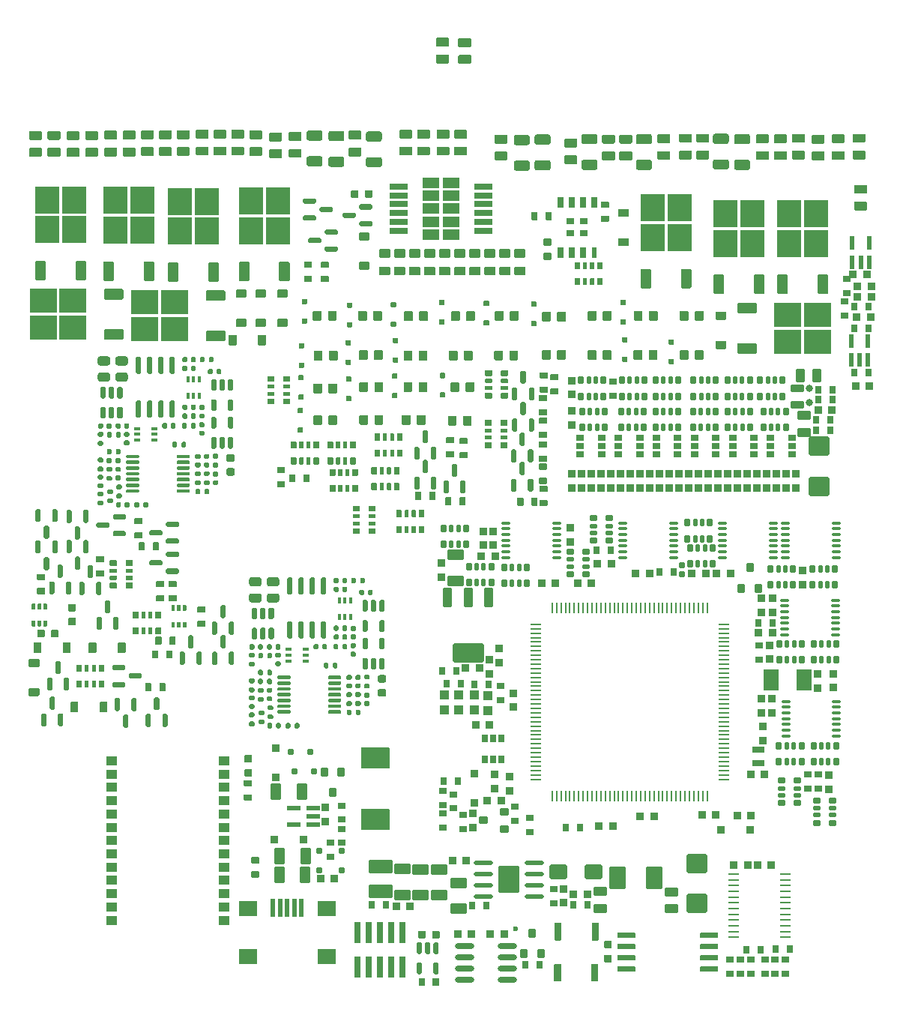
<source format=gtp>
G75*
G70*
%OFA0B0*%
%FSLAX25Y25*%
%IPPOS*%
%LPD*%
%AMOC8*
5,1,8,0,0,1.08239X$1,22.5*
%
%AMM111*
21,1,0.070870,0.036220,-0.000000,0.000000,90.000000*
21,1,0.061810,0.045280,-0.000000,0.000000,90.000000*
1,1,0.009060,0.018110,0.030910*
1,1,0.009060,0.018110,-0.030910*
1,1,0.009060,-0.018110,-0.030910*
1,1,0.009060,-0.018110,0.030910*
%
%AMM112*
21,1,0.033470,0.026770,-0.000000,0.000000,270.000000*
21,1,0.026770,0.033470,-0.000000,0.000000,270.000000*
1,1,0.006690,-0.013390,-0.013390*
1,1,0.006690,-0.013390,0.013390*
1,1,0.006690,0.013390,0.013390*
1,1,0.006690,0.013390,-0.013390*
%
%AMM113*
21,1,0.035430,0.030320,-0.000000,0.000000,180.000000*
21,1,0.028350,0.037400,-0.000000,0.000000,180.000000*
1,1,0.007090,-0.014170,0.015160*
1,1,0.007090,0.014170,0.015160*
1,1,0.007090,0.014170,-0.015160*
1,1,0.007090,-0.014170,-0.015160*
%
%AMM114*
21,1,0.021650,0.052760,-0.000000,0.000000,90.000000*
21,1,0.017320,0.057090,-0.000000,0.000000,90.000000*
1,1,0.004330,0.026380,0.008660*
1,1,0.004330,0.026380,-0.008660*
1,1,0.004330,-0.026380,-0.008660*
1,1,0.004330,-0.026380,0.008660*
%
%AMM115*
21,1,0.094490,0.111020,-0.000000,0.000000,270.000000*
21,1,0.075590,0.129920,-0.000000,0.000000,270.000000*
1,1,0.018900,-0.055510,-0.037800*
1,1,0.018900,-0.055510,0.037800*
1,1,0.018900,0.055510,0.037800*
1,1,0.018900,0.055510,-0.037800*
%
%AMM116*
21,1,0.023620,0.018900,-0.000000,0.000000,0.000000*
21,1,0.018900,0.023620,-0.000000,0.000000,0.000000*
1,1,0.004720,0.009450,-0.009450*
1,1,0.004720,-0.009450,-0.009450*
1,1,0.004720,-0.009450,0.009450*
1,1,0.004720,0.009450,0.009450*
%
%AMM117*
21,1,0.035830,0.026770,-0.000000,0.000000,90.000000*
21,1,0.029130,0.033470,-0.000000,0.000000,90.000000*
1,1,0.006690,0.013390,0.014570*
1,1,0.006690,0.013390,-0.014570*
1,1,0.006690,-0.013390,-0.014570*
1,1,0.006690,-0.013390,0.014570*
%
%AMM118*
21,1,0.023620,0.018900,-0.000000,0.000000,270.000000*
21,1,0.018900,0.023620,-0.000000,0.000000,270.000000*
1,1,0.004720,-0.009450,-0.009450*
1,1,0.004720,-0.009450,0.009450*
1,1,0.004720,0.009450,0.009450*
1,1,0.004720,0.009450,-0.009450*
%
%AMM119*
21,1,0.027560,0.030710,-0.000000,0.000000,90.000000*
21,1,0.022050,0.036220,-0.000000,0.000000,90.000000*
1,1,0.005510,0.015350,0.011020*
1,1,0.005510,0.015350,-0.011020*
1,1,0.005510,-0.015350,-0.011020*
1,1,0.005510,-0.015350,0.011020*
%
%AMM120*
21,1,0.033470,0.026770,-0.000000,0.000000,180.000000*
21,1,0.026770,0.033470,-0.000000,0.000000,180.000000*
1,1,0.006690,-0.013390,0.013390*
1,1,0.006690,0.013390,0.013390*
1,1,0.006690,0.013390,-0.013390*
1,1,0.006690,-0.013390,-0.013390*
%
%AMM121*
21,1,0.035830,0.026770,-0.000000,0.000000,180.000000*
21,1,0.029130,0.033470,-0.000000,0.000000,180.000000*
1,1,0.006690,-0.014570,0.013390*
1,1,0.006690,0.014570,0.013390*
1,1,0.006690,0.014570,-0.013390*
1,1,0.006690,-0.014570,-0.013390*
%
%AMM137*
21,1,0.027560,0.030710,-0.000000,0.000000,270.000000*
21,1,0.022050,0.036220,-0.000000,0.000000,270.000000*
1,1,0.005510,-0.015350,-0.011020*
1,1,0.005510,-0.015350,0.011020*
1,1,0.005510,0.015350,0.011020*
1,1,0.005510,0.015350,-0.011020*
%
%AMM138*
21,1,0.033470,0.026770,-0.000000,0.000000,0.000000*
21,1,0.026770,0.033470,-0.000000,0.000000,0.000000*
1,1,0.006690,0.013390,-0.013390*
1,1,0.006690,-0.013390,-0.013390*
1,1,0.006690,-0.013390,0.013390*
1,1,0.006690,0.013390,0.013390*
%
%AMM154*
21,1,0.039370,0.049210,-0.000000,-0.000000,270.000000*
21,1,0.031500,0.057090,-0.000000,-0.000000,270.000000*
1,1,0.007870,-0.024610,-0.015750*
1,1,0.007870,-0.024610,0.015750*
1,1,0.007870,0.024610,0.015750*
1,1,0.007870,0.024610,-0.015750*
%
%AMM155*
21,1,0.106300,0.050390,-0.000000,-0.000000,180.000000*
21,1,0.093700,0.062990,-0.000000,-0.000000,180.000000*
1,1,0.012600,-0.046850,0.025200*
1,1,0.012600,0.046850,0.025200*
1,1,0.012600,0.046850,-0.025200*
1,1,0.012600,-0.046850,-0.025200*
%
%AMM156*
21,1,0.074800,0.083460,-0.000000,-0.000000,0.000000*
21,1,0.059840,0.098430,-0.000000,-0.000000,0.000000*
1,1,0.014960,0.029920,-0.041730*
1,1,0.014960,-0.029920,-0.041730*
1,1,0.014960,-0.029920,0.041730*
1,1,0.014960,0.029920,0.041730*
%
%AMM157*
21,1,0.027560,0.030710,-0.000000,-0.000000,0.000000*
21,1,0.022050,0.036220,-0.000000,-0.000000,0.000000*
1,1,0.005510,0.011020,-0.015350*
1,1,0.005510,-0.011020,-0.015350*
1,1,0.005510,-0.011020,0.015350*
1,1,0.005510,0.011020,0.015350*
%
%AMM158*
21,1,0.033470,0.026770,-0.000000,-0.000000,0.000000*
21,1,0.026770,0.033470,-0.000000,-0.000000,0.000000*
1,1,0.006690,0.013390,-0.013390*
1,1,0.006690,-0.013390,-0.013390*
1,1,0.006690,-0.013390,0.013390*
1,1,0.006690,0.013390,0.013390*
%
%AMM159*
21,1,0.033470,0.026770,-0.000000,-0.000000,90.000000*
21,1,0.026770,0.033470,-0.000000,-0.000000,90.000000*
1,1,0.006690,0.013390,0.013390*
1,1,0.006690,0.013390,-0.013390*
1,1,0.006690,-0.013390,-0.013390*
1,1,0.006690,-0.013390,0.013390*
%
%AMM160*
21,1,0.122050,0.075590,-0.000000,-0.000000,90.000000*
21,1,0.103150,0.094490,-0.000000,-0.000000,90.000000*
1,1,0.018900,0.037800,0.051580*
1,1,0.018900,0.037800,-0.051580*
1,1,0.018900,-0.037800,-0.051580*
1,1,0.018900,-0.037800,0.051580*
%
%AMM161*
21,1,0.078740,0.053540,-0.000000,-0.000000,0.000000*
21,1,0.065350,0.066930,-0.000000,-0.000000,0.000000*
1,1,0.013390,0.032680,-0.026770*
1,1,0.013390,-0.032680,-0.026770*
1,1,0.013390,-0.032680,0.026770*
1,1,0.013390,0.032680,0.026770*
%
%AMM162*
21,1,0.070870,0.036220,-0.000000,-0.000000,0.000000*
21,1,0.061810,0.045280,-0.000000,-0.000000,0.000000*
1,1,0.009060,0.030910,-0.018110*
1,1,0.009060,-0.030910,-0.018110*
1,1,0.009060,-0.030910,0.018110*
1,1,0.009060,0.030910,0.018110*
%
%AMM163*
21,1,0.086610,0.073230,-0.000000,-0.000000,270.000000*
21,1,0.069290,0.090550,-0.000000,-0.000000,270.000000*
1,1,0.017320,-0.036610,-0.034650*
1,1,0.017320,-0.036610,0.034650*
1,1,0.017320,0.036610,0.034650*
1,1,0.017320,0.036610,-0.034650*
%
%AMM164*
21,1,0.027560,0.030710,-0.000000,-0.000000,270.000000*
21,1,0.022050,0.036220,-0.000000,-0.000000,270.000000*
1,1,0.005510,-0.015350,-0.011020*
1,1,0.005510,-0.015350,0.011020*
1,1,0.005510,0.015350,0.011020*
1,1,0.005510,0.015350,-0.011020*
%
%AMM195*
21,1,0.035430,0.050000,-0.000000,-0.000000,90.000000*
21,1,0.028350,0.057090,-0.000000,-0.000000,90.000000*
1,1,0.007090,0.025000,0.014170*
1,1,0.007090,0.025000,-0.014170*
1,1,0.007090,-0.025000,-0.014170*
1,1,0.007090,-0.025000,0.014170*
%
%AMM196*
21,1,0.086610,0.073230,-0.000000,-0.000000,90.000000*
21,1,0.069290,0.090550,-0.000000,-0.000000,90.000000*
1,1,0.017320,0.036610,0.034650*
1,1,0.017320,0.036610,-0.034650*
1,1,0.017320,-0.036610,-0.034650*
1,1,0.017320,-0.036610,0.034650*
%
%AMM197*
21,1,0.039370,0.049210,-0.000000,-0.000000,0.000000*
21,1,0.031500,0.057090,-0.000000,-0.000000,0.000000*
1,1,0.007870,0.015750,-0.024610*
1,1,0.007870,-0.015750,-0.024610*
1,1,0.007870,-0.015750,0.024610*
1,1,0.007870,0.015750,0.024610*
%
%AMM198*
21,1,0.023620,0.030710,-0.000000,-0.000000,270.000000*
21,1,0.018900,0.035430,-0.000000,-0.000000,270.000000*
1,1,0.004720,-0.015350,-0.009450*
1,1,0.004720,-0.015350,0.009450*
1,1,0.004720,0.015350,0.009450*
1,1,0.004720,0.015350,-0.009450*
%
%AMM199*
21,1,0.025590,0.026380,-0.000000,-0.000000,180.000000*
21,1,0.020470,0.031500,-0.000000,-0.000000,180.000000*
1,1,0.005120,-0.010240,0.013190*
1,1,0.005120,0.010240,0.013190*
1,1,0.005120,0.010240,-0.013190*
1,1,0.005120,-0.010240,-0.013190*
%
%AMM200*
21,1,0.017720,0.027950,-0.000000,-0.000000,180.000000*
21,1,0.014170,0.031500,-0.000000,-0.000000,180.000000*
1,1,0.003540,-0.007090,0.013980*
1,1,0.003540,0.007090,0.013980*
1,1,0.003540,0.007090,-0.013980*
1,1,0.003540,-0.007090,-0.013980*
%
%AMM201*
21,1,0.027560,0.030710,-0.000000,-0.000000,180.000000*
21,1,0.022050,0.036220,-0.000000,-0.000000,180.000000*
1,1,0.005510,-0.011020,0.015350*
1,1,0.005510,0.011020,0.015350*
1,1,0.005510,0.011020,-0.015350*
1,1,0.005510,-0.011020,-0.015350*
%
%AMM216*
21,1,0.027560,0.030710,-0.000000,0.000000,0.000000*
21,1,0.022050,0.036220,-0.000000,0.000000,0.000000*
1,1,0.005510,0.011020,-0.015350*
1,1,0.005510,-0.011020,-0.015350*
1,1,0.005510,-0.011020,0.015350*
1,1,0.005510,0.011020,0.015350*
%
%AMM259*
21,1,0.070870,0.036220,-0.000000,-0.000000,180.000000*
21,1,0.061810,0.045280,-0.000000,-0.000000,180.000000*
1,1,0.009060,-0.030910,0.018110*
1,1,0.009060,0.030910,0.018110*
1,1,0.009060,0.030910,-0.018110*
1,1,0.009060,-0.030910,-0.018110*
%
%AMM260*
21,1,0.027560,0.030710,-0.000000,-0.000000,90.000000*
21,1,0.022050,0.036220,-0.000000,-0.000000,90.000000*
1,1,0.005510,0.015350,0.011020*
1,1,0.005510,0.015350,-0.011020*
1,1,0.005510,-0.015350,-0.011020*
1,1,0.005510,-0.015350,0.011020*
%
%AMM261*
21,1,0.033470,0.026770,-0.000000,-0.000000,270.000000*
21,1,0.026770,0.033470,-0.000000,-0.000000,270.000000*
1,1,0.006690,-0.013390,-0.013390*
1,1,0.006690,-0.013390,0.013390*
1,1,0.006690,0.013390,0.013390*
1,1,0.006690,0.013390,-0.013390*
%
%AMM262*
21,1,0.023620,0.030710,-0.000000,-0.000000,0.000000*
21,1,0.018900,0.035430,-0.000000,-0.000000,0.000000*
1,1,0.004720,0.009450,-0.015350*
1,1,0.004720,-0.009450,-0.015350*
1,1,0.004720,-0.009450,0.015350*
1,1,0.004720,0.009450,0.015350*
%
%AMM263*
21,1,0.027560,0.018900,-0.000000,-0.000000,0.000000*
21,1,0.022840,0.023620,-0.000000,-0.000000,0.000000*
1,1,0.004720,0.011420,-0.009450*
1,1,0.004720,-0.011420,-0.009450*
1,1,0.004720,-0.011420,0.009450*
1,1,0.004720,0.011420,0.009450*
%
%AMM264*
21,1,0.137800,0.067720,-0.000000,-0.000000,180.000000*
21,1,0.120870,0.084650,-0.000000,-0.000000,180.000000*
1,1,0.016930,-0.060430,0.033860*
1,1,0.016930,0.060430,0.033860*
1,1,0.016930,0.060430,-0.033860*
1,1,0.016930,-0.060430,-0.033860*
%
%AMM265*
21,1,0.043310,0.075980,-0.000000,-0.000000,180.000000*
21,1,0.034650,0.084650,-0.000000,-0.000000,180.000000*
1,1,0.008660,-0.017320,0.037990*
1,1,0.008660,0.017320,0.037990*
1,1,0.008660,0.017320,-0.037990*
1,1,0.008660,-0.017320,-0.037990*
%
%AMM266*
21,1,0.043310,0.075990,-0.000000,-0.000000,180.000000*
21,1,0.034650,0.084650,-0.000000,-0.000000,180.000000*
1,1,0.008660,-0.017320,0.037990*
1,1,0.008660,0.017320,0.037990*
1,1,0.008660,0.017320,-0.037990*
1,1,0.008660,-0.017320,-0.037990*
%
%AMM267*
21,1,0.039370,0.035430,-0.000000,-0.000000,90.000000*
21,1,0.031500,0.043310,-0.000000,-0.000000,90.000000*
1,1,0.007870,0.017720,0.015750*
1,1,0.007870,0.017720,-0.015750*
1,1,0.007870,-0.017720,-0.015750*
1,1,0.007870,-0.017720,0.015750*
%
%AMM268*
21,1,0.035430,0.030320,-0.000000,-0.000000,90.000000*
21,1,0.028350,0.037400,-0.000000,-0.000000,90.000000*
1,1,0.007090,0.015160,0.014170*
1,1,0.007090,0.015160,-0.014170*
1,1,0.007090,-0.015160,-0.014170*
1,1,0.007090,-0.015160,0.014170*
%
%AMM269*
21,1,0.035830,0.026770,-0.000000,-0.000000,90.000000*
21,1,0.029130,0.033470,-0.000000,-0.000000,90.000000*
1,1,0.006690,0.013390,0.014570*
1,1,0.006690,0.013390,-0.014570*
1,1,0.006690,-0.013390,-0.014570*
1,1,0.006690,-0.013390,0.014570*
%
%AMM270*
21,1,0.035430,0.030320,-0.000000,-0.000000,0.000000*
21,1,0.028350,0.037400,-0.000000,-0.000000,0.000000*
1,1,0.007090,0.014170,-0.015160*
1,1,0.007090,-0.014170,-0.015160*
1,1,0.007090,-0.014170,0.015160*
1,1,0.007090,0.014170,0.015160*
%
%AMM271*
21,1,0.025590,0.026380,-0.000000,-0.000000,90.000000*
21,1,0.020470,0.031500,-0.000000,-0.000000,90.000000*
1,1,0.005120,0.013190,0.010240*
1,1,0.005120,0.013190,-0.010240*
1,1,0.005120,-0.013190,-0.010240*
1,1,0.005120,-0.013190,0.010240*
%
%AMM272*
21,1,0.017720,0.027950,-0.000000,-0.000000,90.000000*
21,1,0.014170,0.031500,-0.000000,-0.000000,90.000000*
1,1,0.003540,0.013980,0.007090*
1,1,0.003540,0.013980,-0.007090*
1,1,0.003540,-0.013980,-0.007090*
1,1,0.003540,-0.013980,0.007090*
%
%AMM273*
21,1,0.027560,0.049610,-0.000000,-0.000000,90.000000*
21,1,0.022050,0.055120,-0.000000,-0.000000,90.000000*
1,1,0.005510,0.024800,0.011020*
1,1,0.005510,0.024800,-0.011020*
1,1,0.005510,-0.024800,-0.011020*
1,1,0.005510,-0.024800,0.011020*
%
%AMM274*
21,1,0.035830,0.026770,-0.000000,-0.000000,0.000000*
21,1,0.029130,0.033470,-0.000000,-0.000000,0.000000*
1,1,0.006690,0.014570,-0.013390*
1,1,0.006690,-0.014570,-0.013390*
1,1,0.006690,-0.014570,0.013390*
1,1,0.006690,0.014570,0.013390*
%
%AMM308*
21,1,0.033470,0.026770,-0.000000,-0.000000,180.000000*
21,1,0.026770,0.033470,-0.000000,-0.000000,180.000000*
1,1,0.006690,-0.013390,0.013390*
1,1,0.006690,0.013390,0.013390*
1,1,0.006690,0.013390,-0.013390*
1,1,0.006690,-0.013390,-0.013390*
%
%AMM310*
21,1,0.021650,0.052760,-0.000000,0.000000,0.000000*
21,1,0.017320,0.057090,-0.000000,0.000000,0.000000*
1,1,0.004330,0.008660,-0.026380*
1,1,0.004330,-0.008660,-0.026380*
1,1,0.004330,-0.008660,0.026380*
1,1,0.004330,0.008660,0.026380*
%
%AMM44*
21,1,0.033470,0.026770,0.000000,0.000000,0.000000*
21,1,0.026770,0.033470,0.000000,0.000000,0.000000*
1,1,0.006690,0.013390,-0.013390*
1,1,0.006690,-0.013390,-0.013390*
1,1,0.006690,-0.013390,0.013390*
1,1,0.006690,0.013390,0.013390*
%
%AMM45*
21,1,0.027560,0.030710,0.000000,0.000000,270.000000*
21,1,0.022050,0.036220,0.000000,0.000000,270.000000*
1,1,0.005510,-0.015350,-0.011020*
1,1,0.005510,-0.015350,0.011020*
1,1,0.005510,0.015350,0.011020*
1,1,0.005510,0.015350,-0.011020*
%
%AMM9*
21,1,0.027560,0.030710,0.000000,0.000000,0.000000*
21,1,0.022050,0.036220,0.000000,0.000000,0.000000*
1,1,0.005510,0.011020,-0.015350*
1,1,0.005510,-0.011020,-0.015350*
1,1,0.005510,-0.011020,0.015350*
1,1,0.005510,0.011020,0.015350*
%
%ADD127O,0.08661X0.01968*%
%ADD13C,0.02362*%
%ADD133O,0.01968X0.03937*%
%ADD148R,0.02559X0.01575*%
%ADD155R,0.01575X0.02559*%
%ADD157O,0.04961X0.00984*%
%ADD158M44*%
%ADD159M45*%
%ADD188O,0.05118X0.00866*%
%ADD189O,0.00866X0.05118*%
%ADD194O,0.04331X0.01181*%
%ADD197R,0.06693X0.09449*%
%ADD20R,0.01969X0.07874*%
%ADD21R,0.07874X0.06693*%
%ADD23R,0.07874X0.02559*%
%ADD242O,0.08661X0.02362*%
%ADD250M111*%
%ADD251M112*%
%ADD252M113*%
%ADD253M114*%
%ADD254M115*%
%ADD255M116*%
%ADD256M117*%
%ADD257M118*%
%ADD258M119*%
%ADD259M120*%
%ADD260M121*%
%ADD280M137*%
%ADD281M138*%
%ADD305M154*%
%ADD306M155*%
%ADD307M156*%
%ADD308M157*%
%ADD309M158*%
%ADD310M159*%
%ADD311M160*%
%ADD312M161*%
%ADD313M162*%
%ADD314M163*%
%ADD315M164*%
%ADD346M195*%
%ADD347M196*%
%ADD348M197*%
%ADD349M198*%
%ADD350M199*%
%ADD351M200*%
%ADD352M201*%
%ADD367M216*%
%ADD414M259*%
%ADD415M260*%
%ADD416M261*%
%ADD417M262*%
%ADD418M263*%
%ADD419M264*%
%ADD420M265*%
%ADD421M266*%
%ADD422M267*%
%ADD423M268*%
%ADD424M269*%
%ADD425M270*%
%ADD426M271*%
%ADD427M272*%
%ADD428M273*%
%ADD429M274*%
%ADD45R,0.02559X0.05157*%
%ADD46R,0.02362X0.05157*%
%ADD469M308*%
%ADD471M310*%
%ADD48R,0.05118X0.03937*%
%ADD56R,0.02913X0.09449*%
%ADD67C,0.03150*%
%ADD72R,0.10827X0.12008*%
%ADD73R,0.12008X0.10827*%
%ADD74R,0.07677X0.04567*%
%ADD75O,0.00000X0.00000*%
%ADD76R,0.03543X0.03130*%
%ADD95M9*%
X0000000Y0000000D02*
%LPD*%
G01*
G36*
G01*
X0098858Y0294508D02*
X0094843Y0294508D01*
G75*
G02*
X0094488Y0294862I0000000J0000354D01*
G01*
X0094488Y0297697D01*
G75*
G02*
X0094843Y0298051I0000354J0000000D01*
G01*
X0098858Y0298051D01*
G75*
G02*
X0099213Y0297697I0000000J-000354D01*
G01*
X0099213Y0294862D01*
G75*
G02*
X0098858Y0294508I-000354J0000000D01*
G01*
G37*
G36*
G01*
X0098858Y0307500D02*
X0094843Y0307500D01*
G75*
G02*
X0094488Y0307854I0000000J0000354D01*
G01*
X0094488Y0310689D01*
G75*
G02*
X0094843Y0311043I0000354J0000000D01*
G01*
X0098858Y0311043D01*
G75*
G02*
X0099213Y0310689I0000000J-000354D01*
G01*
X0099213Y0307854D01*
G75*
G02*
X0098858Y0307500I-000354J0000000D01*
G01*
G37*
G36*
G01*
X0304626Y0368898D02*
X0299705Y0368898D01*
G75*
G02*
X0299311Y0369291I0000000J0000394D01*
G01*
X0299311Y0372441D01*
G75*
G02*
X0299705Y0372835I0000394J0000000D01*
G01*
X0304626Y0372835D01*
G75*
G02*
X0305020Y0372441I0000000J-000394D01*
G01*
X0305020Y0369291D01*
G75*
G02*
X0304626Y0368898I-000394J0000000D01*
G01*
G37*
G36*
G01*
X0304626Y0376378D02*
X0299705Y0376378D01*
G75*
G02*
X0299311Y0376772I0000000J0000394D01*
G01*
X0299311Y0379921D01*
G75*
G02*
X0299705Y0380315I0000394J0000000D01*
G01*
X0304626Y0380315D01*
G75*
G02*
X0305020Y0379921I0000000J-000394D01*
G01*
X0305020Y0376772D01*
G75*
G02*
X0304626Y0376378I-000394J0000000D01*
G01*
G37*
G36*
G01*
X0049646Y0209449D02*
X0052717Y0209449D01*
G75*
G02*
X0052992Y0209173I0000000J-000276D01*
G01*
X0052992Y0206969D01*
G75*
G02*
X0052717Y0206693I-000276J0000000D01*
G01*
X0049646Y0206693D01*
G75*
G02*
X0049370Y0206969I0000000J0000276D01*
G01*
X0049370Y0209173D01*
G75*
G02*
X0049646Y0209449I0000276J0000000D01*
G01*
G37*
G36*
G01*
X0049646Y0203150D02*
X0052717Y0203150D01*
G75*
G02*
X0052992Y0202874I0000000J-000276D01*
G01*
X0052992Y0200669D01*
G75*
G02*
X0052717Y0200394I-000276J0000000D01*
G01*
X0049646Y0200394D01*
G75*
G02*
X0049370Y0200669I0000000J0000276D01*
G01*
X0049370Y0202874D01*
G75*
G02*
X0049646Y0203150I0000276J0000000D01*
G01*
G37*
G36*
G01*
X0101614Y0058661D02*
X0104685Y0058661D01*
G75*
G02*
X0104961Y0058386I0000000J-000276D01*
G01*
X0104961Y0056181D01*
G75*
G02*
X0104685Y0055906I-000276J0000000D01*
G01*
X0101614Y0055906D01*
G75*
G02*
X0101339Y0056181I0000000J0000276D01*
G01*
X0101339Y0058386D01*
G75*
G02*
X0101614Y0058661I0000276J0000000D01*
G01*
G37*
G36*
G01*
X0101614Y0052362D02*
X0104685Y0052362D01*
G75*
G02*
X0104961Y0052087I0000000J-000276D01*
G01*
X0104961Y0049882D01*
G75*
G02*
X0104685Y0049606I-000276J0000000D01*
G01*
X0101614Y0049606D01*
G75*
G02*
X0101339Y0049882I0000000J0000276D01*
G01*
X0101339Y0052087D01*
G75*
G02*
X0101614Y0052362I0000276J0000000D01*
G01*
G37*
G36*
G01*
X0136220Y0221319D02*
X0136220Y0223957D01*
G75*
G02*
X0136476Y0224213I0000256J0000000D01*
G01*
X0138524Y0224213D01*
G75*
G02*
X0138780Y0223957I0000000J-000256D01*
G01*
X0138780Y0221319D01*
G75*
G02*
X0138524Y0221063I-000256J0000000D01*
G01*
X0136476Y0221063D01*
G75*
G02*
X0136220Y0221319I0000000J0000256D01*
G01*
G37*
G36*
G01*
X0140059Y0221240D02*
X0140059Y0224035D01*
G75*
G02*
X0140236Y0224213I0000177J0000000D01*
G01*
X0141654Y0224213D01*
G75*
G02*
X0141831Y0224035I0000000J-000177D01*
G01*
X0141831Y0221240D01*
G75*
G02*
X0141654Y0221063I-000177J0000000D01*
G01*
X0140236Y0221063D01*
G75*
G02*
X0140059Y0221240I0000000J0000177D01*
G01*
G37*
G36*
G01*
X0143209Y0221240D02*
X0143209Y0224035D01*
G75*
G02*
X0143386Y0224213I0000177J0000000D01*
G01*
X0144803Y0224213D01*
G75*
G02*
X0144980Y0224035I0000000J-000177D01*
G01*
X0144980Y0221240D01*
G75*
G02*
X0144803Y0221063I-000177J0000000D01*
G01*
X0143386Y0221063D01*
G75*
G02*
X0143209Y0221240I0000000J0000177D01*
G01*
G37*
G36*
G01*
X0146260Y0221319D02*
X0146260Y0223957D01*
G75*
G02*
X0146516Y0224213I0000256J0000000D01*
G01*
X0148563Y0224213D01*
G75*
G02*
X0148819Y0223957I0000000J-000256D01*
G01*
X0148819Y0221319D01*
G75*
G02*
X0148563Y0221063I-000256J0000000D01*
G01*
X0146516Y0221063D01*
G75*
G02*
X0146260Y0221319I0000000J0000256D01*
G01*
G37*
G36*
G01*
X0146260Y0228406D02*
X0146260Y0231043D01*
G75*
G02*
X0146516Y0231299I0000256J0000000D01*
G01*
X0148563Y0231299D01*
G75*
G02*
X0148819Y0231043I0000000J-000256D01*
G01*
X0148819Y0228406D01*
G75*
G02*
X0148563Y0228150I-000256J0000000D01*
G01*
X0146516Y0228150D01*
G75*
G02*
X0146260Y0228406I0000000J0000256D01*
G01*
G37*
G36*
G01*
X0143209Y0228327D02*
X0143209Y0231122D01*
G75*
G02*
X0143386Y0231299I0000177J0000000D01*
G01*
X0144803Y0231299D01*
G75*
G02*
X0144980Y0231122I0000000J-000177D01*
G01*
X0144980Y0228327D01*
G75*
G02*
X0144803Y0228150I-000177J0000000D01*
G01*
X0143386Y0228150D01*
G75*
G02*
X0143209Y0228327I0000000J0000177D01*
G01*
G37*
G36*
G01*
X0140059Y0228327D02*
X0140059Y0231122D01*
G75*
G02*
X0140236Y0231299I0000177J0000000D01*
G01*
X0141654Y0231299D01*
G75*
G02*
X0141831Y0231122I0000000J-000177D01*
G01*
X0141831Y0228327D01*
G75*
G02*
X0141654Y0228150I-000177J0000000D01*
G01*
X0140236Y0228150D01*
G75*
G02*
X0140059Y0228327I0000000J0000177D01*
G01*
G37*
G36*
G01*
X0136220Y0228406D02*
X0136220Y0231043D01*
G75*
G02*
X0136476Y0231299I0000256J0000000D01*
G01*
X0138524Y0231299D01*
G75*
G02*
X0138780Y0231043I0000000J-000256D01*
G01*
X0138780Y0228406D01*
G75*
G02*
X0138524Y0228150I-000256J0000000D01*
G01*
X0136476Y0228150D01*
G75*
G02*
X0136220Y0228406I0000000J0000256D01*
G01*
G37*
G36*
G01*
X0199409Y0254528D02*
X0199409Y0250984D01*
G75*
G02*
X0199016Y0250591I-000394J0000000D01*
G01*
X0195866Y0250591D01*
G75*
G02*
X0195472Y0250984I0000000J0000394D01*
G01*
X0195472Y0254528D01*
G75*
G02*
X0195866Y0254921I0000394J0000000D01*
G01*
X0199016Y0254921D01*
G75*
G02*
X0199409Y0254528I0000000J-000394D01*
G01*
G37*
G36*
G01*
X0192717Y0254528D02*
X0192717Y0250984D01*
G75*
G02*
X0192323Y0250591I-000394J0000000D01*
G01*
X0189173Y0250591D01*
G75*
G02*
X0188780Y0250984I0000000J0000394D01*
G01*
X0188780Y0254528D01*
G75*
G02*
X0189173Y0254921I0000394J0000000D01*
G01*
X0192323Y0254921D01*
G75*
G02*
X0192717Y0254528I0000000J-000394D01*
G01*
G37*
G36*
G01*
X0215295Y0262598D02*
X0212657Y0262598D01*
G75*
G02*
X0212402Y0262854I0000000J0000256D01*
G01*
X0212402Y0264902D01*
G75*
G02*
X0212657Y0265157I0000256J0000000D01*
G01*
X0215295Y0265157D01*
G75*
G02*
X0215551Y0264902I0000000J-000256D01*
G01*
X0215551Y0262854D01*
G75*
G02*
X0215295Y0262598I-000256J0000000D01*
G01*
G37*
G36*
G01*
X0215374Y0266437D02*
X0212579Y0266437D01*
G75*
G02*
X0212402Y0266614I0000000J0000177D01*
G01*
X0212402Y0268031D01*
G75*
G02*
X0212579Y0268209I0000177J0000000D01*
G01*
X0215374Y0268209D01*
G75*
G02*
X0215551Y0268031I0000000J-000177D01*
G01*
X0215551Y0266614D01*
G75*
G02*
X0215374Y0266437I-000177J0000000D01*
G01*
G37*
G36*
G01*
X0215374Y0269587D02*
X0212579Y0269587D01*
G75*
G02*
X0212402Y0269764I0000000J0000177D01*
G01*
X0212402Y0271181D01*
G75*
G02*
X0212579Y0271358I0000177J0000000D01*
G01*
X0215374Y0271358D01*
G75*
G02*
X0215551Y0271181I0000000J-000177D01*
G01*
X0215551Y0269764D01*
G75*
G02*
X0215374Y0269587I-000177J0000000D01*
G01*
G37*
G36*
G01*
X0215295Y0272638D02*
X0212657Y0272638D01*
G75*
G02*
X0212402Y0272894I0000000J0000256D01*
G01*
X0212402Y0274941D01*
G75*
G02*
X0212657Y0275197I0000256J0000000D01*
G01*
X0215295Y0275197D01*
G75*
G02*
X0215551Y0274941I0000000J-000256D01*
G01*
X0215551Y0272894D01*
G75*
G02*
X0215295Y0272638I-000256J0000000D01*
G01*
G37*
G36*
G01*
X0208209Y0272638D02*
X0205571Y0272638D01*
G75*
G02*
X0205315Y0272894I0000000J0000256D01*
G01*
X0205315Y0274941D01*
G75*
G02*
X0205571Y0275197I0000256J0000000D01*
G01*
X0208209Y0275197D01*
G75*
G02*
X0208465Y0274941I0000000J-000256D01*
G01*
X0208465Y0272894D01*
G75*
G02*
X0208209Y0272638I-000256J0000000D01*
G01*
G37*
G36*
G01*
X0208287Y0269587D02*
X0205492Y0269587D01*
G75*
G02*
X0205315Y0269764I0000000J0000177D01*
G01*
X0205315Y0271181D01*
G75*
G02*
X0205492Y0271358I0000177J0000000D01*
G01*
X0208287Y0271358D01*
G75*
G02*
X0208465Y0271181I0000000J-000177D01*
G01*
X0208465Y0269764D01*
G75*
G02*
X0208287Y0269587I-000177J0000000D01*
G01*
G37*
G36*
G01*
X0208287Y0266437D02*
X0205492Y0266437D01*
G75*
G02*
X0205315Y0266614I0000000J0000177D01*
G01*
X0205315Y0268031D01*
G75*
G02*
X0205492Y0268209I0000177J0000000D01*
G01*
X0208287Y0268209D01*
G75*
G02*
X0208465Y0268031I0000000J-000177D01*
G01*
X0208465Y0266614D01*
G75*
G02*
X0208287Y0266437I-000177J0000000D01*
G01*
G37*
G36*
G01*
X0208209Y0262598D02*
X0205571Y0262598D01*
G75*
G02*
X0205315Y0262854I0000000J0000256D01*
G01*
X0205315Y0264902D01*
G75*
G02*
X0205571Y0265157I0000256J0000000D01*
G01*
X0208209Y0265157D01*
G75*
G02*
X0208465Y0264902I0000000J-000256D01*
G01*
X0208465Y0262854D01*
G75*
G02*
X0208209Y0262598I-000256J0000000D01*
G01*
G37*
G36*
G01*
X0265551Y0295715D02*
X0265551Y0297604D01*
G75*
G02*
X0265787Y0297841I0000236J0000000D01*
G01*
X0267677Y0297841D01*
G75*
G02*
X0267913Y0297604I0000000J-000236D01*
G01*
X0267913Y0295715D01*
G75*
G02*
X0267677Y0295478I-000236J0000000D01*
G01*
X0265787Y0295478D01*
G75*
G02*
X0265551Y0295715I0000000J0000236D01*
G01*
G37*
G36*
G01*
X0265551Y0304376D02*
X0265551Y0306266D01*
G75*
G02*
X0265787Y0306502I0000236J0000000D01*
G01*
X0267677Y0306502D01*
G75*
G02*
X0267913Y0306266I0000000J-000236D01*
G01*
X0267913Y0304376D01*
G75*
G02*
X0267677Y0304140I-000236J0000000D01*
G01*
X0265787Y0304140D01*
G75*
G02*
X0265551Y0304376I0000000J0000236D01*
G01*
G37*
G36*
G01*
X0098661Y0104075D02*
X0101339Y0104075D01*
G75*
G02*
X0101673Y0103740I0000000J-000335D01*
G01*
X0101673Y0101063D01*
G75*
G02*
X0101339Y0100728I-000335J0000000D01*
G01*
X0098661Y0100728D01*
G75*
G02*
X0098327Y0101063I0000000J0000335D01*
G01*
X0098327Y0103740D01*
G75*
G02*
X0098661Y0104075I0000335J0000000D01*
G01*
G37*
G36*
G01*
X0098661Y0097854D02*
X0101339Y0097854D01*
G75*
G02*
X0101673Y0097520I0000000J-000335D01*
G01*
X0101673Y0094843D01*
G75*
G02*
X0101339Y0094508I-000335J0000000D01*
G01*
X0098661Y0094508D01*
G75*
G02*
X0098327Y0094843I0000000J0000335D01*
G01*
X0098327Y0097520D01*
G75*
G02*
X0098661Y0097854I0000335J0000000D01*
G01*
G37*
G36*
G01*
X0124606Y0272795D02*
X0124606Y0270906D01*
G75*
G02*
X0124370Y0270669I-000236J0000000D01*
G01*
X0122480Y0270669D01*
G75*
G02*
X0122244Y0270906I0000000J0000236D01*
G01*
X0122244Y0272795D01*
G75*
G02*
X0122480Y0273031I0000236J0000000D01*
G01*
X0124370Y0273031D01*
G75*
G02*
X0124606Y0272795I0000000J-000236D01*
G01*
G37*
G36*
G01*
X0124606Y0264134D02*
X0124606Y0262244D01*
G75*
G02*
X0124370Y0262008I-000236J0000000D01*
G01*
X0122480Y0262008D01*
G75*
G02*
X0122244Y0262244I0000000J0000236D01*
G01*
X0122244Y0264134D01*
G75*
G02*
X0122480Y0264370I0000236J0000000D01*
G01*
X0124370Y0264370D01*
G75*
G02*
X0124606Y0264134I0000000J-000236D01*
G01*
G37*
G36*
G01*
X0229567Y0243504D02*
X0232638Y0243504D01*
G75*
G02*
X0232913Y0243228I0000000J-000276D01*
G01*
X0232913Y0241024D01*
G75*
G02*
X0232638Y0240748I-000276J0000000D01*
G01*
X0229567Y0240748D01*
G75*
G02*
X0229291Y0241024I0000000J0000276D01*
G01*
X0229291Y0243228D01*
G75*
G02*
X0229567Y0243504I0000276J0000000D01*
G01*
G37*
G36*
G01*
X0229567Y0237205D02*
X0232638Y0237205D01*
G75*
G02*
X0232913Y0236929I0000000J-000276D01*
G01*
X0232913Y0234724D01*
G75*
G02*
X0232638Y0234449I-000276J0000000D01*
G01*
X0229567Y0234449D01*
G75*
G02*
X0229291Y0234724I0000000J0000276D01*
G01*
X0229291Y0236929D01*
G75*
G02*
X0229567Y0237205I0000276J0000000D01*
G01*
G37*
G36*
G01*
X0067717Y0156457D02*
X0067717Y0153386D01*
G75*
G02*
X0067441Y0153110I-000276J0000000D01*
G01*
X0065236Y0153110D01*
G75*
G02*
X0064961Y0153386I0000000J0000276D01*
G01*
X0064961Y0156457D01*
G75*
G02*
X0065236Y0156732I0000276J0000000D01*
G01*
X0067441Y0156732D01*
G75*
G02*
X0067717Y0156457I0000000J-000276D01*
G01*
G37*
G36*
G01*
X0061417Y0156457D02*
X0061417Y0153386D01*
G75*
G02*
X0061142Y0153110I-000276J0000000D01*
G01*
X0058937Y0153110D01*
G75*
G02*
X0058661Y0153386I0000000J0000276D01*
G01*
X0058661Y0156457D01*
G75*
G02*
X0058937Y0156732I0000276J0000000D01*
G01*
X0061142Y0156732D01*
G75*
G02*
X0061417Y0156457I0000000J-000276D01*
G01*
G37*
G36*
G01*
X0132520Y0323425D02*
X0135591Y0323425D01*
G75*
G02*
X0135866Y0323150I0000000J-000276D01*
G01*
X0135866Y0320945D01*
G75*
G02*
X0135591Y0320669I-000276J0000000D01*
G01*
X0132520Y0320669D01*
G75*
G02*
X0132244Y0320945I0000000J0000276D01*
G01*
X0132244Y0323150D01*
G75*
G02*
X0132520Y0323425I0000276J0000000D01*
G01*
G37*
G36*
G01*
X0132520Y0317126D02*
X0135591Y0317126D01*
G75*
G02*
X0135866Y0316850I0000000J-000276D01*
G01*
X0135866Y0314646D01*
G75*
G02*
X0135591Y0314370I-000276J0000000D01*
G01*
X0132520Y0314370D01*
G75*
G02*
X0132244Y0314646I0000000J0000276D01*
G01*
X0132244Y0316850D01*
G75*
G02*
X0132520Y0317126I0000276J0000000D01*
G01*
G37*
G36*
G01*
X0160039Y0254921D02*
X0160039Y0251378D01*
G75*
G02*
X0159646Y0250984I-000394J0000000D01*
G01*
X0156496Y0250984D01*
G75*
G02*
X0156102Y0251378I0000000J0000394D01*
G01*
X0156102Y0254921D01*
G75*
G02*
X0156496Y0255315I0000394J0000000D01*
G01*
X0159646Y0255315D01*
G75*
G02*
X0160039Y0254921I0000000J-000394D01*
G01*
G37*
G36*
G01*
X0153346Y0254921D02*
X0153346Y0251378D01*
G75*
G02*
X0152953Y0250984I-000394J0000000D01*
G01*
X0149803Y0250984D01*
G75*
G02*
X0149409Y0251378I0000000J0000394D01*
G01*
X0149409Y0254921D01*
G75*
G02*
X0149803Y0255315I0000394J0000000D01*
G01*
X0152953Y0255315D01*
G75*
G02*
X0153346Y0254921I0000000J-000394D01*
G01*
G37*
G36*
G01*
X0175492Y0382087D02*
X0180413Y0382087D01*
G75*
G02*
X0180807Y0381693I0000000J-000394D01*
G01*
X0180807Y0378543D01*
G75*
G02*
X0180413Y0378150I-000394J0000000D01*
G01*
X0175492Y0378150D01*
G75*
G02*
X0175098Y0378543I0000000J0000394D01*
G01*
X0175098Y0381693D01*
G75*
G02*
X0175492Y0382087I0000394J0000000D01*
G01*
G37*
G36*
G01*
X0175492Y0374606D02*
X0180413Y0374606D01*
G75*
G02*
X0180807Y0374213I0000000J-000394D01*
G01*
X0180807Y0371063D01*
G75*
G02*
X0180413Y0370669I-000394J0000000D01*
G01*
X0175492Y0370669D01*
G75*
G02*
X0175098Y0371063I0000000J0000394D01*
G01*
X0175098Y0374213D01*
G75*
G02*
X0175492Y0374606I0000394J0000000D01*
G01*
G37*
G36*
G01*
X0296949Y0368898D02*
X0292028Y0368898D01*
G75*
G02*
X0291634Y0369291I0000000J0000394D01*
G01*
X0291634Y0372441D01*
G75*
G02*
X0292028Y0372835I0000394J0000000D01*
G01*
X0296949Y0372835D01*
G75*
G02*
X0297343Y0372441I0000000J-000394D01*
G01*
X0297343Y0369291D01*
G75*
G02*
X0296949Y0368898I-000394J0000000D01*
G01*
G37*
G36*
G01*
X0296949Y0376378D02*
X0292028Y0376378D01*
G75*
G02*
X0291634Y0376772I0000000J0000394D01*
G01*
X0291634Y0379921D01*
G75*
G02*
X0292028Y0380315I0000394J0000000D01*
G01*
X0296949Y0380315D01*
G75*
G02*
X0297343Y0379921I0000000J-000394D01*
G01*
X0297343Y0376772D01*
G75*
G02*
X0296949Y0376378I-000394J0000000D01*
G01*
G37*
G36*
G01*
X0097736Y0370669D02*
X0092815Y0370669D01*
G75*
G02*
X0092421Y0371063I0000000J0000394D01*
G01*
X0092421Y0374213D01*
G75*
G02*
X0092815Y0374606I0000394J0000000D01*
G01*
X0097736Y0374606D01*
G75*
G02*
X0098130Y0374213I0000000J-000394D01*
G01*
X0098130Y0371063D01*
G75*
G02*
X0097736Y0370669I-000394J0000000D01*
G01*
G37*
G36*
G01*
X0097736Y0378150D02*
X0092815Y0378150D01*
G75*
G02*
X0092421Y0378543I0000000J0000394D01*
G01*
X0092421Y0381693D01*
G75*
G02*
X0092815Y0382087I0000394J0000000D01*
G01*
X0097736Y0382087D01*
G75*
G02*
X0098130Y0381693I0000000J-000394D01*
G01*
X0098130Y0378543D01*
G75*
G02*
X0097736Y0378150I-000394J0000000D01*
G01*
G37*
G36*
G01*
X0229961Y0274213D02*
X0233031Y0274213D01*
G75*
G02*
X0233307Y0273937I0000000J-000276D01*
G01*
X0233307Y0271732D01*
G75*
G02*
X0233031Y0271457I-000276J0000000D01*
G01*
X0229961Y0271457D01*
G75*
G02*
X0229685Y0271732I0000000J0000276D01*
G01*
X0229685Y0273937D01*
G75*
G02*
X0229961Y0274213I0000276J0000000D01*
G01*
G37*
G36*
G01*
X0229961Y0267913D02*
X0233031Y0267913D01*
G75*
G02*
X0233307Y0267638I0000000J-000276D01*
G01*
X0233307Y0265433D01*
G75*
G02*
X0233031Y0265157I-000276J0000000D01*
G01*
X0229961Y0265157D01*
G75*
G02*
X0229685Y0265433I0000000J0000276D01*
G01*
X0229685Y0267638D01*
G75*
G02*
X0229961Y0267913I0000276J0000000D01*
G01*
G37*
G36*
G01*
X0124311Y0349803D02*
X0124311Y0350984D01*
G75*
G02*
X0124902Y0351575I0000591J0000000D01*
G01*
X0129528Y0351575D01*
G75*
G02*
X0130118Y0350984I0000000J-000591D01*
G01*
X0130118Y0349803D01*
G75*
G02*
X0129528Y0349213I-000591J0000000D01*
G01*
X0124902Y0349213D01*
G75*
G02*
X0124311Y0349803I0000000J0000591D01*
G01*
G37*
G36*
G01*
X0131693Y0346063D02*
X0131693Y0347244D01*
G75*
G02*
X0132283Y0347835I0000591J0000000D01*
G01*
X0136909Y0347835D01*
G75*
G02*
X0137500Y0347244I0000000J-000591D01*
G01*
X0137500Y0346063D01*
G75*
G02*
X0136909Y0345472I-000591J0000000D01*
G01*
X0132283Y0345472D01*
G75*
G02*
X0131693Y0346063I0000000J0000591D01*
G01*
G37*
G36*
G01*
X0124311Y0342323D02*
X0124311Y0343504D01*
G75*
G02*
X0124902Y0344094I0000591J0000000D01*
G01*
X0129528Y0344094D01*
G75*
G02*
X0130118Y0343504I0000000J-000591D01*
G01*
X0130118Y0342323D01*
G75*
G02*
X0129528Y0341732I-000591J0000000D01*
G01*
X0124902Y0341732D01*
G75*
G02*
X0124311Y0342323I0000000J0000591D01*
G01*
G37*
G36*
G01*
X0248228Y0376595D02*
X0248228Y0379311D01*
G75*
G02*
X0249134Y0380217I0000906J0000000D01*
G01*
X0254409Y0380217D01*
G75*
G02*
X0255315Y0379311I0000000J-000906D01*
G01*
X0255315Y0376595D01*
G75*
G02*
X0254409Y0375689I-000906J0000000D01*
G01*
X0249134Y0375689D01*
G75*
G02*
X0248228Y0376595I0000000J0000906D01*
G01*
G37*
G36*
G01*
X0248228Y0365177D02*
X0248228Y0367894D01*
G75*
G02*
X0249134Y0368799I0000906J0000000D01*
G01*
X0254409Y0368799D01*
G75*
G02*
X0255315Y0367894I0000000J-000906D01*
G01*
X0255315Y0365177D01*
G75*
G02*
X0254409Y0364272I-000906J0000000D01*
G01*
X0249134Y0364272D01*
G75*
G02*
X0248228Y0365177I0000000J0000906D01*
G01*
G37*
G36*
G01*
X0188622Y0220374D02*
X0187441Y0220374D01*
G75*
G02*
X0186850Y0220965I0000000J0000591D01*
G01*
X0186850Y0225591D01*
G75*
G02*
X0187441Y0226181I0000591J0000000D01*
G01*
X0188622Y0226181D01*
G75*
G02*
X0189213Y0225591I0000000J-000591D01*
G01*
X0189213Y0220965D01*
G75*
G02*
X0188622Y0220374I-000591J0000000D01*
G01*
G37*
G36*
G01*
X0192362Y0227756D02*
X0191181Y0227756D01*
G75*
G02*
X0190591Y0228346I0000000J0000591D01*
G01*
X0190591Y0232972D01*
G75*
G02*
X0191181Y0233563I0000591J0000000D01*
G01*
X0192362Y0233563D01*
G75*
G02*
X0192953Y0232972I0000000J-000591D01*
G01*
X0192953Y0228346D01*
G75*
G02*
X0192362Y0227756I-000591J0000000D01*
G01*
G37*
G36*
G01*
X0196102Y0220374D02*
X0194921Y0220374D01*
G75*
G02*
X0194331Y0220965I0000000J0000591D01*
G01*
X0194331Y0225591D01*
G75*
G02*
X0194921Y0226181I0000591J0000000D01*
G01*
X0196102Y0226181D01*
G75*
G02*
X0196693Y0225591I0000000J-000591D01*
G01*
X0196693Y0220965D01*
G75*
G02*
X0196102Y0220374I-000591J0000000D01*
G01*
G37*
G36*
G01*
X0374823Y0346220D02*
X0369902Y0346220D01*
G75*
G02*
X0369508Y0346614I0000000J0000394D01*
G01*
X0369508Y0349764D01*
G75*
G02*
X0369902Y0350157I0000394J0000000D01*
G01*
X0374823Y0350157D01*
G75*
G02*
X0375217Y0349764I0000000J-000394D01*
G01*
X0375217Y0346614D01*
G75*
G02*
X0374823Y0346220I-000394J0000000D01*
G01*
G37*
G36*
G01*
X0374823Y0353701D02*
X0369902Y0353701D01*
G75*
G02*
X0369508Y0354095I0000000J0000394D01*
G01*
X0369508Y0357244D01*
G75*
G02*
X0369902Y0357638I0000394J0000000D01*
G01*
X0374823Y0357638D01*
G75*
G02*
X0375217Y0357244I0000000J-000394D01*
G01*
X0375217Y0354095D01*
G75*
G02*
X0374823Y0353701I-000394J0000000D01*
G01*
G37*
G36*
G01*
X0266339Y0279173D02*
X0266339Y0281063D01*
G75*
G02*
X0266575Y0281299I0000236J0000000D01*
G01*
X0268465Y0281299D01*
G75*
G02*
X0268701Y0281063I0000000J-000236D01*
G01*
X0268701Y0279173D01*
G75*
G02*
X0268465Y0278937I-000236J0000000D01*
G01*
X0266575Y0278937D01*
G75*
G02*
X0266339Y0279173I0000000J0000236D01*
G01*
G37*
G36*
G01*
X0266339Y0287835D02*
X0266339Y0289724D01*
G75*
G02*
X0266575Y0289961I0000236J0000000D01*
G01*
X0268465Y0289961D01*
G75*
G02*
X0268701Y0289724I0000000J-000236D01*
G01*
X0268701Y0287835D01*
G75*
G02*
X0268465Y0287598I-000236J0000000D01*
G01*
X0266575Y0287598D01*
G75*
G02*
X0266339Y0287835I0000000J0000236D01*
G01*
G37*
G36*
G01*
X0159449Y0301181D02*
X0159449Y0297638D01*
G75*
G02*
X0159055Y0297244I-000394J0000000D01*
G01*
X0155906Y0297244D01*
G75*
G02*
X0155512Y0297638I0000000J0000394D01*
G01*
X0155512Y0301181D01*
G75*
G02*
X0155906Y0301575I0000394J0000000D01*
G01*
X0159055Y0301575D01*
G75*
G02*
X0159449Y0301181I0000000J-000394D01*
G01*
G37*
G36*
G01*
X0152756Y0301181D02*
X0152756Y0297638D01*
G75*
G02*
X0152362Y0297244I-000394J0000000D01*
G01*
X0149213Y0297244D01*
G75*
G02*
X0148819Y0297638I0000000J0000394D01*
G01*
X0148819Y0301181D01*
G75*
G02*
X0149213Y0301575I0000394J0000000D01*
G01*
X0152362Y0301575D01*
G75*
G02*
X0152756Y0301181I0000000J-000394D01*
G01*
G37*
G36*
G01*
X0231732Y0333720D02*
X0234409Y0333720D01*
G75*
G02*
X0234744Y0333386I0000000J-000335D01*
G01*
X0234744Y0330709D01*
G75*
G02*
X0234409Y0330374I-000335J0000000D01*
G01*
X0231732Y0330374D01*
G75*
G02*
X0231398Y0330709I0000000J0000335D01*
G01*
X0231398Y0333386D01*
G75*
G02*
X0231732Y0333720I0000335J0000000D01*
G01*
G37*
G36*
G01*
X0231732Y0327500D02*
X0234409Y0327500D01*
G75*
G02*
X0234744Y0327165I0000000J-000335D01*
G01*
X0234744Y0324488D01*
G75*
G02*
X0234409Y0324154I-000335J0000000D01*
G01*
X0231732Y0324154D01*
G75*
G02*
X0231398Y0324488I0000000J0000335D01*
G01*
X0231398Y0327165D01*
G75*
G02*
X0231732Y0327500I0000335J0000000D01*
G01*
G37*
D72*
X0113091Y0337303D03*
X0101083Y0337303D03*
X0101083Y0350492D03*
X0113091Y0350492D03*
G36*
G01*
X0100000Y0314764D02*
X0096220Y0314764D01*
G75*
G02*
X0095748Y0315236I0000000J0000472D01*
G01*
X0095748Y0322953D01*
G75*
G02*
X0096220Y0323425I0000472J0000000D01*
G01*
X0100000Y0323425D01*
G75*
G02*
X0100472Y0322953I0000000J-000472D01*
G01*
X0100472Y0315236D01*
G75*
G02*
X0100000Y0314764I-000472J0000000D01*
G01*
G37*
G36*
G01*
X0117953Y0314764D02*
X0114173Y0314764D01*
G75*
G02*
X0113701Y0315236I0000000J0000472D01*
G01*
X0113701Y0322953D01*
G75*
G02*
X0114173Y0323425I0000472J0000000D01*
G01*
X0117953Y0323425D01*
G75*
G02*
X0118425Y0322953I0000000J-000472D01*
G01*
X0118425Y0315236D01*
G75*
G02*
X0117953Y0314764I-000472J0000000D01*
G01*
G37*
G36*
G01*
X0255709Y0010906D02*
X0255709Y0003661D01*
G75*
G02*
X0255394Y0003346I-000315J0000000D01*
G01*
X0252874Y0003346D01*
G75*
G02*
X0252559Y0003661I0000000J0000315D01*
G01*
X0252559Y0010906D01*
G75*
G02*
X0252874Y0011220I0000315J0000000D01*
G01*
X0255394Y0011220D01*
G75*
G02*
X0255709Y0010906I0000000J-000315D01*
G01*
G37*
G36*
G01*
X0239173Y0010906D02*
X0239173Y0003661D01*
G75*
G02*
X0238858Y0003346I-000315J0000000D01*
G01*
X0236339Y0003346D01*
G75*
G02*
X0236024Y0003661I0000000J0000315D01*
G01*
X0236024Y0010906D01*
G75*
G02*
X0236339Y0011220I0000315J0000000D01*
G01*
X0238858Y0011220D01*
G75*
G02*
X0239173Y0010906I0000000J-000315D01*
G01*
G37*
G36*
G01*
X0164370Y0278780D02*
X0164370Y0280669D01*
G75*
G02*
X0164606Y0280906I0000236J0000000D01*
G01*
X0166496Y0280906D01*
G75*
G02*
X0166732Y0280669I0000000J-000236D01*
G01*
X0166732Y0278780D01*
G75*
G02*
X0166496Y0278543I-000236J0000000D01*
G01*
X0164606Y0278543D01*
G75*
G02*
X0164370Y0278780I0000000J0000236D01*
G01*
G37*
G36*
G01*
X0164370Y0287441D02*
X0164370Y0289331D01*
G75*
G02*
X0164606Y0289567I0000236J0000000D01*
G01*
X0166496Y0289567D01*
G75*
G02*
X0166732Y0289331I0000000J-000236D01*
G01*
X0166732Y0287441D01*
G75*
G02*
X0166496Y0287205I-000236J0000000D01*
G01*
X0164606Y0287205D01*
G75*
G02*
X0164370Y0287441I0000000J0000236D01*
G01*
G37*
G36*
G01*
X0185098Y0025551D02*
X0185098Y0022874D01*
G75*
G02*
X0184764Y0022539I-000335J0000000D01*
G01*
X0182087Y0022539D01*
G75*
G02*
X0181752Y0022874I0000000J0000335D01*
G01*
X0181752Y0025551D01*
G75*
G02*
X0182087Y0025886I0000335J0000000D01*
G01*
X0184764Y0025886D01*
G75*
G02*
X0185098Y0025551I0000000J-000335D01*
G01*
G37*
G36*
G01*
X0178878Y0025551D02*
X0178878Y0022874D01*
G75*
G02*
X0178543Y0022539I-000335J0000000D01*
G01*
X0175866Y0022539D01*
G75*
G02*
X0175531Y0022874I0000000J0000335D01*
G01*
X0175531Y0025551D01*
G75*
G02*
X0175866Y0025886I0000335J0000000D01*
G01*
X0178543Y0025886D01*
G75*
G02*
X0178878Y0025551I0000000J-000335D01*
G01*
G37*
G36*
G01*
X0009646Y0116831D02*
X0008465Y0116831D01*
G75*
G02*
X0007874Y0117421I0000000J0000591D01*
G01*
X0007874Y0122047D01*
G75*
G02*
X0008465Y0122638I0000591J0000000D01*
G01*
X0009646Y0122638D01*
G75*
G02*
X0010236Y0122047I0000000J-000591D01*
G01*
X0010236Y0117421D01*
G75*
G02*
X0009646Y0116831I-000591J0000000D01*
G01*
G37*
G36*
G01*
X0013386Y0124213D02*
X0012205Y0124213D01*
G75*
G02*
X0011614Y0124803I0000000J0000591D01*
G01*
X0011614Y0129429D01*
G75*
G02*
X0012205Y0130020I0000591J0000000D01*
G01*
X0013386Y0130020D01*
G75*
G02*
X0013976Y0129429I0000000J-000591D01*
G01*
X0013976Y0124803D01*
G75*
G02*
X0013386Y0124213I-000591J0000000D01*
G01*
G37*
G36*
G01*
X0017126Y0116831D02*
X0015945Y0116831D01*
G75*
G02*
X0015354Y0117421I0000000J0000591D01*
G01*
X0015354Y0122047D01*
G75*
G02*
X0015945Y0122638I0000591J0000000D01*
G01*
X0017126Y0122638D01*
G75*
G02*
X0017717Y0122047I0000000J-000591D01*
G01*
X0017717Y0117421D01*
G75*
G02*
X0017126Y0116831I-000591J0000000D01*
G01*
G37*
G36*
G01*
X0135236Y0233524D02*
X0135236Y0236161D01*
G75*
G02*
X0135492Y0236417I0000256J0000000D01*
G01*
X0137539Y0236417D01*
G75*
G02*
X0137795Y0236161I0000000J-000256D01*
G01*
X0137795Y0233524D01*
G75*
G02*
X0137539Y0233268I-000256J0000000D01*
G01*
X0135492Y0233268D01*
G75*
G02*
X0135236Y0233524I0000000J0000256D01*
G01*
G37*
G36*
G01*
X0139075Y0233445D02*
X0139075Y0236240D01*
G75*
G02*
X0139252Y0236417I0000177J0000000D01*
G01*
X0140669Y0236417D01*
G75*
G02*
X0140846Y0236240I0000000J-000177D01*
G01*
X0140846Y0233445D01*
G75*
G02*
X0140669Y0233268I-000177J0000000D01*
G01*
X0139252Y0233268D01*
G75*
G02*
X0139075Y0233445I0000000J0000177D01*
G01*
G37*
G36*
G01*
X0142224Y0233445D02*
X0142224Y0236240D01*
G75*
G02*
X0142402Y0236417I0000177J0000000D01*
G01*
X0143819Y0236417D01*
G75*
G02*
X0143996Y0236240I0000000J-000177D01*
G01*
X0143996Y0233445D01*
G75*
G02*
X0143819Y0233268I-000177J0000000D01*
G01*
X0142402Y0233268D01*
G75*
G02*
X0142224Y0233445I0000000J0000177D01*
G01*
G37*
G36*
G01*
X0145276Y0233524D02*
X0145276Y0236161D01*
G75*
G02*
X0145531Y0236417I0000256J0000000D01*
G01*
X0147579Y0236417D01*
G75*
G02*
X0147835Y0236161I0000000J-000256D01*
G01*
X0147835Y0233524D01*
G75*
G02*
X0147579Y0233268I-000256J0000000D01*
G01*
X0145531Y0233268D01*
G75*
G02*
X0145276Y0233524I0000000J0000256D01*
G01*
G37*
G36*
G01*
X0145276Y0240610D02*
X0145276Y0243248D01*
G75*
G02*
X0145531Y0243504I0000256J0000000D01*
G01*
X0147579Y0243504D01*
G75*
G02*
X0147835Y0243248I0000000J-000256D01*
G01*
X0147835Y0240610D01*
G75*
G02*
X0147579Y0240354I-000256J0000000D01*
G01*
X0145531Y0240354D01*
G75*
G02*
X0145276Y0240610I0000000J0000256D01*
G01*
G37*
G36*
G01*
X0142224Y0240531D02*
X0142224Y0243327D01*
G75*
G02*
X0142402Y0243504I0000177J0000000D01*
G01*
X0143819Y0243504D01*
G75*
G02*
X0143996Y0243327I0000000J-000177D01*
G01*
X0143996Y0240531D01*
G75*
G02*
X0143819Y0240354I-000177J0000000D01*
G01*
X0142402Y0240354D01*
G75*
G02*
X0142224Y0240531I0000000J0000177D01*
G01*
G37*
G36*
G01*
X0139075Y0240531D02*
X0139075Y0243327D01*
G75*
G02*
X0139252Y0243504I0000177J0000000D01*
G01*
X0140669Y0243504D01*
G75*
G02*
X0140846Y0243327I0000000J-000177D01*
G01*
X0140846Y0240531D01*
G75*
G02*
X0140669Y0240354I-000177J0000000D01*
G01*
X0139252Y0240354D01*
G75*
G02*
X0139075Y0240531I0000000J0000177D01*
G01*
G37*
G36*
G01*
X0135236Y0240610D02*
X0135236Y0243248D01*
G75*
G02*
X0135492Y0243504I0000256J0000000D01*
G01*
X0137539Y0243504D01*
G75*
G02*
X0137795Y0243248I0000000J-000256D01*
G01*
X0137795Y0240610D01*
G75*
G02*
X0137539Y0240354I-000256J0000000D01*
G01*
X0135492Y0240354D01*
G75*
G02*
X0135236Y0240610I0000000J0000256D01*
G01*
G37*
G36*
G01*
X0071024Y0170768D02*
X0072283Y0170768D01*
G75*
G02*
X0072441Y0170610I0000000J-000157D01*
G01*
X0072441Y0168366D01*
G75*
G02*
X0072283Y0168209I-000157J0000000D01*
G01*
X0071024Y0168209D01*
G75*
G02*
X0070866Y0168366I0000000J0000157D01*
G01*
X0070866Y0170610D01*
G75*
G02*
X0071024Y0170768I0000157J0000000D01*
G01*
G37*
G36*
G01*
X0068465Y0170768D02*
X0069724Y0170768D01*
G75*
G02*
X0069882Y0170610I0000000J-000157D01*
G01*
X0069882Y0168366D01*
G75*
G02*
X0069724Y0168209I-000157J0000000D01*
G01*
X0068465Y0168209D01*
G75*
G02*
X0068307Y0168366I0000000J0000157D01*
G01*
X0068307Y0170610D01*
G75*
G02*
X0068465Y0170768I0000157J0000000D01*
G01*
G37*
G36*
G01*
X0065906Y0170768D02*
X0067165Y0170768D01*
G75*
G02*
X0067323Y0170610I0000000J-000157D01*
G01*
X0067323Y0168366D01*
G75*
G02*
X0067165Y0168209I-000157J0000000D01*
G01*
X0065906Y0168209D01*
G75*
G02*
X0065748Y0168366I0000000J0000157D01*
G01*
X0065748Y0170610D01*
G75*
G02*
X0065906Y0170768I0000157J0000000D01*
G01*
G37*
G36*
G01*
X0065906Y0163287D02*
X0067165Y0163287D01*
G75*
G02*
X0067323Y0163130I0000000J-000157D01*
G01*
X0067323Y0160886D01*
G75*
G02*
X0067165Y0160728I-000157J0000000D01*
G01*
X0065906Y0160728D01*
G75*
G02*
X0065748Y0160886I0000000J0000157D01*
G01*
X0065748Y0163130D01*
G75*
G02*
X0065906Y0163287I0000157J0000000D01*
G01*
G37*
G36*
G01*
X0068465Y0163287D02*
X0069724Y0163287D01*
G75*
G02*
X0069882Y0163130I0000000J-000157D01*
G01*
X0069882Y0160886D01*
G75*
G02*
X0069724Y0160728I-000157J0000000D01*
G01*
X0068465Y0160728D01*
G75*
G02*
X0068307Y0160886I0000000J0000157D01*
G01*
X0068307Y0163130D01*
G75*
G02*
X0068465Y0163287I0000157J0000000D01*
G01*
G37*
G36*
G01*
X0071024Y0163287D02*
X0072283Y0163287D01*
G75*
G02*
X0072441Y0163130I0000000J-000157D01*
G01*
X0072441Y0160886D01*
G75*
G02*
X0072283Y0160728I-000157J0000000D01*
G01*
X0071024Y0160728D01*
G75*
G02*
X0070866Y0160886I0000000J0000157D01*
G01*
X0070866Y0163130D01*
G75*
G02*
X0071024Y0163287I0000157J0000000D01*
G01*
G37*
G36*
G01*
X0021063Y0153780D02*
X0021063Y0149764D01*
G75*
G02*
X0020709Y0149409I-000354J0000000D01*
G01*
X0017874Y0149409D01*
G75*
G02*
X0017520Y0149764I0000000J0000354D01*
G01*
X0017520Y0153780D01*
G75*
G02*
X0017874Y0154134I0000354J0000000D01*
G01*
X0020709Y0154134D01*
G75*
G02*
X0021063Y0153780I0000000J-000354D01*
G01*
G37*
G36*
G01*
X0008071Y0153780D02*
X0008071Y0149764D01*
G75*
G02*
X0007717Y0149409I-000354J0000000D01*
G01*
X0004882Y0149409D01*
G75*
G02*
X0004528Y0149764I0000000J0000354D01*
G01*
X0004528Y0153780D01*
G75*
G02*
X0004882Y0154134I0000354J0000000D01*
G01*
X0007717Y0154134D01*
G75*
G02*
X0008071Y0153780I0000000J-000354D01*
G01*
G37*
G36*
G01*
X0241339Y0300787D02*
X0241339Y0297244D01*
G75*
G02*
X0240945Y0296850I-000394J0000000D01*
G01*
X0237795Y0296850D01*
G75*
G02*
X0237402Y0297244I0000000J0000394D01*
G01*
X0237402Y0300787D01*
G75*
G02*
X0237795Y0301181I0000394J0000000D01*
G01*
X0240945Y0301181D01*
G75*
G02*
X0241339Y0300787I0000000J-000394D01*
G01*
G37*
G36*
G01*
X0234646Y0300787D02*
X0234646Y0297244D01*
G75*
G02*
X0234252Y0296850I-000394J0000000D01*
G01*
X0231102Y0296850D01*
G75*
G02*
X0230709Y0297244I0000000J0000394D01*
G01*
X0230709Y0300787D01*
G75*
G02*
X0231102Y0301181I0000394J0000000D01*
G01*
X0234252Y0301181D01*
G75*
G02*
X0234646Y0300787I0000000J-000394D01*
G01*
G37*
G36*
G01*
X0101417Y0083898D02*
X0098346Y0083898D01*
G75*
G02*
X0098071Y0084173I0000000J0000276D01*
G01*
X0098071Y0086378D01*
G75*
G02*
X0098346Y0086654I0000276J0000000D01*
G01*
X0101417Y0086654D01*
G75*
G02*
X0101693Y0086378I0000000J-000276D01*
G01*
X0101693Y0084173D01*
G75*
G02*
X0101417Y0083898I-000276J0000000D01*
G01*
G37*
G36*
G01*
X0101417Y0090197D02*
X0098346Y0090197D01*
G75*
G02*
X0098071Y0090472I0000000J0000276D01*
G01*
X0098071Y0092677D01*
G75*
G02*
X0098346Y0092953I0000276J0000000D01*
G01*
X0101417Y0092953D01*
G75*
G02*
X0101693Y0092677I0000000J-000276D01*
G01*
X0101693Y0090472D01*
G75*
G02*
X0101417Y0090197I-000276J0000000D01*
G01*
G37*
G36*
G01*
X0124360Y0258234D02*
X0124360Y0256344D01*
G75*
G02*
X0124124Y0256108I-000236J0000000D01*
G01*
X0122234Y0256108D01*
G75*
G02*
X0121998Y0256344I0000000J0000236D01*
G01*
X0121998Y0258234D01*
G75*
G02*
X0122234Y0258470I0000236J0000000D01*
G01*
X0124124Y0258470D01*
G75*
G02*
X0124360Y0258234I0000000J-000236D01*
G01*
G37*
G36*
G01*
X0124360Y0249573D02*
X0124360Y0247683D01*
G75*
G02*
X0124124Y0247447I-000236J0000000D01*
G01*
X0122234Y0247447D01*
G75*
G02*
X0121998Y0247683I0000000J0000236D01*
G01*
X0121998Y0249573D01*
G75*
G02*
X0122234Y0249809I0000236J0000000D01*
G01*
X0124124Y0249809D01*
G75*
G02*
X0124360Y0249573I0000000J-000236D01*
G01*
G37*
G36*
G01*
X0191299Y0236417D02*
X0188228Y0236417D01*
G75*
G02*
X0187953Y0236693I0000000J0000276D01*
G01*
X0187953Y0238898D01*
G75*
G02*
X0188228Y0239173I0000276J0000000D01*
G01*
X0191299Y0239173D01*
G75*
G02*
X0191575Y0238898I0000000J-000276D01*
G01*
X0191575Y0236693D01*
G75*
G02*
X0191299Y0236417I-000276J0000000D01*
G01*
G37*
G36*
G01*
X0191299Y0242717D02*
X0188228Y0242717D01*
G75*
G02*
X0187953Y0242992I0000000J0000276D01*
G01*
X0187953Y0245197D01*
G75*
G02*
X0188228Y0245472I0000276J0000000D01*
G01*
X0191299Y0245472D01*
G75*
G02*
X0191575Y0245197I0000000J-000276D01*
G01*
X0191575Y0242992D01*
G75*
G02*
X0191299Y0242717I-000276J0000000D01*
G01*
G37*
G36*
G01*
X0282087Y0301181D02*
X0282087Y0297638D01*
G75*
G02*
X0281693Y0297244I-000394J0000000D01*
G01*
X0278543Y0297244D01*
G75*
G02*
X0278150Y0297638I0000000J0000394D01*
G01*
X0278150Y0301181D01*
G75*
G02*
X0278543Y0301575I0000394J0000000D01*
G01*
X0281693Y0301575D01*
G75*
G02*
X0282087Y0301181I0000000J-000394D01*
G01*
G37*
G36*
G01*
X0275394Y0301181D02*
X0275394Y0297638D01*
G75*
G02*
X0275000Y0297244I-000394J0000000D01*
G01*
X0271850Y0297244D01*
G75*
G02*
X0271457Y0297638I0000000J0000394D01*
G01*
X0271457Y0301181D01*
G75*
G02*
X0271850Y0301575I0000394J0000000D01*
G01*
X0275000Y0301575D01*
G75*
G02*
X0275394Y0301181I0000000J-000394D01*
G01*
G37*
G36*
G01*
X0204724Y0295315D02*
X0204724Y0297205D01*
G75*
G02*
X0204961Y0297441I0000236J0000000D01*
G01*
X0206850Y0297441D01*
G75*
G02*
X0207087Y0297205I0000000J-000236D01*
G01*
X0207087Y0295315D01*
G75*
G02*
X0206850Y0295079I-000236J0000000D01*
G01*
X0204961Y0295079D01*
G75*
G02*
X0204724Y0295315I0000000J0000236D01*
G01*
G37*
G36*
G01*
X0204724Y0303976D02*
X0204724Y0305866D01*
G75*
G02*
X0204961Y0306102I0000236J0000000D01*
G01*
X0206850Y0306102D01*
G75*
G02*
X0207087Y0305866I0000000J-000236D01*
G01*
X0207087Y0303976D01*
G75*
G02*
X0206850Y0303740I-000236J0000000D01*
G01*
X0204961Y0303740D01*
G75*
G02*
X0204724Y0303976I0000000J0000236D01*
G01*
G37*
G36*
G01*
X0198720Y0329134D02*
X0202854Y0329134D01*
G75*
G02*
X0203248Y0328740I0000000J-000394D01*
G01*
X0203248Y0325591D01*
G75*
G02*
X0202854Y0325197I-000394J0000000D01*
G01*
X0198720Y0325197D01*
G75*
G02*
X0198327Y0325591I0000000J0000394D01*
G01*
X0198327Y0328740D01*
G75*
G02*
X0198720Y0329134I0000394J0000000D01*
G01*
G37*
G36*
G01*
X0198720Y0321260D02*
X0202854Y0321260D01*
G75*
G02*
X0203248Y0320866I0000000J-000394D01*
G01*
X0203248Y0317717D01*
G75*
G02*
X0202854Y0317323I-000394J0000000D01*
G01*
X0198720Y0317323D01*
G75*
G02*
X0198327Y0317717I0000000J0000394D01*
G01*
X0198327Y0320866D01*
G75*
G02*
X0198720Y0321260I0000394J0000000D01*
G01*
G37*
G36*
G01*
X0188878Y0411614D02*
X0183957Y0411614D01*
G75*
G02*
X0183563Y0412008I0000000J0000394D01*
G01*
X0183563Y0415157D01*
G75*
G02*
X0183957Y0415551I0000394J0000000D01*
G01*
X0188878Y0415551D01*
G75*
G02*
X0189272Y0415157I0000000J-000394D01*
G01*
X0189272Y0412008D01*
G75*
G02*
X0188878Y0411614I-000394J0000000D01*
G01*
G37*
G36*
G01*
X0188878Y0419095D02*
X0183957Y0419095D01*
G75*
G02*
X0183563Y0419488I0000000J0000394D01*
G01*
X0183563Y0422638D01*
G75*
G02*
X0183957Y0423032I0000394J0000000D01*
G01*
X0188878Y0423032D01*
G75*
G02*
X0189272Y0422638I0000000J-000394D01*
G01*
X0189272Y0419488D01*
G75*
G02*
X0188878Y0419095I-000394J0000000D01*
G01*
G37*
G36*
G01*
X0364862Y0368701D02*
X0359941Y0368701D01*
G75*
G02*
X0359547Y0369094I0000000J0000394D01*
G01*
X0359547Y0372244D01*
G75*
G02*
X0359941Y0372638I0000394J0000000D01*
G01*
X0364862Y0372638D01*
G75*
G02*
X0365256Y0372244I0000000J-000394D01*
G01*
X0365256Y0369094D01*
G75*
G02*
X0364862Y0368701I-000394J0000000D01*
G01*
G37*
G36*
G01*
X0364862Y0376181D02*
X0359941Y0376181D01*
G75*
G02*
X0359547Y0376575I0000000J0000394D01*
G01*
X0359547Y0379724D01*
G75*
G02*
X0359941Y0380118I0000394J0000000D01*
G01*
X0364862Y0380118D01*
G75*
G02*
X0365256Y0379724I0000000J-000394D01*
G01*
X0365256Y0376575D01*
G75*
G02*
X0364862Y0376181I-000394J0000000D01*
G01*
G37*
G36*
G01*
X0219094Y0247933D02*
X0217913Y0247933D01*
G75*
G02*
X0217323Y0248524I0000000J0000591D01*
G01*
X0217323Y0253150D01*
G75*
G02*
X0217913Y0253740I0000591J0000000D01*
G01*
X0219094Y0253740D01*
G75*
G02*
X0219685Y0253150I0000000J-000591D01*
G01*
X0219685Y0248524D01*
G75*
G02*
X0219094Y0247933I-000591J0000000D01*
G01*
G37*
G36*
G01*
X0222835Y0255315D02*
X0221654Y0255315D01*
G75*
G02*
X0221063Y0255906I0000000J0000591D01*
G01*
X0221063Y0260531D01*
G75*
G02*
X0221654Y0261122I0000591J0000000D01*
G01*
X0222835Y0261122D01*
G75*
G02*
X0223425Y0260531I0000000J-000591D01*
G01*
X0223425Y0255906D01*
G75*
G02*
X0222835Y0255315I-000591J0000000D01*
G01*
G37*
G36*
G01*
X0226575Y0247933D02*
X0225394Y0247933D01*
G75*
G02*
X0224803Y0248524I0000000J0000591D01*
G01*
X0224803Y0253150D01*
G75*
G02*
X0225394Y0253740I0000591J0000000D01*
G01*
X0226575Y0253740D01*
G75*
G02*
X0227165Y0253150I0000000J-000591D01*
G01*
X0227165Y0248524D01*
G75*
G02*
X0226575Y0247933I-000591J0000000D01*
G01*
G37*
G36*
G01*
X0172539Y0370669D02*
X0167618Y0370669D01*
G75*
G02*
X0167224Y0371063I0000000J0000394D01*
G01*
X0167224Y0374213D01*
G75*
G02*
X0167618Y0374606I0000394J0000000D01*
G01*
X0172539Y0374606D01*
G75*
G02*
X0172933Y0374213I0000000J-000394D01*
G01*
X0172933Y0371063D01*
G75*
G02*
X0172539Y0370669I-000394J0000000D01*
G01*
G37*
G36*
G01*
X0172539Y0378150D02*
X0167618Y0378150D01*
G75*
G02*
X0167224Y0378543I0000000J0000394D01*
G01*
X0167224Y0381693D01*
G75*
G02*
X0167618Y0382087I0000394J0000000D01*
G01*
X0172539Y0382087D01*
G75*
G02*
X0172933Y0381693I0000000J-000394D01*
G01*
X0172933Y0378543D01*
G75*
G02*
X0172539Y0378150I-000394J0000000D01*
G01*
G37*
D20*
X0111024Y0036220D03*
X0114173Y0036220D03*
X0117323Y0036220D03*
X0120472Y0036220D03*
X0123622Y0036220D03*
D21*
X0099803Y0035827D03*
X0134843Y0035827D03*
X0099803Y0014370D03*
X0134843Y0014370D03*
G36*
G01*
X0232638Y0245079D02*
X0229567Y0245079D01*
G75*
G02*
X0229291Y0245354I0000000J0000276D01*
G01*
X0229291Y0247559D01*
G75*
G02*
X0229567Y0247835I0000276J0000000D01*
G01*
X0232638Y0247835D01*
G75*
G02*
X0232913Y0247559I0000000J-000276D01*
G01*
X0232913Y0245354D01*
G75*
G02*
X0232638Y0245079I-000276J0000000D01*
G01*
G37*
G36*
G01*
X0232638Y0251378D02*
X0229567Y0251378D01*
G75*
G02*
X0229291Y0251654I0000000J0000276D01*
G01*
X0229291Y0253858D01*
G75*
G02*
X0229567Y0254134I0000276J0000000D01*
G01*
X0232638Y0254134D01*
G75*
G02*
X0232913Y0253858I0000000J-000276D01*
G01*
X0232913Y0251654D01*
G75*
G02*
X0232638Y0251378I-000276J0000000D01*
G01*
G37*
D73*
X0353248Y0287894D03*
X0340059Y0287894D03*
X0340059Y0299902D03*
X0353248Y0299902D03*
G36*
G01*
X0317520Y0300984D02*
X0317520Y0304764D01*
G75*
G02*
X0317992Y0305236I0000472J0000000D01*
G01*
X0325709Y0305236D01*
G75*
G02*
X0326181Y0304764I0000000J-000472D01*
G01*
X0326181Y0300984D01*
G75*
G02*
X0325709Y0300512I-000472J0000000D01*
G01*
X0317992Y0300512D01*
G75*
G02*
X0317520Y0300984I0000000J0000472D01*
G01*
G37*
G36*
G01*
X0317520Y0283031D02*
X0317520Y0286811D01*
G75*
G02*
X0317992Y0287283I0000472J0000000D01*
G01*
X0325709Y0287283D01*
G75*
G02*
X0326181Y0286811I0000000J-000472D01*
G01*
X0326181Y0283031D01*
G75*
G02*
X0325709Y0282559I-000472J0000000D01*
G01*
X0317992Y0282559D01*
G75*
G02*
X0317520Y0283031I0000000J0000472D01*
G01*
G37*
G36*
G01*
X0013386Y0199508D02*
X0014567Y0199508D01*
G75*
G02*
X0015157Y0198917I0000000J-000591D01*
G01*
X0015157Y0194291D01*
G75*
G02*
X0014567Y0193701I-000591J0000000D01*
G01*
X0013386Y0193701D01*
G75*
G02*
X0012795Y0194291I0000000J0000591D01*
G01*
X0012795Y0198917D01*
G75*
G02*
X0013386Y0199508I0000591J0000000D01*
G01*
G37*
G36*
G01*
X0009646Y0192126D02*
X0010827Y0192126D01*
G75*
G02*
X0011417Y0191535I0000000J-000591D01*
G01*
X0011417Y0186909D01*
G75*
G02*
X0010827Y0186319I-000591J0000000D01*
G01*
X0009646Y0186319D01*
G75*
G02*
X0009055Y0186909I0000000J0000591D01*
G01*
X0009055Y0191535D01*
G75*
G02*
X0009646Y0192126I0000591J0000000D01*
G01*
G37*
G36*
G01*
X0005906Y0199508D02*
X0007087Y0199508D01*
G75*
G02*
X0007677Y0198917I0000000J-000591D01*
G01*
X0007677Y0194291D01*
G75*
G02*
X0007087Y0193701I-000591J0000000D01*
G01*
X0005906Y0193701D01*
G75*
G02*
X0005315Y0194291I0000000J0000591D01*
G01*
X0005315Y0198917D01*
G75*
G02*
X0005906Y0199508I0000591J0000000D01*
G01*
G37*
G36*
G01*
X0012205Y0132776D02*
X0011024Y0132776D01*
G75*
G02*
X0010433Y0133366I0000000J0000591D01*
G01*
X0010433Y0137992D01*
G75*
G02*
X0011024Y0138583I0000591J0000000D01*
G01*
X0012205Y0138583D01*
G75*
G02*
X0012795Y0137992I0000000J-000591D01*
G01*
X0012795Y0133366D01*
G75*
G02*
X0012205Y0132776I-000591J0000000D01*
G01*
G37*
G36*
G01*
X0015945Y0140157D02*
X0014764Y0140157D01*
G75*
G02*
X0014173Y0140748I0000000J0000591D01*
G01*
X0014173Y0145374D01*
G75*
G02*
X0014764Y0145965I0000591J0000000D01*
G01*
X0015945Y0145965D01*
G75*
G02*
X0016535Y0145374I0000000J-000591D01*
G01*
X0016535Y0140748D01*
G75*
G02*
X0015945Y0140157I-000591J0000000D01*
G01*
G37*
G36*
G01*
X0019685Y0132776D02*
X0018504Y0132776D01*
G75*
G02*
X0017913Y0133366I0000000J0000591D01*
G01*
X0017913Y0137992D01*
G75*
G02*
X0018504Y0138583I0000591J0000000D01*
G01*
X0019685Y0138583D01*
G75*
G02*
X0020276Y0137992I0000000J-000591D01*
G01*
X0020276Y0133366D01*
G75*
G02*
X0019685Y0132776I-000591J0000000D01*
G01*
G37*
D74*
X0190256Y0341299D03*
X0190256Y0358543D03*
X0190256Y0335551D03*
X0181398Y0358543D03*
X0181398Y0352795D03*
X0181398Y0347047D03*
X0181398Y0335551D03*
X0190256Y0347047D03*
X0190256Y0352795D03*
X0181398Y0341299D03*
D23*
X0166929Y0356890D03*
X0166929Y0352953D03*
X0166929Y0349016D03*
X0166929Y0345079D03*
X0166929Y0341142D03*
X0166929Y0337205D03*
X0204724Y0337205D03*
X0204724Y0341142D03*
X0204724Y0345079D03*
X0204724Y0349016D03*
X0204724Y0352953D03*
X0204724Y0356890D03*
G36*
G01*
X0085630Y0144193D02*
X0084449Y0144193D01*
G75*
G02*
X0083858Y0144783I0000000J0000591D01*
G01*
X0083858Y0149409D01*
G75*
G02*
X0084449Y0150000I0000591J0000000D01*
G01*
X0085630Y0150000D01*
G75*
G02*
X0086220Y0149409I0000000J-000591D01*
G01*
X0086220Y0144783D01*
G75*
G02*
X0085630Y0144193I-000591J0000000D01*
G01*
G37*
G36*
G01*
X0089370Y0151575D02*
X0088189Y0151575D01*
G75*
G02*
X0087598Y0152165I0000000J0000591D01*
G01*
X0087598Y0156791D01*
G75*
G02*
X0088189Y0157382I0000591J0000000D01*
G01*
X0089370Y0157382D01*
G75*
G02*
X0089961Y0156791I0000000J-000591D01*
G01*
X0089961Y0152165D01*
G75*
G02*
X0089370Y0151575I-000591J0000000D01*
G01*
G37*
G36*
G01*
X0093110Y0144193D02*
X0091929Y0144193D01*
G75*
G02*
X0091339Y0144783I0000000J0000591D01*
G01*
X0091339Y0149409D01*
G75*
G02*
X0091929Y0150000I0000591J0000000D01*
G01*
X0093110Y0150000D01*
G75*
G02*
X0093701Y0149409I0000000J-000591D01*
G01*
X0093701Y0144783D01*
G75*
G02*
X0093110Y0144193I-000591J0000000D01*
G01*
G37*
G36*
G01*
X0222933Y0317323D02*
X0218799Y0317323D01*
G75*
G02*
X0218406Y0317717I0000000J0000394D01*
G01*
X0218406Y0320866D01*
G75*
G02*
X0218799Y0321260I0000394J0000000D01*
G01*
X0222933Y0321260D01*
G75*
G02*
X0223327Y0320866I0000000J-000394D01*
G01*
X0223327Y0317717D01*
G75*
G02*
X0222933Y0317323I-000394J0000000D01*
G01*
G37*
G36*
G01*
X0222933Y0325197D02*
X0218799Y0325197D01*
G75*
G02*
X0218406Y0325591I0000000J0000394D01*
G01*
X0218406Y0328740D01*
G75*
G02*
X0218799Y0329134I0000394J0000000D01*
G01*
X0222933Y0329134D01*
G75*
G02*
X0223327Y0328740I0000000J-000394D01*
G01*
X0223327Y0325591D01*
G75*
G02*
X0222933Y0325197I-000394J0000000D01*
G01*
G37*
G36*
G01*
X0174213Y0217756D02*
X0174213Y0220827D01*
G75*
G02*
X0174488Y0221102I0000276J0000000D01*
G01*
X0176693Y0221102D01*
G75*
G02*
X0176969Y0220827I0000000J-000276D01*
G01*
X0176969Y0217756D01*
G75*
G02*
X0176693Y0217480I-000276J0000000D01*
G01*
X0174488Y0217480D01*
G75*
G02*
X0174213Y0217756I0000000J0000276D01*
G01*
G37*
G36*
G01*
X0180512Y0217756D02*
X0180512Y0220827D01*
G75*
G02*
X0180787Y0221102I0000276J0000000D01*
G01*
X0182992Y0221102D01*
G75*
G02*
X0183268Y0220827I0000000J-000276D01*
G01*
X0183268Y0217756D01*
G75*
G02*
X0182992Y0217480I-000276J0000000D01*
G01*
X0180787Y0217480D01*
G75*
G02*
X0180512Y0217756I0000000J0000276D01*
G01*
G37*
G36*
G01*
X0059291Y0181496D02*
X0062362Y0181496D01*
G75*
G02*
X0062638Y0181220I0000000J-000276D01*
G01*
X0062638Y0179016D01*
G75*
G02*
X0062362Y0178740I-000276J0000000D01*
G01*
X0059291Y0178740D01*
G75*
G02*
X0059016Y0179016I0000000J0000276D01*
G01*
X0059016Y0181220D01*
G75*
G02*
X0059291Y0181496I0000276J0000000D01*
G01*
G37*
G36*
G01*
X0059291Y0175197D02*
X0062362Y0175197D01*
G75*
G02*
X0062638Y0174921I0000000J-000276D01*
G01*
X0062638Y0172717D01*
G75*
G02*
X0062362Y0172441I-000276J0000000D01*
G01*
X0059291Y0172441D01*
G75*
G02*
X0059016Y0172717I0000000J0000276D01*
G01*
X0059016Y0174921D01*
G75*
G02*
X0059291Y0175197I0000276J0000000D01*
G01*
G37*
G36*
G01*
X0009016Y0171358D02*
X0010276Y0171358D01*
G75*
G02*
X0010433Y0171201I0000000J-000157D01*
G01*
X0010433Y0168957D01*
G75*
G02*
X0010276Y0168799I-000157J0000000D01*
G01*
X0009016Y0168799D01*
G75*
G02*
X0008858Y0168957I0000000J0000157D01*
G01*
X0008858Y0171201D01*
G75*
G02*
X0009016Y0171358I0000157J0000000D01*
G01*
G37*
G36*
G01*
X0006457Y0171358D02*
X0007717Y0171358D01*
G75*
G02*
X0007874Y0171201I0000000J-000157D01*
G01*
X0007874Y0168957D01*
G75*
G02*
X0007717Y0168799I-000157J0000000D01*
G01*
X0006457Y0168799D01*
G75*
G02*
X0006299Y0168957I0000000J0000157D01*
G01*
X0006299Y0171201D01*
G75*
G02*
X0006457Y0171358I0000157J0000000D01*
G01*
G37*
G36*
G01*
X0003898Y0171358D02*
X0005157Y0171358D01*
G75*
G02*
X0005315Y0171201I0000000J-000157D01*
G01*
X0005315Y0168957D01*
G75*
G02*
X0005157Y0168799I-000157J0000000D01*
G01*
X0003898Y0168799D01*
G75*
G02*
X0003740Y0168957I0000000J0000157D01*
G01*
X0003740Y0171201D01*
G75*
G02*
X0003898Y0171358I0000157J0000000D01*
G01*
G37*
G36*
G01*
X0003898Y0163878D02*
X0005157Y0163878D01*
G75*
G02*
X0005315Y0163721I0000000J-000157D01*
G01*
X0005315Y0161476D01*
G75*
G02*
X0005157Y0161319I-000157J0000000D01*
G01*
X0003898Y0161319D01*
G75*
G02*
X0003740Y0161476I0000000J0000157D01*
G01*
X0003740Y0163721D01*
G75*
G02*
X0003898Y0163878I0000157J0000000D01*
G01*
G37*
G36*
G01*
X0006457Y0163878D02*
X0007717Y0163878D01*
G75*
G02*
X0007874Y0163721I0000000J-000157D01*
G01*
X0007874Y0161476D01*
G75*
G02*
X0007717Y0161319I-000157J0000000D01*
G01*
X0006457Y0161319D01*
G75*
G02*
X0006299Y0161476I0000000J0000157D01*
G01*
X0006299Y0163721D01*
G75*
G02*
X0006457Y0163878I0000157J0000000D01*
G01*
G37*
G36*
G01*
X0009016Y0163878D02*
X0010276Y0163878D01*
G75*
G02*
X0010433Y0163721I0000000J-000157D01*
G01*
X0010433Y0161476D01*
G75*
G02*
X0010276Y0161319I-000157J0000000D01*
G01*
X0009016Y0161319D01*
G75*
G02*
X0008858Y0161476I0000000J0000157D01*
G01*
X0008858Y0163721D01*
G75*
G02*
X0009016Y0163878I0000157J0000000D01*
G01*
G37*
G36*
G01*
X0125039Y0323425D02*
X0128110Y0323425D01*
G75*
G02*
X0128386Y0323150I0000000J-000276D01*
G01*
X0128386Y0320945D01*
G75*
G02*
X0128110Y0320669I-000276J0000000D01*
G01*
X0125039Y0320669D01*
G75*
G02*
X0124764Y0320945I0000000J0000276D01*
G01*
X0124764Y0323150D01*
G75*
G02*
X0125039Y0323425I0000276J0000000D01*
G01*
G37*
G36*
G01*
X0125039Y0317126D02*
X0128110Y0317126D01*
G75*
G02*
X0128386Y0316850I0000000J-000276D01*
G01*
X0128386Y0314646D01*
G75*
G02*
X0128110Y0314370I-000276J0000000D01*
G01*
X0125039Y0314370D01*
G75*
G02*
X0124764Y0314646I0000000J0000276D01*
G01*
X0124764Y0316850D01*
G75*
G02*
X0125039Y0317126I0000276J0000000D01*
G01*
G37*
G36*
G01*
X0016043Y0370144D02*
X0011122Y0370144D01*
G75*
G02*
X0010728Y0370538I0000000J0000394D01*
G01*
X0010728Y0373688D01*
G75*
G02*
X0011122Y0374081I0000394J0000000D01*
G01*
X0016043Y0374081D01*
G75*
G02*
X0016437Y0373688I0000000J-000394D01*
G01*
X0016437Y0370538D01*
G75*
G02*
X0016043Y0370144I-000394J0000000D01*
G01*
G37*
G36*
G01*
X0016043Y0377625D02*
X0011122Y0377625D01*
G75*
G02*
X0010728Y0378019I0000000J0000394D01*
G01*
X0010728Y0381168D01*
G75*
G02*
X0011122Y0381562I0000394J0000000D01*
G01*
X0016043Y0381562D01*
G75*
G02*
X0016437Y0381168I0000000J-000394D01*
G01*
X0016437Y0378019D01*
G75*
G02*
X0016043Y0377625I-000394J0000000D01*
G01*
G37*
G36*
G01*
X0026575Y0175295D02*
X0025394Y0175295D01*
G75*
G02*
X0024803Y0175886I0000000J0000591D01*
G01*
X0024803Y0180512D01*
G75*
G02*
X0025394Y0181102I0000591J0000000D01*
G01*
X0026575Y0181102D01*
G75*
G02*
X0027165Y0180512I0000000J-000591D01*
G01*
X0027165Y0175886D01*
G75*
G02*
X0026575Y0175295I-000591J0000000D01*
G01*
G37*
G36*
G01*
X0030315Y0182677D02*
X0029134Y0182677D01*
G75*
G02*
X0028543Y0183268I0000000J0000591D01*
G01*
X0028543Y0187894D01*
G75*
G02*
X0029134Y0188484I0000591J0000000D01*
G01*
X0030315Y0188484D01*
G75*
G02*
X0030906Y0187894I0000000J-000591D01*
G01*
X0030906Y0183268D01*
G75*
G02*
X0030315Y0182677I-000591J0000000D01*
G01*
G37*
G36*
G01*
X0034055Y0175295D02*
X0032874Y0175295D01*
G75*
G02*
X0032283Y0175886I0000000J0000591D01*
G01*
X0032283Y0180512D01*
G75*
G02*
X0032874Y0181102I0000591J0000000D01*
G01*
X0034055Y0181102D01*
G75*
G02*
X0034646Y0180512I0000000J-000591D01*
G01*
X0034646Y0175886D01*
G75*
G02*
X0034055Y0175295I-000591J0000000D01*
G01*
G37*
G36*
G01*
X0270374Y0368504D02*
X0265453Y0368504D01*
G75*
G02*
X0265059Y0368898I0000000J0000394D01*
G01*
X0265059Y0372047D01*
G75*
G02*
X0265453Y0372441I0000394J0000000D01*
G01*
X0270374Y0372441D01*
G75*
G02*
X0270768Y0372047I0000000J-000394D01*
G01*
X0270768Y0368898D01*
G75*
G02*
X0270374Y0368504I-000394J0000000D01*
G01*
G37*
G36*
G01*
X0270374Y0375984D02*
X0265453Y0375984D01*
G75*
G02*
X0265059Y0376378I0000000J0000394D01*
G01*
X0265059Y0379528D01*
G75*
G02*
X0265453Y0379921I0000394J0000000D01*
G01*
X0270374Y0379921D01*
G75*
G02*
X0270768Y0379528I0000000J-000394D01*
G01*
X0270768Y0376378D01*
G75*
G02*
X0270374Y0375984I-000394J0000000D01*
G01*
G37*
G36*
G01*
X0232835Y0214764D02*
X0229764Y0214764D01*
G75*
G02*
X0229488Y0215039I0000000J0000276D01*
G01*
X0229488Y0217244D01*
G75*
G02*
X0229764Y0217520I0000276J0000000D01*
G01*
X0232835Y0217520D01*
G75*
G02*
X0233110Y0217244I0000000J-000276D01*
G01*
X0233110Y0215039D01*
G75*
G02*
X0232835Y0214764I-000276J0000000D01*
G01*
G37*
G36*
G01*
X0232835Y0221063D02*
X0229764Y0221063D01*
G75*
G02*
X0229488Y0221339I0000000J0000276D01*
G01*
X0229488Y0223543D01*
G75*
G02*
X0229764Y0223819I0000276J0000000D01*
G01*
X0232835Y0223819D01*
G75*
G02*
X0233110Y0223543I0000000J-000276D01*
G01*
X0233110Y0221339D01*
G75*
G02*
X0232835Y0221063I-000276J0000000D01*
G01*
G37*
G36*
G01*
X0197299Y0236024D02*
X0194228Y0236024D01*
G75*
G02*
X0193953Y0236299I0000000J0000276D01*
G01*
X0193953Y0238504D01*
G75*
G02*
X0194228Y0238780I0000276J0000000D01*
G01*
X0197299Y0238780D01*
G75*
G02*
X0197575Y0238504I0000000J-000276D01*
G01*
X0197575Y0236299D01*
G75*
G02*
X0197299Y0236024I-000276J0000000D01*
G01*
G37*
G36*
G01*
X0197299Y0242323D02*
X0194228Y0242323D01*
G75*
G02*
X0193953Y0242598I0000000J0000276D01*
G01*
X0193953Y0244803D01*
G75*
G02*
X0194228Y0245079I0000276J0000000D01*
G01*
X0197299Y0245079D01*
G75*
G02*
X0197575Y0244803I0000000J-000276D01*
G01*
X0197575Y0242598D01*
G75*
G02*
X0197299Y0242323I-000276J0000000D01*
G01*
G37*
G36*
G01*
X0232638Y0255118D02*
X0229567Y0255118D01*
G75*
G02*
X0229291Y0255394I0000000J0000276D01*
G01*
X0229291Y0257598D01*
G75*
G02*
X0229567Y0257874I0000276J0000000D01*
G01*
X0232638Y0257874D01*
G75*
G02*
X0232913Y0257598I0000000J-000276D01*
G01*
X0232913Y0255394D01*
G75*
G02*
X0232638Y0255118I-000276J0000000D01*
G01*
G37*
G36*
G01*
X0232638Y0261417D02*
X0229567Y0261417D01*
G75*
G02*
X0229291Y0261693I0000000J0000276D01*
G01*
X0229291Y0263898D01*
G75*
G02*
X0229567Y0264173I0000276J0000000D01*
G01*
X0232638Y0264173D01*
G75*
G02*
X0232913Y0263898I0000000J-000276D01*
G01*
X0232913Y0261693D01*
G75*
G02*
X0232638Y0261417I-000276J0000000D01*
G01*
G37*
G36*
G01*
X0218701Y0221161D02*
X0217520Y0221161D01*
G75*
G02*
X0216929Y0221752I0000000J0000591D01*
G01*
X0216929Y0226378D01*
G75*
G02*
X0217520Y0226969I0000591J0000000D01*
G01*
X0218701Y0226969D01*
G75*
G02*
X0219291Y0226378I0000000J-000591D01*
G01*
X0219291Y0221752D01*
G75*
G02*
X0218701Y0221161I-000591J0000000D01*
G01*
G37*
G36*
G01*
X0222441Y0228543D02*
X0221260Y0228543D01*
G75*
G02*
X0220669Y0229134I0000000J0000591D01*
G01*
X0220669Y0233760D01*
G75*
G02*
X0221260Y0234350I0000591J0000000D01*
G01*
X0222441Y0234350D01*
G75*
G02*
X0223031Y0233760I0000000J-000591D01*
G01*
X0223031Y0229134D01*
G75*
G02*
X0222441Y0228543I-000591J0000000D01*
G01*
G37*
G36*
G01*
X0226181Y0221161D02*
X0225000Y0221161D01*
G75*
G02*
X0224409Y0221752I0000000J0000591D01*
G01*
X0224409Y0226378D01*
G75*
G02*
X0225000Y0226969I0000591J0000000D01*
G01*
X0226181Y0226969D01*
G75*
G02*
X0226772Y0226378I0000000J-000591D01*
G01*
X0226772Y0221752D01*
G75*
G02*
X0226181Y0221161I-000591J0000000D01*
G01*
G37*
G36*
G01*
X0056102Y0116634D02*
X0054921Y0116634D01*
G75*
G02*
X0054331Y0117224I0000000J0000591D01*
G01*
X0054331Y0121850D01*
G75*
G02*
X0054921Y0122441I0000591J0000000D01*
G01*
X0056102Y0122441D01*
G75*
G02*
X0056693Y0121850I0000000J-000591D01*
G01*
X0056693Y0117224D01*
G75*
G02*
X0056102Y0116634I-000591J0000000D01*
G01*
G37*
G36*
G01*
X0059843Y0124016D02*
X0058661Y0124016D01*
G75*
G02*
X0058071Y0124606I0000000J0000591D01*
G01*
X0058071Y0129232D01*
G75*
G02*
X0058661Y0129823I0000591J0000000D01*
G01*
X0059843Y0129823D01*
G75*
G02*
X0060433Y0129232I0000000J-000591D01*
G01*
X0060433Y0124606D01*
G75*
G02*
X0059843Y0124016I-000591J0000000D01*
G01*
G37*
G36*
G01*
X0063583Y0116634D02*
X0062402Y0116634D01*
G75*
G02*
X0061811Y0117224I0000000J0000591D01*
G01*
X0061811Y0121850D01*
G75*
G02*
X0062402Y0122441I0000591J0000000D01*
G01*
X0063583Y0122441D01*
G75*
G02*
X0064173Y0121850I0000000J-000591D01*
G01*
X0064173Y0117224D01*
G75*
G02*
X0063583Y0116634I-000591J0000000D01*
G01*
G37*
G36*
G01*
X0255906Y0029213D02*
X0255906Y0021969D01*
G75*
G02*
X0255591Y0021654I-000315J0000000D01*
G01*
X0253071Y0021654D01*
G75*
G02*
X0252756Y0021969I0000000J0000315D01*
G01*
X0252756Y0029213D01*
G75*
G02*
X0253071Y0029528I0000315J0000000D01*
G01*
X0255591Y0029528D01*
G75*
G02*
X0255906Y0029213I0000000J-000315D01*
G01*
G37*
G36*
G01*
X0239370Y0029213D02*
X0239370Y0021969D01*
G75*
G02*
X0239055Y0021654I-000315J0000000D01*
G01*
X0236535Y0021654D01*
G75*
G02*
X0236220Y0021969I0000000J0000315D01*
G01*
X0236220Y0029213D01*
G75*
G02*
X0236535Y0029528I0000315J0000000D01*
G01*
X0239055Y0029528D01*
G75*
G02*
X0239370Y0029213I0000000J-000315D01*
G01*
G37*
G36*
G01*
X0200787Y0300984D02*
X0200787Y0297441D01*
G75*
G02*
X0200394Y0297047I-000394J0000000D01*
G01*
X0197244Y0297047D01*
G75*
G02*
X0196850Y0297441I0000000J0000394D01*
G01*
X0196850Y0300984D01*
G75*
G02*
X0197244Y0301378I0000394J0000000D01*
G01*
X0200394Y0301378D01*
G75*
G02*
X0200787Y0300984I0000000J-000394D01*
G01*
G37*
G36*
G01*
X0194094Y0300984D02*
X0194094Y0297441D01*
G75*
G02*
X0193701Y0297047I-000394J0000000D01*
G01*
X0190551Y0297047D01*
G75*
G02*
X0190157Y0297441I0000000J0000394D01*
G01*
X0190157Y0300984D01*
G75*
G02*
X0190551Y0301378I0000394J0000000D01*
G01*
X0193701Y0301378D01*
G75*
G02*
X0194094Y0300984I0000000J-000394D01*
G01*
G37*
G36*
G01*
X0085630Y0157579D02*
X0084449Y0157579D01*
G75*
G02*
X0083858Y0158169I0000000J0000591D01*
G01*
X0083858Y0162795D01*
G75*
G02*
X0084449Y0163386I0000591J0000000D01*
G01*
X0085630Y0163386D01*
G75*
G02*
X0086220Y0162795I0000000J-000591D01*
G01*
X0086220Y0158169D01*
G75*
G02*
X0085630Y0157579I-000591J0000000D01*
G01*
G37*
G36*
G01*
X0089370Y0164961D02*
X0088189Y0164961D01*
G75*
G02*
X0087598Y0165551I0000000J0000591D01*
G01*
X0087598Y0170177D01*
G75*
G02*
X0088189Y0170768I0000591J0000000D01*
G01*
X0089370Y0170768D01*
G75*
G02*
X0089961Y0170177I0000000J-000591D01*
G01*
X0089961Y0165551D01*
G75*
G02*
X0089370Y0164961I-000591J0000000D01*
G01*
G37*
G36*
G01*
X0093110Y0157579D02*
X0091929Y0157579D01*
G75*
G02*
X0091339Y0158169I0000000J0000591D01*
G01*
X0091339Y0162795D01*
G75*
G02*
X0091929Y0163386I0000591J0000000D01*
G01*
X0093110Y0163386D01*
G75*
G02*
X0093701Y0162795I0000000J-000591D01*
G01*
X0093701Y0158169D01*
G75*
G02*
X0093110Y0157579I-000591J0000000D01*
G01*
G37*
G36*
G01*
X0139764Y0283465D02*
X0139764Y0279921D01*
G75*
G02*
X0139370Y0279528I-000394J0000000D01*
G01*
X0136220Y0279528D01*
G75*
G02*
X0135827Y0279921I0000000J0000394D01*
G01*
X0135827Y0283465D01*
G75*
G02*
X0136220Y0283858I0000394J0000000D01*
G01*
X0139370Y0283858D01*
G75*
G02*
X0139764Y0283465I0000000J-000394D01*
G01*
G37*
G36*
G01*
X0133071Y0283465D02*
X0133071Y0279921D01*
G75*
G02*
X0132677Y0279528I-000394J0000000D01*
G01*
X0129528Y0279528D01*
G75*
G02*
X0129134Y0279921I0000000J0000394D01*
G01*
X0129134Y0283465D01*
G75*
G02*
X0129528Y0283858I0000394J0000000D01*
G01*
X0132677Y0283858D01*
G75*
G02*
X0133071Y0283465I0000000J-000394D01*
G01*
G37*
G36*
G01*
X0089862Y0370669D02*
X0084941Y0370669D01*
G75*
G02*
X0084547Y0371063I0000000J0000394D01*
G01*
X0084547Y0374213D01*
G75*
G02*
X0084941Y0374606I0000394J0000000D01*
G01*
X0089862Y0374606D01*
G75*
G02*
X0090256Y0374213I0000000J-000394D01*
G01*
X0090256Y0371063D01*
G75*
G02*
X0089862Y0370669I-000394J0000000D01*
G01*
G37*
G36*
G01*
X0089862Y0378150D02*
X0084941Y0378150D01*
G75*
G02*
X0084547Y0378543I0000000J0000394D01*
G01*
X0084547Y0381693D01*
G75*
G02*
X0084941Y0382087I0000394J0000000D01*
G01*
X0089862Y0382087D01*
G75*
G02*
X0090256Y0381693I0000000J-000394D01*
G01*
X0090256Y0378543D01*
G75*
G02*
X0089862Y0378150I-000394J0000000D01*
G01*
G37*
G36*
G01*
X0048622Y0129429D02*
X0049803Y0129429D01*
G75*
G02*
X0050394Y0128839I0000000J-000591D01*
G01*
X0050394Y0124213D01*
G75*
G02*
X0049803Y0123622I-000591J0000000D01*
G01*
X0048622Y0123622D01*
G75*
G02*
X0048031Y0124213I0000000J0000591D01*
G01*
X0048031Y0128839D01*
G75*
G02*
X0048622Y0129429I0000591J0000000D01*
G01*
G37*
G36*
G01*
X0044882Y0122047D02*
X0046063Y0122047D01*
G75*
G02*
X0046654Y0121457I0000000J-000591D01*
G01*
X0046654Y0116831D01*
G75*
G02*
X0046063Y0116240I-000591J0000000D01*
G01*
X0044882Y0116240D01*
G75*
G02*
X0044291Y0116831I0000000J0000591D01*
G01*
X0044291Y0121457D01*
G75*
G02*
X0044882Y0122047I0000591J0000000D01*
G01*
G37*
G36*
G01*
X0041142Y0129429D02*
X0042323Y0129429D01*
G75*
G02*
X0042913Y0128839I0000000J-000591D01*
G01*
X0042913Y0124213D01*
G75*
G02*
X0042323Y0123622I-000591J0000000D01*
G01*
X0041142Y0123622D01*
G75*
G02*
X0040551Y0124213I0000000J0000591D01*
G01*
X0040551Y0128839D01*
G75*
G02*
X0041142Y0129429I0000591J0000000D01*
G01*
G37*
G36*
G01*
X0066339Y0150354D02*
X0066339Y0147283D01*
G75*
G02*
X0066063Y0147008I-000276J0000000D01*
G01*
X0063858Y0147008D01*
G75*
G02*
X0063583Y0147283I0000000J0000276D01*
G01*
X0063583Y0150354D01*
G75*
G02*
X0063858Y0150630I0000276J0000000D01*
G01*
X0066063Y0150630D01*
G75*
G02*
X0066339Y0150354I0000000J-000276D01*
G01*
G37*
G36*
G01*
X0060039Y0150354D02*
X0060039Y0147283D01*
G75*
G02*
X0059764Y0147008I-000276J0000000D01*
G01*
X0057559Y0147008D01*
G75*
G02*
X0057283Y0147283I0000000J0000276D01*
G01*
X0057283Y0150354D01*
G75*
G02*
X0057559Y0150630I0000276J0000000D01*
G01*
X0059764Y0150630D01*
G75*
G02*
X0060039Y0150354I0000000J-000276D01*
G01*
G37*
G36*
G01*
X0220276Y0301181D02*
X0220276Y0297638D01*
G75*
G02*
X0219882Y0297244I-000394J0000000D01*
G01*
X0216732Y0297244D01*
G75*
G02*
X0216339Y0297638I0000000J0000394D01*
G01*
X0216339Y0301181D01*
G75*
G02*
X0216732Y0301575I0000394J0000000D01*
G01*
X0219882Y0301575D01*
G75*
G02*
X0220276Y0301181I0000000J-000394D01*
G01*
G37*
G36*
G01*
X0213583Y0301181D02*
X0213583Y0297638D01*
G75*
G02*
X0213189Y0297244I-000394J0000000D01*
G01*
X0210039Y0297244D01*
G75*
G02*
X0209646Y0297638I0000000J0000394D01*
G01*
X0209646Y0301181D01*
G75*
G02*
X0210039Y0301575I0000394J0000000D01*
G01*
X0213189Y0301575D01*
G75*
G02*
X0213583Y0301181I0000000J-000394D01*
G01*
G37*
G36*
G01*
X0264921Y0346870D02*
X0268937Y0346870D01*
G75*
G02*
X0269291Y0346516I0000000J-000354D01*
G01*
X0269291Y0343681D01*
G75*
G02*
X0268937Y0343327I-000354J0000000D01*
G01*
X0264921Y0343327D01*
G75*
G02*
X0264567Y0343681I0000000J0000354D01*
G01*
X0264567Y0346516D01*
G75*
G02*
X0264921Y0346870I0000354J0000000D01*
G01*
G37*
G36*
G01*
X0264921Y0333878D02*
X0268937Y0333878D01*
G75*
G02*
X0269291Y0333524I0000000J-000354D01*
G01*
X0269291Y0330689D01*
G75*
G02*
X0268937Y0330335I-000354J0000000D01*
G01*
X0264921Y0330335D01*
G75*
G02*
X0264567Y0330689I0000000J0000354D01*
G01*
X0264567Y0333524D01*
G75*
G02*
X0264921Y0333878I0000354J0000000D01*
G01*
G37*
G36*
G01*
X0287303Y0368701D02*
X0282382Y0368701D01*
G75*
G02*
X0281988Y0369094I0000000J0000394D01*
G01*
X0281988Y0372244D01*
G75*
G02*
X0282382Y0372638I0000394J0000000D01*
G01*
X0287303Y0372638D01*
G75*
G02*
X0287697Y0372244I0000000J-000394D01*
G01*
X0287697Y0369094D01*
G75*
G02*
X0287303Y0368701I-000394J0000000D01*
G01*
G37*
G36*
G01*
X0287303Y0376181D02*
X0282382Y0376181D01*
G75*
G02*
X0281988Y0376575I0000000J0000394D01*
G01*
X0281988Y0379724D01*
G75*
G02*
X0282382Y0380118I0000394J0000000D01*
G01*
X0287303Y0380118D01*
G75*
G02*
X0287697Y0379724I0000000J-000394D01*
G01*
X0287697Y0376575D01*
G75*
G02*
X0287303Y0376181I-000394J0000000D01*
G01*
G37*
G36*
G01*
X0049508Y0370276D02*
X0044587Y0370276D01*
G75*
G02*
X0044193Y0370669I0000000J0000394D01*
G01*
X0044193Y0373819D01*
G75*
G02*
X0044587Y0374213I0000394J0000000D01*
G01*
X0049508Y0374213D01*
G75*
G02*
X0049902Y0373819I0000000J-000394D01*
G01*
X0049902Y0370669D01*
G75*
G02*
X0049508Y0370276I-000394J0000000D01*
G01*
G37*
G36*
G01*
X0049508Y0377756D02*
X0044587Y0377756D01*
G75*
G02*
X0044193Y0378150I0000000J0000394D01*
G01*
X0044193Y0381299D01*
G75*
G02*
X0044587Y0381693I0000394J0000000D01*
G01*
X0049508Y0381693D01*
G75*
G02*
X0049902Y0381299I0000000J-000394D01*
G01*
X0049902Y0378150D01*
G75*
G02*
X0049508Y0377756I-000394J0000000D01*
G01*
G37*
G36*
G01*
X0302559Y0301181D02*
X0302559Y0297638D01*
G75*
G02*
X0302165Y0297244I-000394J0000000D01*
G01*
X0299016Y0297244D01*
G75*
G02*
X0298622Y0297638I0000000J0000394D01*
G01*
X0298622Y0301181D01*
G75*
G02*
X0299016Y0301575I0000394J0000000D01*
G01*
X0302165Y0301575D01*
G75*
G02*
X0302559Y0301181I0000000J-000394D01*
G01*
G37*
G36*
G01*
X0295866Y0301181D02*
X0295866Y0297638D01*
G75*
G02*
X0295472Y0297244I-000394J0000000D01*
G01*
X0292323Y0297244D01*
G75*
G02*
X0291929Y0297638I0000000J0000394D01*
G01*
X0291929Y0301181D01*
G75*
G02*
X0292323Y0301575I0000394J0000000D01*
G01*
X0295472Y0301575D01*
G75*
G02*
X0295866Y0301181I0000000J-000394D01*
G01*
G37*
D75*
X0208957Y0027657D03*
G36*
G01*
X0282039Y0283756D02*
X0282039Y0280213D01*
G75*
G02*
X0281646Y0279819I-000394J0000000D01*
G01*
X0278496Y0279819D01*
G75*
G02*
X0278102Y0280213I0000000J0000394D01*
G01*
X0278102Y0283756D01*
G75*
G02*
X0278496Y0284150I0000394J0000000D01*
G01*
X0281646Y0284150D01*
G75*
G02*
X0282039Y0283756I0000000J-000394D01*
G01*
G37*
G36*
G01*
X0275346Y0283756D02*
X0275346Y0280213D01*
G75*
G02*
X0274953Y0279819I-000394J0000000D01*
G01*
X0271803Y0279819D01*
G75*
G02*
X0271409Y0280213I0000000J0000394D01*
G01*
X0271409Y0283756D01*
G75*
G02*
X0271803Y0284150I0000394J0000000D01*
G01*
X0274953Y0284150D01*
G75*
G02*
X0275346Y0283756I0000000J-000394D01*
G01*
G37*
G36*
G01*
X0139370Y0301181D02*
X0139370Y0297638D01*
G75*
G02*
X0138976Y0297244I-000394J0000000D01*
G01*
X0135827Y0297244D01*
G75*
G02*
X0135433Y0297638I0000000J0000394D01*
G01*
X0135433Y0301181D01*
G75*
G02*
X0135827Y0301575I0000394J0000000D01*
G01*
X0138976Y0301575D01*
G75*
G02*
X0139370Y0301181I0000000J-000394D01*
G01*
G37*
G36*
G01*
X0132677Y0301181D02*
X0132677Y0297638D01*
G75*
G02*
X0132283Y0297244I-000394J0000000D01*
G01*
X0129134Y0297244D01*
G75*
G02*
X0128740Y0297638I0000000J0000394D01*
G01*
X0128740Y0301181D01*
G75*
G02*
X0129134Y0301575I0000394J0000000D01*
G01*
X0132283Y0301575D01*
G75*
G02*
X0132677Y0301181I0000000J-000394D01*
G01*
G37*
D72*
X0010531Y0337697D03*
X0022539Y0337697D03*
X0010531Y0350886D03*
X0022539Y0350886D03*
G36*
G01*
X0009449Y0315157D02*
X0005669Y0315157D01*
G75*
G02*
X0005197Y0315630I0000000J0000472D01*
G01*
X0005197Y0323346D01*
G75*
G02*
X0005669Y0323819I0000472J0000000D01*
G01*
X0009449Y0323819D01*
G75*
G02*
X0009921Y0323346I0000000J-000472D01*
G01*
X0009921Y0315630D01*
G75*
G02*
X0009449Y0315157I-000472J0000000D01*
G01*
G37*
G36*
G01*
X0027402Y0315157D02*
X0023622Y0315157D01*
G75*
G02*
X0023150Y0315630I0000000J0000472D01*
G01*
X0023150Y0323346D01*
G75*
G02*
X0023622Y0323819I0000472J0000000D01*
G01*
X0027402Y0323819D01*
G75*
G02*
X0027874Y0323346I0000000J-000472D01*
G01*
X0027874Y0315630D01*
G75*
G02*
X0027402Y0315157I-000472J0000000D01*
G01*
G37*
G36*
G01*
X0163386Y0294724D02*
X0163386Y0296614D01*
G75*
G02*
X0163622Y0296850I0000236J0000000D01*
G01*
X0165512Y0296850D01*
G75*
G02*
X0165748Y0296614I0000000J-000236D01*
G01*
X0165748Y0294724D01*
G75*
G02*
X0165512Y0294488I-000236J0000000D01*
G01*
X0163622Y0294488D01*
G75*
G02*
X0163386Y0294724I0000000J0000236D01*
G01*
G37*
G36*
G01*
X0163386Y0303386D02*
X0163386Y0305276D01*
G75*
G02*
X0163622Y0305512I0000236J0000000D01*
G01*
X0165512Y0305512D01*
G75*
G02*
X0165748Y0305276I0000000J-000236D01*
G01*
X0165748Y0303386D01*
G75*
G02*
X0165512Y0303150I-000236J0000000D01*
G01*
X0163622Y0303150D01*
G75*
G02*
X0163386Y0303386I0000000J0000236D01*
G01*
G37*
G36*
G01*
X0154724Y0222106D02*
X0154724Y0224744D01*
G75*
G02*
X0154980Y0225000I0000256J0000000D01*
G01*
X0157028Y0225000D01*
G75*
G02*
X0157283Y0224744I0000000J-000256D01*
G01*
X0157283Y0222106D01*
G75*
G02*
X0157028Y0221850I-000256J0000000D01*
G01*
X0154980Y0221850D01*
G75*
G02*
X0154724Y0222106I0000000J0000256D01*
G01*
G37*
G36*
G01*
X0158563Y0222028D02*
X0158563Y0224823D01*
G75*
G02*
X0158740Y0225000I0000177J0000000D01*
G01*
X0160157Y0225000D01*
G75*
G02*
X0160335Y0224823I0000000J-000177D01*
G01*
X0160335Y0222028D01*
G75*
G02*
X0160157Y0221850I-000177J0000000D01*
G01*
X0158740Y0221850D01*
G75*
G02*
X0158563Y0222028I0000000J0000177D01*
G01*
G37*
G36*
G01*
X0161713Y0222028D02*
X0161713Y0224823D01*
G75*
G02*
X0161890Y0225000I0000177J0000000D01*
G01*
X0163307Y0225000D01*
G75*
G02*
X0163484Y0224823I0000000J-000177D01*
G01*
X0163484Y0222028D01*
G75*
G02*
X0163307Y0221850I-000177J0000000D01*
G01*
X0161890Y0221850D01*
G75*
G02*
X0161713Y0222028I0000000J0000177D01*
G01*
G37*
G36*
G01*
X0164764Y0222106D02*
X0164764Y0224744D01*
G75*
G02*
X0165020Y0225000I0000256J0000000D01*
G01*
X0167067Y0225000D01*
G75*
G02*
X0167323Y0224744I0000000J-000256D01*
G01*
X0167323Y0222106D01*
G75*
G02*
X0167067Y0221850I-000256J0000000D01*
G01*
X0165020Y0221850D01*
G75*
G02*
X0164764Y0222106I0000000J0000256D01*
G01*
G37*
G36*
G01*
X0164764Y0229193D02*
X0164764Y0231831D01*
G75*
G02*
X0165020Y0232087I0000256J0000000D01*
G01*
X0167067Y0232087D01*
G75*
G02*
X0167323Y0231831I0000000J-000256D01*
G01*
X0167323Y0229193D01*
G75*
G02*
X0167067Y0228937I-000256J0000000D01*
G01*
X0165020Y0228937D01*
G75*
G02*
X0164764Y0229193I0000000J0000256D01*
G01*
G37*
G36*
G01*
X0161713Y0229114D02*
X0161713Y0231909D01*
G75*
G02*
X0161890Y0232087I0000177J0000000D01*
G01*
X0163307Y0232087D01*
G75*
G02*
X0163484Y0231909I0000000J-000177D01*
G01*
X0163484Y0229114D01*
G75*
G02*
X0163307Y0228937I-000177J0000000D01*
G01*
X0161890Y0228937D01*
G75*
G02*
X0161713Y0229114I0000000J0000177D01*
G01*
G37*
G36*
G01*
X0158563Y0229114D02*
X0158563Y0231909D01*
G75*
G02*
X0158740Y0232087I0000177J0000000D01*
G01*
X0160157Y0232087D01*
G75*
G02*
X0160335Y0231909I0000000J-000177D01*
G01*
X0160335Y0229114D01*
G75*
G02*
X0160157Y0228937I-000177J0000000D01*
G01*
X0158740Y0228937D01*
G75*
G02*
X0158563Y0229114I0000000J0000177D01*
G01*
G37*
G36*
G01*
X0154724Y0229193D02*
X0154724Y0231831D01*
G75*
G02*
X0154980Y0232087I0000256J0000000D01*
G01*
X0157028Y0232087D01*
G75*
G02*
X0157283Y0231831I0000000J-000256D01*
G01*
X0157283Y0229193D01*
G75*
G02*
X0157028Y0228937I-000256J0000000D01*
G01*
X0154980Y0228937D01*
G75*
G02*
X0154724Y0229193I0000000J0000256D01*
G01*
G37*
G36*
G01*
X0179724Y0283465D02*
X0179724Y0279921D01*
G75*
G02*
X0179331Y0279528I-000394J0000000D01*
G01*
X0176181Y0279528D01*
G75*
G02*
X0175787Y0279921I0000000J0000394D01*
G01*
X0175787Y0283465D01*
G75*
G02*
X0176181Y0283858I0000394J0000000D01*
G01*
X0179331Y0283858D01*
G75*
G02*
X0179724Y0283465I0000000J-000394D01*
G01*
G37*
G36*
G01*
X0173031Y0283465D02*
X0173031Y0279921D01*
G75*
G02*
X0172638Y0279528I-000394J0000000D01*
G01*
X0169488Y0279528D01*
G75*
G02*
X0169094Y0279921I0000000J0000394D01*
G01*
X0169094Y0283465D01*
G75*
G02*
X0169488Y0283858I0000394J0000000D01*
G01*
X0172638Y0283858D01*
G75*
G02*
X0173031Y0283465I0000000J-000394D01*
G01*
G37*
D75*
X0127708Y0107319D03*
X0149372Y0106983D03*
G36*
G01*
X0166783Y0072575D02*
X0166783Y0072575D01*
X0166783Y0072575D01*
X0166783Y0072575D01*
X0166783Y0072575D01*
G37*
X0154972Y0070606D03*
G36*
G01*
X0175591Y0235335D02*
X0174409Y0235335D01*
G75*
G02*
X0173819Y0235925I0000000J0000591D01*
G01*
X0173819Y0240551D01*
G75*
G02*
X0174409Y0241142I0000591J0000000D01*
G01*
X0175591Y0241142D01*
G75*
G02*
X0176181Y0240551I0000000J-000591D01*
G01*
X0176181Y0235925D01*
G75*
G02*
X0175591Y0235335I-000591J0000000D01*
G01*
G37*
G36*
G01*
X0179331Y0242717D02*
X0178150Y0242717D01*
G75*
G02*
X0177559Y0243307I0000000J0000591D01*
G01*
X0177559Y0247933D01*
G75*
G02*
X0178150Y0248524I0000591J0000000D01*
G01*
X0179331Y0248524D01*
G75*
G02*
X0179921Y0247933I0000000J-000591D01*
G01*
X0179921Y0243307D01*
G75*
G02*
X0179331Y0242717I-000591J0000000D01*
G01*
G37*
G36*
G01*
X0183071Y0235335D02*
X0181890Y0235335D01*
G75*
G02*
X0181299Y0235925I0000000J0000591D01*
G01*
X0181299Y0240551D01*
G75*
G02*
X0181890Y0241142I0000591J0000000D01*
G01*
X0183071Y0241142D01*
G75*
G02*
X0183661Y0240551I0000000J-000591D01*
G01*
X0183661Y0235925D01*
G75*
G02*
X0183071Y0235335I-000591J0000000D01*
G01*
G37*
G36*
G01*
X0155217Y0340945D02*
X0155217Y0339764D01*
G75*
G02*
X0154626Y0339173I-000591J0000000D01*
G01*
X0150000Y0339173D01*
G75*
G02*
X0149409Y0339764I0000000J0000591D01*
G01*
X0149409Y0340945D01*
G75*
G02*
X0150000Y0341535I0000591J0000000D01*
G01*
X0154626Y0341535D01*
G75*
G02*
X0155217Y0340945I0000000J-000591D01*
G01*
G37*
G36*
G01*
X0147835Y0344685D02*
X0147835Y0343504D01*
G75*
G02*
X0147244Y0342913I-000591J0000000D01*
G01*
X0142618Y0342913D01*
G75*
G02*
X0142028Y0343504I0000000J0000591D01*
G01*
X0142028Y0344685D01*
G75*
G02*
X0142618Y0345276I0000591J0000000D01*
G01*
X0147244Y0345276D01*
G75*
G02*
X0147835Y0344685I0000000J-000591D01*
G01*
G37*
G36*
G01*
X0155217Y0348425D02*
X0155217Y0347244D01*
G75*
G02*
X0154626Y0346654I-000591J0000000D01*
G01*
X0150000Y0346654D01*
G75*
G02*
X0149409Y0347244I0000000J0000591D01*
G01*
X0149409Y0348425D01*
G75*
G02*
X0150000Y0349016I0000591J0000000D01*
G01*
X0154626Y0349016D01*
G75*
G02*
X0155217Y0348425I0000000J-000591D01*
G01*
G37*
G36*
G01*
X0020866Y0123386D02*
X0020866Y0127402D01*
G75*
G02*
X0021220Y0127756I0000354J0000000D01*
G01*
X0024055Y0127756D01*
G75*
G02*
X0024409Y0127402I0000000J-000354D01*
G01*
X0024409Y0123386D01*
G75*
G02*
X0024055Y0123031I-000354J0000000D01*
G01*
X0021220Y0123031D01*
G75*
G02*
X0020866Y0123386I0000000J0000354D01*
G01*
G37*
G36*
G01*
X0033858Y0123386D02*
X0033858Y0127402D01*
G75*
G02*
X0034213Y0127756I0000354J0000000D01*
G01*
X0037047Y0127756D01*
G75*
G02*
X0037402Y0127402I0000000J-000354D01*
G01*
X0037402Y0123386D01*
G75*
G02*
X0037047Y0123031I-000354J0000000D01*
G01*
X0034213Y0123031D01*
G75*
G02*
X0033858Y0123386I0000000J0000354D01*
G01*
G37*
G36*
G01*
X0218701Y0234203D02*
X0217520Y0234203D01*
G75*
G02*
X0216929Y0234793I0000000J0000591D01*
G01*
X0216929Y0239419D01*
G75*
G02*
X0217520Y0240010I0000591J0000000D01*
G01*
X0218701Y0240010D01*
G75*
G02*
X0219291Y0239419I0000000J-000591D01*
G01*
X0219291Y0234793D01*
G75*
G02*
X0218701Y0234203I-000591J0000000D01*
G01*
G37*
G36*
G01*
X0222441Y0241585D02*
X0221260Y0241585D01*
G75*
G02*
X0220669Y0242175I0000000J0000591D01*
G01*
X0220669Y0246801D01*
G75*
G02*
X0221260Y0247392I0000591J0000000D01*
G01*
X0222441Y0247392D01*
G75*
G02*
X0223031Y0246801I0000000J-000591D01*
G01*
X0223031Y0242175D01*
G75*
G02*
X0222441Y0241585I-000591J0000000D01*
G01*
G37*
G36*
G01*
X0226181Y0234203D02*
X0225000Y0234203D01*
G75*
G02*
X0224409Y0234793I0000000J0000591D01*
G01*
X0224409Y0239419D01*
G75*
G02*
X0225000Y0240010I0000591J0000000D01*
G01*
X0226181Y0240010D01*
G75*
G02*
X0226772Y0239419I0000000J-000591D01*
G01*
X0226772Y0234793D01*
G75*
G02*
X0226181Y0234203I-000591J0000000D01*
G01*
G37*
G36*
G01*
X0200591Y0269488D02*
X0200591Y0265945D01*
G75*
G02*
X0200197Y0265551I-000394J0000000D01*
G01*
X0197047Y0265551D01*
G75*
G02*
X0196654Y0265945I0000000J0000394D01*
G01*
X0196654Y0269488D01*
G75*
G02*
X0197047Y0269882I0000394J0000000D01*
G01*
X0200197Y0269882D01*
G75*
G02*
X0200591Y0269488I0000000J-000394D01*
G01*
G37*
G36*
G01*
X0193898Y0269488D02*
X0193898Y0265945D01*
G75*
G02*
X0193504Y0265551I-000394J0000000D01*
G01*
X0190354Y0265551D01*
G75*
G02*
X0189961Y0265945I0000000J0000394D01*
G01*
X0189961Y0269488D01*
G75*
G02*
X0190354Y0269882I0000394J0000000D01*
G01*
X0193504Y0269882D01*
G75*
G02*
X0193898Y0269488I0000000J-000394D01*
G01*
G37*
G36*
G01*
X0158563Y0329134D02*
X0162697Y0329134D01*
G75*
G02*
X0163091Y0328740I0000000J-000394D01*
G01*
X0163091Y0325591D01*
G75*
G02*
X0162697Y0325197I-000394J0000000D01*
G01*
X0158563Y0325197D01*
G75*
G02*
X0158169Y0325591I0000000J0000394D01*
G01*
X0158169Y0328740D01*
G75*
G02*
X0158563Y0329134I0000394J0000000D01*
G01*
G37*
G36*
G01*
X0158563Y0321260D02*
X0162697Y0321260D01*
G75*
G02*
X0163091Y0320866I0000000J-000394D01*
G01*
X0163091Y0317717D01*
G75*
G02*
X0162697Y0317323I-000394J0000000D01*
G01*
X0158563Y0317323D01*
G75*
G02*
X0158169Y0317717I0000000J0000394D01*
G01*
X0158169Y0320866D01*
G75*
G02*
X0158563Y0321260I0000394J0000000D01*
G01*
G37*
G36*
G01*
X0015650Y0159362D02*
X0015650Y0156685D01*
G75*
G02*
X0015315Y0156350I-000335J0000000D01*
G01*
X0012638Y0156350D01*
G75*
G02*
X0012303Y0156685I0000000J0000335D01*
G01*
X0012303Y0159362D01*
G75*
G02*
X0012638Y0159697I0000335J0000000D01*
G01*
X0015315Y0159697D01*
G75*
G02*
X0015650Y0159362I0000000J-000335D01*
G01*
G37*
G36*
G01*
X0009429Y0159362D02*
X0009429Y0156685D01*
G75*
G02*
X0009094Y0156350I-000335J0000000D01*
G01*
X0006417Y0156350D01*
G75*
G02*
X0006083Y0156685I0000000J0000335D01*
G01*
X0006083Y0159362D01*
G75*
G02*
X0006417Y0159697I0000335J0000000D01*
G01*
X0009094Y0159697D01*
G75*
G02*
X0009429Y0159362I0000000J-000335D01*
G01*
G37*
G36*
G01*
X0179921Y0300984D02*
X0179921Y0297441D01*
G75*
G02*
X0179528Y0297047I-000394J0000000D01*
G01*
X0176378Y0297047D01*
G75*
G02*
X0175984Y0297441I0000000J0000394D01*
G01*
X0175984Y0300984D01*
G75*
G02*
X0176378Y0301378I0000394J0000000D01*
G01*
X0179528Y0301378D01*
G75*
G02*
X0179921Y0300984I0000000J-000394D01*
G01*
G37*
G36*
G01*
X0173228Y0300984D02*
X0173228Y0297441D01*
G75*
G02*
X0172835Y0297047I-000394J0000000D01*
G01*
X0169685Y0297047D01*
G75*
G02*
X0169291Y0297441I0000000J0000394D01*
G01*
X0169291Y0300984D01*
G75*
G02*
X0169685Y0301378I0000394J0000000D01*
G01*
X0172835Y0301378D01*
G75*
G02*
X0173228Y0300984I0000000J-000394D01*
G01*
G37*
G36*
G01*
X0261614Y0283661D02*
X0261614Y0280118D01*
G75*
G02*
X0261220Y0279724I-000394J0000000D01*
G01*
X0258071Y0279724D01*
G75*
G02*
X0257677Y0280118I0000000J0000394D01*
G01*
X0257677Y0283661D01*
G75*
G02*
X0258071Y0284055I0000394J0000000D01*
G01*
X0261220Y0284055D01*
G75*
G02*
X0261614Y0283661I0000000J-000394D01*
G01*
G37*
G36*
G01*
X0254921Y0283661D02*
X0254921Y0280118D01*
G75*
G02*
X0254528Y0279724I-000394J0000000D01*
G01*
X0251378Y0279724D01*
G75*
G02*
X0250984Y0280118I0000000J0000394D01*
G01*
X0250984Y0283661D01*
G75*
G02*
X0251378Y0284055I0000394J0000000D01*
G01*
X0254528Y0284055D01*
G75*
G02*
X0254921Y0283661I0000000J-000394D01*
G01*
G37*
G36*
G01*
X0257126Y0350197D02*
X0260197Y0350197D01*
G75*
G02*
X0260472Y0349921I0000000J-000276D01*
G01*
X0260472Y0347717D01*
G75*
G02*
X0260197Y0347441I-000276J0000000D01*
G01*
X0257126Y0347441D01*
G75*
G02*
X0256850Y0347717I0000000J0000276D01*
G01*
X0256850Y0349921D01*
G75*
G02*
X0257126Y0350197I0000276J0000000D01*
G01*
G37*
G36*
G01*
X0257126Y0343898D02*
X0260197Y0343898D01*
G75*
G02*
X0260472Y0343622I0000000J-000276D01*
G01*
X0260472Y0341417D01*
G75*
G02*
X0260197Y0341142I-000276J0000000D01*
G01*
X0257126Y0341142D01*
G75*
G02*
X0256850Y0341417I0000000J0000276D01*
G01*
X0256850Y0343622D01*
G75*
G02*
X0257126Y0343898I0000276J0000000D01*
G01*
G37*
G36*
G01*
X0107520Y0294488D02*
X0103504Y0294488D01*
G75*
G02*
X0103150Y0294843I0000000J0000354D01*
G01*
X0103150Y0297677D01*
G75*
G02*
X0103504Y0298031I0000354J0000000D01*
G01*
X0107520Y0298031D01*
G75*
G02*
X0107874Y0297677I0000000J-000354D01*
G01*
X0107874Y0294843D01*
G75*
G02*
X0107520Y0294488I-000354J0000000D01*
G01*
G37*
G36*
G01*
X0107520Y0307480D02*
X0103504Y0307480D01*
G75*
G02*
X0103150Y0307835I0000000J0000354D01*
G01*
X0103150Y0310669D01*
G75*
G02*
X0103504Y0311024I0000354J0000000D01*
G01*
X0107520Y0311024D01*
G75*
G02*
X0107874Y0310669I0000000J-000354D01*
G01*
X0107874Y0307835D01*
G75*
G02*
X0107520Y0307480I-000354J0000000D01*
G01*
G37*
G36*
G01*
X0262697Y0368504D02*
X0257776Y0368504D01*
G75*
G02*
X0257382Y0368898I0000000J0000394D01*
G01*
X0257382Y0372047D01*
G75*
G02*
X0257776Y0372441I0000394J0000000D01*
G01*
X0262697Y0372441D01*
G75*
G02*
X0263091Y0372047I0000000J-000394D01*
G01*
X0263091Y0368898D01*
G75*
G02*
X0262697Y0368504I-000394J0000000D01*
G01*
G37*
G36*
G01*
X0262697Y0375984D02*
X0257776Y0375984D01*
G75*
G02*
X0257382Y0376378I0000000J0000394D01*
G01*
X0257382Y0379528D01*
G75*
G02*
X0257776Y0379921I0000394J0000000D01*
G01*
X0262697Y0379921D01*
G75*
G02*
X0263091Y0379528I0000000J-000394D01*
G01*
X0263091Y0376378D01*
G75*
G02*
X0262697Y0375984I-000394J0000000D01*
G01*
G37*
G36*
G01*
X0080669Y0161024D02*
X0077598Y0161024D01*
G75*
G02*
X0077323Y0161299I0000000J0000276D01*
G01*
X0077323Y0163504D01*
G75*
G02*
X0077598Y0163780I0000276J0000000D01*
G01*
X0080669Y0163780D01*
G75*
G02*
X0080945Y0163504I0000000J-000276D01*
G01*
X0080945Y0161299D01*
G75*
G02*
X0080669Y0161024I-000276J0000000D01*
G01*
G37*
G36*
G01*
X0080669Y0167323D02*
X0077598Y0167323D01*
G75*
G02*
X0077323Y0167598I0000000J0000276D01*
G01*
X0077323Y0169803D01*
G75*
G02*
X0077598Y0170079I0000276J0000000D01*
G01*
X0080669Y0170079D01*
G75*
G02*
X0080945Y0169803I0000000J-000276D01*
G01*
X0080945Y0167598D01*
G75*
G02*
X0080669Y0167323I-000276J0000000D01*
G01*
G37*
G36*
G01*
X0220031Y0283559D02*
X0220031Y0280016D01*
G75*
G02*
X0219638Y0279622I-000394J0000000D01*
G01*
X0216488Y0279622D01*
G75*
G02*
X0216094Y0280016I0000000J0000394D01*
G01*
X0216094Y0283559D01*
G75*
G02*
X0216488Y0283953I0000394J0000000D01*
G01*
X0219638Y0283953D01*
G75*
G02*
X0220031Y0283559I0000000J-000394D01*
G01*
G37*
G36*
G01*
X0213339Y0283559D02*
X0213339Y0280016D01*
G75*
G02*
X0212945Y0279622I-000394J0000000D01*
G01*
X0209795Y0279622D01*
G75*
G02*
X0209402Y0280016I0000000J0000394D01*
G01*
X0209402Y0283559D01*
G75*
G02*
X0209795Y0283953I0000394J0000000D01*
G01*
X0212945Y0283953D01*
G75*
G02*
X0213339Y0283559I0000000J-000394D01*
G01*
G37*
G36*
G01*
X0143356Y0277801D02*
X0143356Y0279691D01*
G75*
G02*
X0143593Y0279927I0000236J0000000D01*
G01*
X0145482Y0279927D01*
G75*
G02*
X0145719Y0279691I0000000J-000236D01*
G01*
X0145719Y0277801D01*
G75*
G02*
X0145482Y0277565I-000236J0000000D01*
G01*
X0143593Y0277565D01*
G75*
G02*
X0143356Y0277801I0000000J0000236D01*
G01*
G37*
G36*
G01*
X0143356Y0286463D02*
X0143356Y0288352D01*
G75*
G02*
X0143593Y0288589I0000236J0000000D01*
G01*
X0145482Y0288589D01*
G75*
G02*
X0145719Y0288352I0000000J-000236D01*
G01*
X0145719Y0286463D01*
G75*
G02*
X0145482Y0286226I-000236J0000000D01*
G01*
X0143593Y0286226D01*
G75*
G02*
X0143356Y0286463I0000000J0000236D01*
G01*
G37*
G36*
G01*
X0114665Y0369488D02*
X0109744Y0369488D01*
G75*
G02*
X0109350Y0369882I0000000J0000394D01*
G01*
X0109350Y0373031D01*
G75*
G02*
X0109744Y0373425I0000394J0000000D01*
G01*
X0114665Y0373425D01*
G75*
G02*
X0115059Y0373031I0000000J-000394D01*
G01*
X0115059Y0369882D01*
G75*
G02*
X0114665Y0369488I-000394J0000000D01*
G01*
G37*
G36*
G01*
X0114665Y0376969D02*
X0109744Y0376969D01*
G75*
G02*
X0109350Y0377362I0000000J0000394D01*
G01*
X0109350Y0380512D01*
G75*
G02*
X0109744Y0380906I0000394J0000000D01*
G01*
X0114665Y0380906D01*
G75*
G02*
X0115059Y0380512I0000000J-000394D01*
G01*
X0115059Y0377362D01*
G75*
G02*
X0114665Y0376969I-000394J0000000D01*
G01*
G37*
G36*
G01*
X0002717Y0146850D02*
X0006732Y0146850D01*
G75*
G02*
X0007087Y0146496I0000000J-000354D01*
G01*
X0007087Y0143661D01*
G75*
G02*
X0006732Y0143307I-000354J0000000D01*
G01*
X0002717Y0143307D01*
G75*
G02*
X0002362Y0143661I0000000J0000354D01*
G01*
X0002362Y0146496D01*
G75*
G02*
X0002717Y0146850I0000354J0000000D01*
G01*
G37*
G36*
G01*
X0002717Y0133858D02*
X0006732Y0133858D01*
G75*
G02*
X0007087Y0133504I0000000J-000354D01*
G01*
X0007087Y0130669D01*
G75*
G02*
X0006732Y0130315I-000354J0000000D01*
G01*
X0002717Y0130315D01*
G75*
G02*
X0002362Y0130669I0000000J0000354D01*
G01*
X0002362Y0133504D01*
G75*
G02*
X0002717Y0133858I0000354J0000000D01*
G01*
G37*
G36*
G01*
X0241339Y0283858D02*
X0241339Y0280315D01*
G75*
G02*
X0240945Y0279921I-000394J0000000D01*
G01*
X0237795Y0279921D01*
G75*
G02*
X0237402Y0280315I0000000J0000394D01*
G01*
X0237402Y0283858D01*
G75*
G02*
X0237795Y0284252I0000394J0000000D01*
G01*
X0240945Y0284252D01*
G75*
G02*
X0241339Y0283858I0000000J-000394D01*
G01*
G37*
G36*
G01*
X0234646Y0283858D02*
X0234646Y0280315D01*
G75*
G02*
X0234252Y0279921I-000394J0000000D01*
G01*
X0231102Y0279921D01*
G75*
G02*
X0230709Y0280315I0000000J0000394D01*
G01*
X0230709Y0283858D01*
G75*
G02*
X0231102Y0284252I0000394J0000000D01*
G01*
X0234252Y0284252D01*
G75*
G02*
X0234646Y0283858I0000000J-000394D01*
G01*
G37*
G36*
G01*
X0041240Y0370276D02*
X0036319Y0370276D01*
G75*
G02*
X0035925Y0370669I0000000J0000394D01*
G01*
X0035925Y0373819D01*
G75*
G02*
X0036319Y0374213I0000394J0000000D01*
G01*
X0041240Y0374213D01*
G75*
G02*
X0041634Y0373819I0000000J-000394D01*
G01*
X0041634Y0370669D01*
G75*
G02*
X0041240Y0370276I-000394J0000000D01*
G01*
G37*
G36*
G01*
X0041240Y0377756D02*
X0036319Y0377756D01*
G75*
G02*
X0035925Y0378150I0000000J0000394D01*
G01*
X0035925Y0381299D01*
G75*
G02*
X0036319Y0381693I0000394J0000000D01*
G01*
X0041240Y0381693D01*
G75*
G02*
X0041634Y0381299I0000000J-000394D01*
G01*
X0041634Y0378150D01*
G75*
G02*
X0041240Y0377756I-000394J0000000D01*
G01*
G37*
G36*
G01*
X0009409Y0175591D02*
X0006339Y0175591D01*
G75*
G02*
X0006063Y0175866I0000000J0000276D01*
G01*
X0006063Y0178071D01*
G75*
G02*
X0006339Y0178346I0000276J0000000D01*
G01*
X0009409Y0178346D01*
G75*
G02*
X0009685Y0178071I0000000J-000276D01*
G01*
X0009685Y0175866D01*
G75*
G02*
X0009409Y0175591I-000276J0000000D01*
G01*
G37*
G36*
G01*
X0009409Y0181890D02*
X0006339Y0181890D01*
G75*
G02*
X0006063Y0182165I0000000J0000276D01*
G01*
X0006063Y0184370D01*
G75*
G02*
X0006339Y0184646I0000276J0000000D01*
G01*
X0009409Y0184646D01*
G75*
G02*
X0009685Y0184370I0000000J-000276D01*
G01*
X0009685Y0182165D01*
G75*
G02*
X0009409Y0181890I-000276J0000000D01*
G01*
G37*
G36*
G01*
X0184843Y0295715D02*
X0184843Y0297604D01*
G75*
G02*
X0185079Y0297841I0000236J0000000D01*
G01*
X0186969Y0297841D01*
G75*
G02*
X0187205Y0297604I0000000J-000236D01*
G01*
X0187205Y0295715D01*
G75*
G02*
X0186969Y0295478I-000236J0000000D01*
G01*
X0185079Y0295478D01*
G75*
G02*
X0184843Y0295715I0000000J0000236D01*
G01*
G37*
G36*
G01*
X0184843Y0304376D02*
X0184843Y0306266D01*
G75*
G02*
X0185079Y0306502I0000236J0000000D01*
G01*
X0186969Y0306502D01*
G75*
G02*
X0187205Y0306266I0000000J-000236D01*
G01*
X0187205Y0304376D01*
G75*
G02*
X0186969Y0304140I-000236J0000000D01*
G01*
X0185079Y0304140D01*
G75*
G02*
X0184843Y0304376I0000000J0000236D01*
G01*
G37*
G36*
G01*
X0187638Y0215394D02*
X0187638Y0218465D01*
G75*
G02*
X0187913Y0218740I0000276J0000000D01*
G01*
X0190118Y0218740D01*
G75*
G02*
X0190394Y0218465I0000000J-000276D01*
G01*
X0190394Y0215394D01*
G75*
G02*
X0190118Y0215118I-000276J0000000D01*
G01*
X0187913Y0215118D01*
G75*
G02*
X0187638Y0215394I0000000J0000276D01*
G01*
G37*
G36*
G01*
X0193937Y0215394D02*
X0193937Y0218465D01*
G75*
G02*
X0194213Y0218740I0000276J0000000D01*
G01*
X0196417Y0218740D01*
G75*
G02*
X0196693Y0218465I0000000J-000276D01*
G01*
X0196693Y0215394D01*
G75*
G02*
X0196417Y0215118I-000276J0000000D01*
G01*
X0194213Y0215118D01*
G75*
G02*
X0193937Y0215394I0000000J0000276D01*
G01*
G37*
G36*
G01*
X0125984Y0378169D02*
X0125984Y0380886D01*
G75*
G02*
X0126890Y0381791I0000906J0000000D01*
G01*
X0132165Y0381791D01*
G75*
G02*
X0133071Y0380886I0000000J-000906D01*
G01*
X0133071Y0378169D01*
G75*
G02*
X0132165Y0377264I-000906J0000000D01*
G01*
X0126890Y0377264D01*
G75*
G02*
X0125984Y0378169I0000000J0000906D01*
G01*
G37*
G36*
G01*
X0125984Y0366752D02*
X0125984Y0369468D01*
G75*
G02*
X0126890Y0370374I0000906J0000000D01*
G01*
X0132165Y0370374D01*
G75*
G02*
X0133071Y0369468I0000000J-000906D01*
G01*
X0133071Y0366752D01*
G75*
G02*
X0132165Y0365846I-000906J0000000D01*
G01*
X0126890Y0365846D01*
G75*
G02*
X0125984Y0366752I0000000J0000906D01*
G01*
G37*
D45*
X0238760Y0327579D03*
X0243760Y0327579D03*
X0248760Y0327579D03*
D46*
X0253760Y0327579D03*
D45*
X0253760Y0349980D03*
X0248760Y0349980D03*
X0243760Y0349980D03*
X0238760Y0349980D03*
D76*
X0243307Y0341388D03*
X0249213Y0336171D03*
X0243307Y0336171D03*
X0249213Y0341388D03*
G36*
G01*
X0027165Y0213091D02*
X0028346Y0213091D01*
G75*
G02*
X0028937Y0212500I0000000J-000591D01*
G01*
X0028937Y0207874D01*
G75*
G02*
X0028346Y0207284I-000591J0000000D01*
G01*
X0027165Y0207284D01*
G75*
G02*
X0026575Y0207874I0000000J0000591D01*
G01*
X0026575Y0212500D01*
G75*
G02*
X0027165Y0213091I0000591J0000000D01*
G01*
G37*
G36*
G01*
X0023425Y0205709D02*
X0024606Y0205709D01*
G75*
G02*
X0025197Y0205118I0000000J-000591D01*
G01*
X0025197Y0200492D01*
G75*
G02*
X0024606Y0199902I-000591J0000000D01*
G01*
X0023425Y0199902D01*
G75*
G02*
X0022835Y0200492I0000000J0000591D01*
G01*
X0022835Y0205118D01*
G75*
G02*
X0023425Y0205709I0000591J0000000D01*
G01*
G37*
G36*
G01*
X0019685Y0213091D02*
X0020866Y0213091D01*
G75*
G02*
X0021457Y0212500I0000000J-000591D01*
G01*
X0021457Y0207874D01*
G75*
G02*
X0020866Y0207284I-000591J0000000D01*
G01*
X0019685Y0207284D01*
G75*
G02*
X0019094Y0207874I0000000J0000591D01*
G01*
X0019094Y0212500D01*
G75*
G02*
X0019685Y0213091I0000591J0000000D01*
G01*
G37*
G36*
G01*
X0108720Y0272638D02*
X0111358Y0272638D01*
G75*
G02*
X0111614Y0272382I0000000J-000256D01*
G01*
X0111614Y0270335D01*
G75*
G02*
X0111358Y0270079I-000256J0000000D01*
G01*
X0108720Y0270079D01*
G75*
G02*
X0108465Y0270335I0000000J0000256D01*
G01*
X0108465Y0272382D01*
G75*
G02*
X0108720Y0272638I0000256J0000000D01*
G01*
G37*
G36*
G01*
X0108642Y0268799D02*
X0111437Y0268799D01*
G75*
G02*
X0111614Y0268622I0000000J-000177D01*
G01*
X0111614Y0267205D01*
G75*
G02*
X0111437Y0267028I-000177J0000000D01*
G01*
X0108642Y0267028D01*
G75*
G02*
X0108465Y0267205I0000000J0000177D01*
G01*
X0108465Y0268622D01*
G75*
G02*
X0108642Y0268799I0000177J0000000D01*
G01*
G37*
G36*
G01*
X0108642Y0265650D02*
X0111437Y0265650D01*
G75*
G02*
X0111614Y0265472I0000000J-000177D01*
G01*
X0111614Y0264055D01*
G75*
G02*
X0111437Y0263878I-000177J0000000D01*
G01*
X0108642Y0263878D01*
G75*
G02*
X0108465Y0264055I0000000J0000177D01*
G01*
X0108465Y0265472D01*
G75*
G02*
X0108642Y0265650I0000177J0000000D01*
G01*
G37*
G36*
G01*
X0108720Y0262598D02*
X0111358Y0262598D01*
G75*
G02*
X0111614Y0262343I0000000J-000256D01*
G01*
X0111614Y0260295D01*
G75*
G02*
X0111358Y0260039I-000256J0000000D01*
G01*
X0108720Y0260039D01*
G75*
G02*
X0108465Y0260295I0000000J0000256D01*
G01*
X0108465Y0262343D01*
G75*
G02*
X0108720Y0262598I0000256J0000000D01*
G01*
G37*
G36*
G01*
X0115807Y0262598D02*
X0118445Y0262598D01*
G75*
G02*
X0118701Y0262343I0000000J-000256D01*
G01*
X0118701Y0260295D01*
G75*
G02*
X0118445Y0260039I-000256J0000000D01*
G01*
X0115807Y0260039D01*
G75*
G02*
X0115551Y0260295I0000000J0000256D01*
G01*
X0115551Y0262343D01*
G75*
G02*
X0115807Y0262598I0000256J0000000D01*
G01*
G37*
G36*
G01*
X0115728Y0265650D02*
X0118524Y0265650D01*
G75*
G02*
X0118701Y0265472I0000000J-000177D01*
G01*
X0118701Y0264055D01*
G75*
G02*
X0118524Y0263878I-000177J0000000D01*
G01*
X0115728Y0263878D01*
G75*
G02*
X0115551Y0264055I0000000J0000177D01*
G01*
X0115551Y0265472D01*
G75*
G02*
X0115728Y0265650I0000177J0000000D01*
G01*
G37*
G36*
G01*
X0115728Y0268799D02*
X0118524Y0268799D01*
G75*
G02*
X0118701Y0268622I0000000J-000177D01*
G01*
X0118701Y0267205D01*
G75*
G02*
X0118524Y0267028I-000177J0000000D01*
G01*
X0115728Y0267028D01*
G75*
G02*
X0115551Y0267205I0000000J0000177D01*
G01*
X0115551Y0268622D01*
G75*
G02*
X0115728Y0268799I0000177J0000000D01*
G01*
G37*
G36*
G01*
X0115807Y0272638D02*
X0118445Y0272638D01*
G75*
G02*
X0118701Y0272382I0000000J-000256D01*
G01*
X0118701Y0270335D01*
G75*
G02*
X0118445Y0270079I-000256J0000000D01*
G01*
X0115807Y0270079D01*
G75*
G02*
X0115551Y0270335I0000000J0000256D01*
G01*
X0115551Y0272382D01*
G75*
G02*
X0115807Y0272638I0000256J0000000D01*
G01*
G37*
G36*
G01*
X0166388Y0273583D02*
X0166388Y0271693D01*
G75*
G02*
X0166152Y0271457I-000236J0000000D01*
G01*
X0164262Y0271457D01*
G75*
G02*
X0164026Y0271693I0000000J0000236D01*
G01*
X0164026Y0273583D01*
G75*
G02*
X0164262Y0273819I0000236J0000000D01*
G01*
X0166152Y0273819D01*
G75*
G02*
X0166388Y0273583I0000000J-000236D01*
G01*
G37*
G36*
G01*
X0166388Y0264921D02*
X0166388Y0263031D01*
G75*
G02*
X0166152Y0262795I-000236J0000000D01*
G01*
X0164262Y0262795D01*
G75*
G02*
X0164026Y0263031I0000000J0000236D01*
G01*
X0164026Y0264921D01*
G75*
G02*
X0164262Y0265157I0000236J0000000D01*
G01*
X0166152Y0265157D01*
G75*
G02*
X0166388Y0264921I0000000J-000236D01*
G01*
G37*
G36*
G01*
X0064803Y0181496D02*
X0067874Y0181496D01*
G75*
G02*
X0068150Y0181220I0000000J-000276D01*
G01*
X0068150Y0179016D01*
G75*
G02*
X0067874Y0178740I-000276J0000000D01*
G01*
X0064803Y0178740D01*
G75*
G02*
X0064528Y0179016I0000000J0000276D01*
G01*
X0064528Y0181220D01*
G75*
G02*
X0064803Y0181496I0000276J0000000D01*
G01*
G37*
G36*
G01*
X0064803Y0175197D02*
X0067874Y0175197D01*
G75*
G02*
X0068150Y0174921I0000000J-000276D01*
G01*
X0068150Y0172717D01*
G75*
G02*
X0067874Y0172441I-000276J0000000D01*
G01*
X0064803Y0172441D01*
G75*
G02*
X0064528Y0172717I0000000J0000276D01*
G01*
X0064528Y0174921D01*
G75*
G02*
X0064803Y0175197I0000276J0000000D01*
G01*
G37*
G36*
G01*
X0007765Y0370144D02*
X0002844Y0370144D01*
G75*
G02*
X0002450Y0370538I0000000J0000394D01*
G01*
X0002450Y0373688D01*
G75*
G02*
X0002844Y0374081I0000394J0000000D01*
G01*
X0007765Y0374081D01*
G75*
G02*
X0008159Y0373688I0000000J-000394D01*
G01*
X0008159Y0370538D01*
G75*
G02*
X0007765Y0370144I-000394J0000000D01*
G01*
G37*
G36*
G01*
X0007765Y0377625D02*
X0002844Y0377625D01*
G75*
G02*
X0002450Y0378019I0000000J0000394D01*
G01*
X0002450Y0381168D01*
G75*
G02*
X0002844Y0381562I0000394J0000000D01*
G01*
X0007765Y0381562D01*
G75*
G02*
X0008159Y0381168I0000000J-000394D01*
G01*
X0008159Y0378019D01*
G75*
G02*
X0007765Y0377625I-000394J0000000D01*
G01*
G37*
G36*
G01*
X0160039Y0269488D02*
X0160039Y0265945D01*
G75*
G02*
X0159646Y0265551I-000394J0000000D01*
G01*
X0156496Y0265551D01*
G75*
G02*
X0156102Y0265945I0000000J0000394D01*
G01*
X0156102Y0269488D01*
G75*
G02*
X0156496Y0269882I0000394J0000000D01*
G01*
X0159646Y0269882D01*
G75*
G02*
X0160039Y0269488I0000000J-000394D01*
G01*
G37*
G36*
G01*
X0153346Y0269488D02*
X0153346Y0265945D01*
G75*
G02*
X0152953Y0265551I-000394J0000000D01*
G01*
X0149803Y0265551D01*
G75*
G02*
X0149409Y0265945I0000000J0000394D01*
G01*
X0149409Y0269488D01*
G75*
G02*
X0149803Y0269882I0000394J0000000D01*
G01*
X0152953Y0269882D01*
G75*
G02*
X0153346Y0269488I0000000J-000394D01*
G01*
G37*
G36*
G01*
X0261614Y0301181D02*
X0261614Y0297638D01*
G75*
G02*
X0261220Y0297244I-000394J0000000D01*
G01*
X0258071Y0297244D01*
G75*
G02*
X0257677Y0297638I0000000J0000394D01*
G01*
X0257677Y0301181D01*
G75*
G02*
X0258071Y0301575I0000394J0000000D01*
G01*
X0261220Y0301575D01*
G75*
G02*
X0261614Y0301181I0000000J-000394D01*
G01*
G37*
G36*
G01*
X0254921Y0301181D02*
X0254921Y0297638D01*
G75*
G02*
X0254528Y0297244I-000394J0000000D01*
G01*
X0251378Y0297244D01*
G75*
G02*
X0250984Y0297638I0000000J0000394D01*
G01*
X0250984Y0301181D01*
G75*
G02*
X0251378Y0301575I0000394J0000000D01*
G01*
X0254528Y0301575D01*
G75*
G02*
X0254921Y0301181I0000000J-000394D01*
G01*
G37*
G36*
G01*
X0057579Y0370472D02*
X0052657Y0370472D01*
G75*
G02*
X0052264Y0370866I0000000J0000394D01*
G01*
X0052264Y0374016D01*
G75*
G02*
X0052657Y0374409I0000394J0000000D01*
G01*
X0057579Y0374409D01*
G75*
G02*
X0057972Y0374016I0000000J-000394D01*
G01*
X0057972Y0370866D01*
G75*
G02*
X0057579Y0370472I-000394J0000000D01*
G01*
G37*
G36*
G01*
X0057579Y0377953D02*
X0052657Y0377953D01*
G75*
G02*
X0052264Y0378347I0000000J0000394D01*
G01*
X0052264Y0381496D01*
G75*
G02*
X0052657Y0381890I0000394J0000000D01*
G01*
X0057579Y0381890D01*
G75*
G02*
X0057972Y0381496I0000000J-000394D01*
G01*
X0057972Y0378347D01*
G75*
G02*
X0057579Y0377953I-000394J0000000D01*
G01*
G37*
G36*
G01*
X0069193Y0199803D02*
X0069193Y0198622D01*
G75*
G02*
X0068602Y0198032I-000591J0000000D01*
G01*
X0063976Y0198032D01*
G75*
G02*
X0063386Y0198622I0000000J0000591D01*
G01*
X0063386Y0199803D01*
G75*
G02*
X0063976Y0200394I0000591J0000000D01*
G01*
X0068602Y0200394D01*
G75*
G02*
X0069193Y0199803I0000000J-000591D01*
G01*
G37*
G36*
G01*
X0061811Y0203543D02*
X0061811Y0202362D01*
G75*
G02*
X0061220Y0201772I-000591J0000000D01*
G01*
X0056594Y0201772D01*
G75*
G02*
X0056004Y0202362I0000000J0000591D01*
G01*
X0056004Y0203543D01*
G75*
G02*
X0056594Y0204134I0000591J0000000D01*
G01*
X0061220Y0204134D01*
G75*
G02*
X0061811Y0203543I0000000J-000591D01*
G01*
G37*
G36*
G01*
X0069193Y0207284D02*
X0069193Y0206102D01*
G75*
G02*
X0068602Y0205512I-000591J0000000D01*
G01*
X0063976Y0205512D01*
G75*
G02*
X0063386Y0206102I0000000J0000591D01*
G01*
X0063386Y0207284D01*
G75*
G02*
X0063976Y0207874I0000591J0000000D01*
G01*
X0068602Y0207874D01*
G75*
G02*
X0069193Y0207284I0000000J-000591D01*
G01*
G37*
D72*
X0040846Y0337500D03*
X0040846Y0350689D03*
X0052854Y0337500D03*
X0052854Y0350689D03*
G36*
G01*
X0039764Y0314961D02*
X0035984Y0314961D01*
G75*
G02*
X0035512Y0315433I0000000J0000472D01*
G01*
X0035512Y0323150D01*
G75*
G02*
X0035984Y0323622I0000472J0000000D01*
G01*
X0039764Y0323622D01*
G75*
G02*
X0040236Y0323150I0000000J-000472D01*
G01*
X0040236Y0315433D01*
G75*
G02*
X0039764Y0314961I-000472J0000000D01*
G01*
G37*
G36*
G01*
X0057717Y0314961D02*
X0053937Y0314961D01*
G75*
G02*
X0053465Y0315433I0000000J0000472D01*
G01*
X0053465Y0323150D01*
G75*
G02*
X0053937Y0323622I0000472J0000000D01*
G01*
X0057717Y0323622D01*
G75*
G02*
X0058189Y0323150I0000000J-000472D01*
G01*
X0058189Y0315433D01*
G75*
G02*
X0057717Y0314961I-000472J0000000D01*
G01*
G37*
G36*
G01*
X0185335Y0329134D02*
X0189469Y0329134D01*
G75*
G02*
X0189862Y0328740I0000000J-000394D01*
G01*
X0189862Y0325591D01*
G75*
G02*
X0189469Y0325197I-000394J0000000D01*
G01*
X0185335Y0325197D01*
G75*
G02*
X0184941Y0325591I0000000J0000394D01*
G01*
X0184941Y0328740D01*
G75*
G02*
X0185335Y0329134I0000394J0000000D01*
G01*
G37*
G36*
G01*
X0185335Y0321260D02*
X0189469Y0321260D01*
G75*
G02*
X0189862Y0320866I0000000J-000394D01*
G01*
X0189862Y0317717D01*
G75*
G02*
X0189469Y0317323I-000394J0000000D01*
G01*
X0185335Y0317323D01*
G75*
G02*
X0184941Y0317717I0000000J0000394D01*
G01*
X0184941Y0320866D01*
G75*
G02*
X0185335Y0321260I0000394J0000000D01*
G01*
G37*
G36*
G01*
X0159843Y0283661D02*
X0159843Y0280118D01*
G75*
G02*
X0159449Y0279724I-000394J0000000D01*
G01*
X0156299Y0279724D01*
G75*
G02*
X0155906Y0280118I0000000J0000394D01*
G01*
X0155906Y0283661D01*
G75*
G02*
X0156299Y0284055I0000394J0000000D01*
G01*
X0159449Y0284055D01*
G75*
G02*
X0159843Y0283661I0000000J-000394D01*
G01*
G37*
G36*
G01*
X0153150Y0283661D02*
X0153150Y0280118D01*
G75*
G02*
X0152756Y0279724I-000394J0000000D01*
G01*
X0149606Y0279724D01*
G75*
G02*
X0149213Y0280118I0000000J0000394D01*
G01*
X0149213Y0283661D01*
G75*
G02*
X0149606Y0284055I0000394J0000000D01*
G01*
X0152756Y0284055D01*
G75*
G02*
X0153150Y0283661I0000000J-000394D01*
G01*
G37*
G36*
G01*
X0237756Y0264370D02*
X0234685Y0264370D01*
G75*
G02*
X0234409Y0264646I0000000J0000276D01*
G01*
X0234409Y0266850D01*
G75*
G02*
X0234685Y0267126I0000276J0000000D01*
G01*
X0237756Y0267126D01*
G75*
G02*
X0238031Y0266850I0000000J-000276D01*
G01*
X0238031Y0264646D01*
G75*
G02*
X0237756Y0264370I-000276J0000000D01*
G01*
G37*
G36*
G01*
X0237756Y0270669D02*
X0234685Y0270669D01*
G75*
G02*
X0234409Y0270945I0000000J0000276D01*
G01*
X0234409Y0273150D01*
G75*
G02*
X0234685Y0273425I0000276J0000000D01*
G01*
X0237756Y0273425D01*
G75*
G02*
X0238031Y0273150I0000000J-000276D01*
G01*
X0238031Y0270945D01*
G75*
G02*
X0237756Y0270669I-000276J0000000D01*
G01*
G37*
G36*
G01*
X0022992Y0161752D02*
X0020315Y0161752D01*
G75*
G02*
X0019980Y0162087I0000000J0000335D01*
G01*
X0019980Y0164764D01*
G75*
G02*
X0020315Y0165098I0000335J0000000D01*
G01*
X0022992Y0165098D01*
G75*
G02*
X0023327Y0164764I0000000J-000335D01*
G01*
X0023327Y0162087D01*
G75*
G02*
X0022992Y0161752I-000335J0000000D01*
G01*
G37*
G36*
G01*
X0022992Y0167972D02*
X0020315Y0167972D01*
G75*
G02*
X0019980Y0168307I0000000J0000335D01*
G01*
X0019980Y0170984D01*
G75*
G02*
X0020315Y0171319I0000335J0000000D01*
G01*
X0022992Y0171319D01*
G75*
G02*
X0023327Y0170984I0000000J-000335D01*
G01*
X0023327Y0168307D01*
G75*
G02*
X0022992Y0167972I-000335J0000000D01*
G01*
G37*
G36*
G01*
X0214862Y0368504D02*
X0209941Y0368504D01*
G75*
G02*
X0209547Y0368898I0000000J0000394D01*
G01*
X0209547Y0372047D01*
G75*
G02*
X0209941Y0372441I0000394J0000000D01*
G01*
X0214862Y0372441D01*
G75*
G02*
X0215256Y0372047I0000000J-000394D01*
G01*
X0215256Y0368898D01*
G75*
G02*
X0214862Y0368504I-000394J0000000D01*
G01*
G37*
G36*
G01*
X0214862Y0375984D02*
X0209941Y0375984D01*
G75*
G02*
X0209547Y0376378I0000000J0000394D01*
G01*
X0209547Y0379528D01*
G75*
G02*
X0209941Y0379921I0000394J0000000D01*
G01*
X0214862Y0379921D01*
G75*
G02*
X0215256Y0379528I0000000J-000394D01*
G01*
X0215256Y0376378D01*
G75*
G02*
X0214862Y0375984I-000394J0000000D01*
G01*
G37*
G36*
G01*
X0013386Y0213484D02*
X0014567Y0213484D01*
G75*
G02*
X0015157Y0212894I0000000J-000591D01*
G01*
X0015157Y0208268D01*
G75*
G02*
X0014567Y0207677I-000591J0000000D01*
G01*
X0013386Y0207677D01*
G75*
G02*
X0012795Y0208268I0000000J0000591D01*
G01*
X0012795Y0212894D01*
G75*
G02*
X0013386Y0213484I0000591J0000000D01*
G01*
G37*
G36*
G01*
X0009646Y0206102D02*
X0010827Y0206102D01*
G75*
G02*
X0011417Y0205512I0000000J-000591D01*
G01*
X0011417Y0200886D01*
G75*
G02*
X0010827Y0200295I-000591J0000000D01*
G01*
X0009646Y0200295D01*
G75*
G02*
X0009055Y0200886I0000000J0000591D01*
G01*
X0009055Y0205512D01*
G75*
G02*
X0009646Y0206102I0000591J0000000D01*
G01*
G37*
G36*
G01*
X0005906Y0213484D02*
X0007087Y0213484D01*
G75*
G02*
X0007677Y0212894I0000000J-000591D01*
G01*
X0007677Y0208268D01*
G75*
G02*
X0007087Y0207677I-000591J0000000D01*
G01*
X0005906Y0207677D01*
G75*
G02*
X0005315Y0208268I0000000J0000591D01*
G01*
X0005315Y0212894D01*
G75*
G02*
X0005906Y0213484I0000591J0000000D01*
G01*
G37*
G36*
G01*
X0175591Y0222146D02*
X0174409Y0222146D01*
G75*
G02*
X0173819Y0222736I0000000J0000591D01*
G01*
X0173819Y0227362D01*
G75*
G02*
X0174409Y0227953I0000591J0000000D01*
G01*
X0175591Y0227953D01*
G75*
G02*
X0176181Y0227362I0000000J-000591D01*
G01*
X0176181Y0222736D01*
G75*
G02*
X0175591Y0222146I-000591J0000000D01*
G01*
G37*
G36*
G01*
X0179331Y0229528D02*
X0178150Y0229528D01*
G75*
G02*
X0177559Y0230118I0000000J0000591D01*
G01*
X0177559Y0234744D01*
G75*
G02*
X0178150Y0235335I0000591J0000000D01*
G01*
X0179331Y0235335D01*
G75*
G02*
X0179921Y0234744I0000000J-000591D01*
G01*
X0179921Y0230118D01*
G75*
G02*
X0179331Y0229528I-000591J0000000D01*
G01*
G37*
G36*
G01*
X0183071Y0222146D02*
X0181890Y0222146D01*
G75*
G02*
X0181299Y0222736I0000000J0000591D01*
G01*
X0181299Y0227362D01*
G75*
G02*
X0181890Y0227953I0000591J0000000D01*
G01*
X0183071Y0227953D01*
G75*
G02*
X0183661Y0227362I0000000J-000591D01*
G01*
X0183661Y0222736D01*
G75*
G02*
X0183071Y0222146I-000591J0000000D01*
G01*
G37*
G36*
G01*
X0205413Y0329134D02*
X0209547Y0329134D01*
G75*
G02*
X0209941Y0328740I0000000J-000394D01*
G01*
X0209941Y0325591D01*
G75*
G02*
X0209547Y0325197I-000394J0000000D01*
G01*
X0205413Y0325197D01*
G75*
G02*
X0205020Y0325591I0000000J0000394D01*
G01*
X0205020Y0328740D01*
G75*
G02*
X0205413Y0329134I0000394J0000000D01*
G01*
G37*
G36*
G01*
X0205413Y0321260D02*
X0209547Y0321260D01*
G75*
G02*
X0209941Y0320866I0000000J-000394D01*
G01*
X0209941Y0317717D01*
G75*
G02*
X0209547Y0317323I-000394J0000000D01*
G01*
X0205413Y0317323D01*
G75*
G02*
X0205020Y0317717I0000000J0000394D01*
G01*
X0205020Y0320866D01*
G75*
G02*
X0205413Y0321260I0000394J0000000D01*
G01*
G37*
G36*
G01*
X0013189Y0175492D02*
X0012008Y0175492D01*
G75*
G02*
X0011417Y0176083I0000000J0000591D01*
G01*
X0011417Y0180709D01*
G75*
G02*
X0012008Y0181299I0000591J0000000D01*
G01*
X0013189Y0181299D01*
G75*
G02*
X0013780Y0180709I0000000J-000591D01*
G01*
X0013780Y0176083D01*
G75*
G02*
X0013189Y0175492I-000591J0000000D01*
G01*
G37*
G36*
G01*
X0016929Y0182874D02*
X0015748Y0182874D01*
G75*
G02*
X0015157Y0183465I0000000J0000591D01*
G01*
X0015157Y0188091D01*
G75*
G02*
X0015748Y0188681I0000591J0000000D01*
G01*
X0016929Y0188681D01*
G75*
G02*
X0017520Y0188091I0000000J-000591D01*
G01*
X0017520Y0183465D01*
G75*
G02*
X0016929Y0182874I-000591J0000000D01*
G01*
G37*
G36*
G01*
X0020669Y0175492D02*
X0019488Y0175492D01*
G75*
G02*
X0018898Y0176083I0000000J0000591D01*
G01*
X0018898Y0180709D01*
G75*
G02*
X0019488Y0181299I0000591J0000000D01*
G01*
X0020669Y0181299D01*
G75*
G02*
X0021260Y0180709I0000000J-000591D01*
G01*
X0021260Y0176083D01*
G75*
G02*
X0020669Y0175492I-000591J0000000D01*
G01*
G37*
G36*
G01*
X0123819Y0296102D02*
X0123819Y0297992D01*
G75*
G02*
X0124055Y0298228I0000236J0000000D01*
G01*
X0125945Y0298228D01*
G75*
G02*
X0126181Y0297992I0000000J-000236D01*
G01*
X0126181Y0296102D01*
G75*
G02*
X0125945Y0295866I-000236J0000000D01*
G01*
X0124055Y0295866D01*
G75*
G02*
X0123819Y0296102I0000000J0000236D01*
G01*
G37*
G36*
G01*
X0123819Y0304764D02*
X0123819Y0306654D01*
G75*
G02*
X0124055Y0306890I0000236J0000000D01*
G01*
X0125945Y0306890D01*
G75*
G02*
X0126181Y0306654I0000000J-000236D01*
G01*
X0126181Y0304764D01*
G75*
G02*
X0125945Y0304528I-000236J0000000D01*
G01*
X0124055Y0304528D01*
G75*
G02*
X0123819Y0304764I0000000J0000236D01*
G01*
G37*
G36*
G01*
X0185236Y0263228D02*
X0185236Y0265118D01*
G75*
G02*
X0185472Y0265354I0000236J0000000D01*
G01*
X0187362Y0265354D01*
G75*
G02*
X0187598Y0265118I0000000J-000236D01*
G01*
X0187598Y0263228D01*
G75*
G02*
X0187362Y0262992I-000236J0000000D01*
G01*
X0185472Y0262992D01*
G75*
G02*
X0185236Y0263228I0000000J0000236D01*
G01*
G37*
G36*
G01*
X0185236Y0271890D02*
X0185236Y0273780D01*
G75*
G02*
X0185472Y0274016I0000236J0000000D01*
G01*
X0187362Y0274016D01*
G75*
G02*
X0187598Y0273780I0000000J-000236D01*
G01*
X0187598Y0271890D01*
G75*
G02*
X0187362Y0271654I-000236J0000000D01*
G01*
X0185472Y0271654D01*
G75*
G02*
X0185236Y0271890I0000000J0000236D01*
G01*
G37*
G36*
G01*
X0264213Y0022840D02*
X0264213Y0024837D01*
G75*
G02*
X0264375Y0025000I0000163J0000000D01*
G01*
X0272003Y0025000D01*
G75*
G02*
X0272165Y0024837I0000000J-000163D01*
G01*
X0272165Y0022840D01*
G75*
G02*
X0272003Y0022677I-000163J0000000D01*
G01*
X0264375Y0022677D01*
G75*
G02*
X0264213Y0022840I0000000J0000163D01*
G01*
G37*
G36*
G01*
X0264213Y0017840D02*
X0264213Y0019837D01*
G75*
G02*
X0264375Y0020000I0000163J0000000D01*
G01*
X0272003Y0020000D01*
G75*
G02*
X0272165Y0019837I0000000J-000163D01*
G01*
X0272165Y0017840D01*
G75*
G02*
X0272003Y0017677I-000163J0000000D01*
G01*
X0264375Y0017677D01*
G75*
G02*
X0264213Y0017840I0000000J0000163D01*
G01*
G37*
G36*
G01*
X0264213Y0012840D02*
X0264213Y0014837D01*
G75*
G02*
X0264375Y0015000I0000163J0000000D01*
G01*
X0272003Y0015000D01*
G75*
G02*
X0272165Y0014837I0000000J-000163D01*
G01*
X0272165Y0012840D01*
G75*
G02*
X0272003Y0012677I-000163J0000000D01*
G01*
X0264375Y0012677D01*
G75*
G02*
X0264213Y0012840I0000000J0000163D01*
G01*
G37*
G36*
G01*
X0264213Y0007840D02*
X0264213Y0009837D01*
G75*
G02*
X0264375Y0010000I0000163J0000000D01*
G01*
X0272003Y0010000D01*
G75*
G02*
X0272165Y0009837I0000000J-000163D01*
G01*
X0272165Y0007840D01*
G75*
G02*
X0272003Y0007677I-000163J0000000D01*
G01*
X0264375Y0007677D01*
G75*
G02*
X0264213Y0007840I0000000J0000163D01*
G01*
G37*
G36*
G01*
X0301063Y0007840D02*
X0301063Y0009837D01*
G75*
G02*
X0301226Y0010000I0000163J0000000D01*
G01*
X0308853Y0010000D01*
G75*
G02*
X0309016Y0009837I0000000J-000163D01*
G01*
X0309016Y0007840D01*
G75*
G02*
X0308853Y0007677I-000163J0000000D01*
G01*
X0301226Y0007677D01*
G75*
G02*
X0301063Y0007840I0000000J0000163D01*
G01*
G37*
G36*
G01*
X0301063Y0012840D02*
X0301063Y0014837D01*
G75*
G02*
X0301226Y0015000I0000163J0000000D01*
G01*
X0308853Y0015000D01*
G75*
G02*
X0309016Y0014837I0000000J-000163D01*
G01*
X0309016Y0012840D01*
G75*
G02*
X0308853Y0012677I-000163J0000000D01*
G01*
X0301226Y0012677D01*
G75*
G02*
X0301063Y0012840I0000000J0000163D01*
G01*
G37*
G36*
G01*
X0301063Y0017840D02*
X0301063Y0019837D01*
G75*
G02*
X0301226Y0020000I0000163J0000000D01*
G01*
X0308853Y0020000D01*
G75*
G02*
X0309016Y0019837I0000000J-000163D01*
G01*
X0309016Y0017840D01*
G75*
G02*
X0308853Y0017677I-000163J0000000D01*
G01*
X0301226Y0017677D01*
G75*
G02*
X0301063Y0017840I0000000J0000163D01*
G01*
G37*
G36*
G01*
X0301063Y0022840D02*
X0301063Y0024837D01*
G75*
G02*
X0301226Y0025000I0000163J0000000D01*
G01*
X0308853Y0025000D01*
G75*
G02*
X0309016Y0024837I0000000J-000163D01*
G01*
X0309016Y0022840D01*
G75*
G02*
X0308853Y0022677I-000163J0000000D01*
G01*
X0301226Y0022677D01*
G75*
G02*
X0301063Y0022840I0000000J0000163D01*
G01*
G37*
G36*
G01*
X0035591Y0183465D02*
X0032520Y0183465D01*
G75*
G02*
X0032244Y0183740I0000000J0000276D01*
G01*
X0032244Y0185945D01*
G75*
G02*
X0032520Y0186220I0000276J0000000D01*
G01*
X0035591Y0186220D01*
G75*
G02*
X0035866Y0185945I0000000J-000276D01*
G01*
X0035866Y0183740D01*
G75*
G02*
X0035591Y0183465I-000276J0000000D01*
G01*
G37*
G36*
G01*
X0035591Y0189764D02*
X0032520Y0189764D01*
G75*
G02*
X0032244Y0190039I0000000J0000276D01*
G01*
X0032244Y0192244D01*
G75*
G02*
X0032520Y0192520I0000276J0000000D01*
G01*
X0035591Y0192520D01*
G75*
G02*
X0035866Y0192244I0000000J-000276D01*
G01*
X0035866Y0190039D01*
G75*
G02*
X0035591Y0189764I-000276J0000000D01*
G01*
G37*
G36*
G01*
X0027165Y0199705D02*
X0028346Y0199705D01*
G75*
G02*
X0028937Y0199114I0000000J-000591D01*
G01*
X0028937Y0194488D01*
G75*
G02*
X0028346Y0193898I-000591J0000000D01*
G01*
X0027165Y0193898D01*
G75*
G02*
X0026575Y0194488I0000000J0000591D01*
G01*
X0026575Y0199114D01*
G75*
G02*
X0027165Y0199705I0000591J0000000D01*
G01*
G37*
G36*
G01*
X0023425Y0192323D02*
X0024606Y0192323D01*
G75*
G02*
X0025197Y0191732I0000000J-000591D01*
G01*
X0025197Y0187106D01*
G75*
G02*
X0024606Y0186516I-000591J0000000D01*
G01*
X0023425Y0186516D01*
G75*
G02*
X0022835Y0187106I0000000J0000591D01*
G01*
X0022835Y0191732D01*
G75*
G02*
X0023425Y0192323I0000591J0000000D01*
G01*
G37*
G36*
G01*
X0019685Y0199705D02*
X0020866Y0199705D01*
G75*
G02*
X0021457Y0199114I0000000J-000591D01*
G01*
X0021457Y0194488D01*
G75*
G02*
X0020866Y0193898I-000591J0000000D01*
G01*
X0019685Y0193898D01*
G75*
G02*
X0019094Y0194488I0000000J0000591D01*
G01*
X0019094Y0199114D01*
G75*
G02*
X0019685Y0199705I0000591J0000000D01*
G01*
G37*
G36*
G01*
X0105807Y0370472D02*
X0100886Y0370472D01*
G75*
G02*
X0100492Y0370866I0000000J0000394D01*
G01*
X0100492Y0374016D01*
G75*
G02*
X0100886Y0374409I0000394J0000000D01*
G01*
X0105807Y0374409D01*
G75*
G02*
X0106201Y0374016I0000000J-000394D01*
G01*
X0106201Y0370866D01*
G75*
G02*
X0105807Y0370472I-000394J0000000D01*
G01*
G37*
G36*
G01*
X0105807Y0377953D02*
X0100886Y0377953D01*
G75*
G02*
X0100492Y0378347I0000000J0000394D01*
G01*
X0100492Y0381496D01*
G75*
G02*
X0100886Y0381890I0000394J0000000D01*
G01*
X0105807Y0381890D01*
G75*
G02*
X0106201Y0381496I0000000J-000394D01*
G01*
X0106201Y0378347D01*
G75*
G02*
X0105807Y0377953I-000394J0000000D01*
G01*
G37*
D48*
X0089370Y0030610D03*
X0089370Y0036516D03*
X0089370Y0042421D03*
X0089370Y0048327D03*
X0089370Y0054232D03*
X0089370Y0060138D03*
X0089370Y0066043D03*
X0089370Y0071949D03*
X0089370Y0077854D03*
X0089370Y0083760D03*
X0089370Y0089665D03*
X0089370Y0095571D03*
X0089370Y0101476D03*
X0039370Y0101476D03*
X0039370Y0095571D03*
X0039370Y0089665D03*
X0039370Y0083760D03*
X0039370Y0077854D03*
X0039370Y0071949D03*
X0039370Y0066043D03*
X0039370Y0060138D03*
X0039370Y0054232D03*
X0039370Y0048327D03*
X0039370Y0042421D03*
X0039370Y0036516D03*
X0039370Y0030610D03*
G36*
G01*
X0107874Y0290591D02*
X0107874Y0286575D01*
G75*
G02*
X0107520Y0286220I-000354J0000000D01*
G01*
X0104685Y0286220D01*
G75*
G02*
X0104331Y0286575I0000000J0000354D01*
G01*
X0104331Y0290591D01*
G75*
G02*
X0104685Y0290945I0000354J0000000D01*
G01*
X0107520Y0290945D01*
G75*
G02*
X0107874Y0290591I0000000J-000354D01*
G01*
G37*
G36*
G01*
X0094882Y0290591D02*
X0094882Y0286575D01*
G75*
G02*
X0094528Y0286220I-000354J0000000D01*
G01*
X0091693Y0286220D01*
G75*
G02*
X0091339Y0286575I0000000J0000354D01*
G01*
X0091339Y0290591D01*
G75*
G02*
X0091693Y0290945I0000354J0000000D01*
G01*
X0094528Y0290945D01*
G75*
G02*
X0094882Y0290591I0000000J-000354D01*
G01*
G37*
G36*
G01*
X0316126Y0376575D02*
X0316126Y0379291D01*
G75*
G02*
X0317031Y0380197I0000906J0000000D01*
G01*
X0322307Y0380197D01*
G75*
G02*
X0323213Y0379291I0000000J-000906D01*
G01*
X0323213Y0376575D01*
G75*
G02*
X0322307Y0375669I-000906J0000000D01*
G01*
X0317031Y0375669D01*
G75*
G02*
X0316126Y0376575I0000000J0000906D01*
G01*
G37*
G36*
G01*
X0316126Y0365157D02*
X0316126Y0367874D01*
G75*
G02*
X0317031Y0368779I0000906J0000000D01*
G01*
X0322307Y0368779D01*
G75*
G02*
X0323213Y0367874I0000000J-000906D01*
G01*
X0323213Y0365157D01*
G75*
G02*
X0322307Y0364252I-000906J0000000D01*
G01*
X0317031Y0364252D01*
G75*
G02*
X0316126Y0365157I0000000J0000906D01*
G01*
G37*
G36*
G01*
X0351083Y0379921D02*
X0356004Y0379921D01*
G75*
G02*
X0356398Y0379528I0000000J-000394D01*
G01*
X0356398Y0376378D01*
G75*
G02*
X0356004Y0375984I-000394J0000000D01*
G01*
X0351083Y0375984D01*
G75*
G02*
X0350689Y0376378I0000000J0000394D01*
G01*
X0350689Y0379528D01*
G75*
G02*
X0351083Y0379921I0000394J0000000D01*
G01*
G37*
G36*
G01*
X0351083Y0372441D02*
X0356004Y0372441D01*
G75*
G02*
X0356398Y0372047I0000000J-000394D01*
G01*
X0356398Y0368898D01*
G75*
G02*
X0356004Y0368504I-000394J0000000D01*
G01*
X0351083Y0368504D01*
G75*
G02*
X0350689Y0368898I0000000J0000394D01*
G01*
X0350689Y0372047D01*
G75*
G02*
X0351083Y0372441I0000394J0000000D01*
G01*
G37*
G36*
G01*
X0286929Y0278189D02*
X0286929Y0280079D01*
G75*
G02*
X0287165Y0280315I0000236J0000000D01*
G01*
X0289055Y0280315D01*
G75*
G02*
X0289291Y0280079I0000000J-000236D01*
G01*
X0289291Y0278189D01*
G75*
G02*
X0289055Y0277953I-000236J0000000D01*
G01*
X0287165Y0277953D01*
G75*
G02*
X0286929Y0278189I0000000J0000236D01*
G01*
G37*
G36*
G01*
X0286929Y0286850D02*
X0286929Y0288740D01*
G75*
G02*
X0287165Y0288976I0000236J0000000D01*
G01*
X0289055Y0288976D01*
G75*
G02*
X0289291Y0288740I0000000J-000236D01*
G01*
X0289291Y0286850D01*
G75*
G02*
X0289055Y0286614I-000236J0000000D01*
G01*
X0287165Y0286614D01*
G75*
G02*
X0286929Y0286850I0000000J0000236D01*
G01*
G37*
G36*
G01*
X0225984Y0342165D02*
X0225984Y0345236D01*
G75*
G02*
X0226260Y0345512I0000276J0000000D01*
G01*
X0228465Y0345512D01*
G75*
G02*
X0228740Y0345236I0000000J-000276D01*
G01*
X0228740Y0342165D01*
G75*
G02*
X0228465Y0341890I-000276J0000000D01*
G01*
X0226260Y0341890D01*
G75*
G02*
X0225984Y0342165I0000000J0000276D01*
G01*
G37*
G36*
G01*
X0232283Y0342165D02*
X0232283Y0345236D01*
G75*
G02*
X0232559Y0345512I0000276J0000000D01*
G01*
X0234764Y0345512D01*
G75*
G02*
X0235039Y0345236I0000000J-000276D01*
G01*
X0235039Y0342165D01*
G75*
G02*
X0234764Y0341890I-000276J0000000D01*
G01*
X0232559Y0341890D01*
G75*
G02*
X0232283Y0342165I0000000J0000276D01*
G01*
G37*
G36*
G01*
X0045571Y0203150D02*
X0045571Y0201969D01*
G75*
G02*
X0044980Y0201378I-000591J0000000D01*
G01*
X0040354Y0201378D01*
G75*
G02*
X0039764Y0201969I0000000J0000591D01*
G01*
X0039764Y0203150D01*
G75*
G02*
X0040354Y0203740I0000591J0000000D01*
G01*
X0044980Y0203740D01*
G75*
G02*
X0045571Y0203150I0000000J-000591D01*
G01*
G37*
G36*
G01*
X0038189Y0206890D02*
X0038189Y0205709D01*
G75*
G02*
X0037598Y0205118I-000591J0000000D01*
G01*
X0032972Y0205118D01*
G75*
G02*
X0032382Y0205709I0000000J0000591D01*
G01*
X0032382Y0206890D01*
G75*
G02*
X0032972Y0207480I0000591J0000000D01*
G01*
X0037598Y0207480D01*
G75*
G02*
X0038189Y0206890I0000000J-000591D01*
G01*
G37*
G36*
G01*
X0045571Y0210630D02*
X0045571Y0209449D01*
G75*
G02*
X0044980Y0208858I-000591J0000000D01*
G01*
X0040354Y0208858D01*
G75*
G02*
X0039764Y0209449I0000000J0000591D01*
G01*
X0039764Y0210630D01*
G75*
G02*
X0040354Y0211220I0000591J0000000D01*
G01*
X0044980Y0211220D01*
G75*
G02*
X0045571Y0210630I0000000J-000591D01*
G01*
G37*
G36*
G01*
X0065650Y0370472D02*
X0060728Y0370472D01*
G75*
G02*
X0060335Y0370866I0000000J0000394D01*
G01*
X0060335Y0374016D01*
G75*
G02*
X0060728Y0374409I0000394J0000000D01*
G01*
X0065650Y0374409D01*
G75*
G02*
X0066043Y0374016I0000000J-000394D01*
G01*
X0066043Y0370866D01*
G75*
G02*
X0065650Y0370472I-000394J0000000D01*
G01*
G37*
G36*
G01*
X0065650Y0377953D02*
X0060728Y0377953D01*
G75*
G02*
X0060335Y0378347I0000000J0000394D01*
G01*
X0060335Y0381496D01*
G75*
G02*
X0060728Y0381890I0000394J0000000D01*
G01*
X0065650Y0381890D01*
G75*
G02*
X0066043Y0381496I0000000J-000394D01*
G01*
X0066043Y0378347D01*
G75*
G02*
X0065650Y0377953I-000394J0000000D01*
G01*
G37*
G36*
G01*
X0179724Y0269488D02*
X0179724Y0265945D01*
G75*
G02*
X0179331Y0265551I-000394J0000000D01*
G01*
X0176181Y0265551D01*
G75*
G02*
X0175787Y0265945I0000000J0000394D01*
G01*
X0175787Y0269488D01*
G75*
G02*
X0176181Y0269882I0000394J0000000D01*
G01*
X0179331Y0269882D01*
G75*
G02*
X0179724Y0269488I0000000J-000394D01*
G01*
G37*
G36*
G01*
X0173031Y0269488D02*
X0173031Y0265945D01*
G75*
G02*
X0172638Y0265551I-000394J0000000D01*
G01*
X0169488Y0265551D01*
G75*
G02*
X0169094Y0265945I0000000J0000394D01*
G01*
X0169094Y0269488D01*
G75*
G02*
X0169488Y0269882I0000394J0000000D01*
G01*
X0172638Y0269882D01*
G75*
G02*
X0173031Y0269488I0000000J-000394D01*
G01*
G37*
G36*
G01*
X0272441Y0376595D02*
X0272441Y0379311D01*
G75*
G02*
X0273346Y0380217I0000906J0000000D01*
G01*
X0278622Y0380217D01*
G75*
G02*
X0279528Y0379311I0000000J-000906D01*
G01*
X0279528Y0376595D01*
G75*
G02*
X0278622Y0375689I-000906J0000000D01*
G01*
X0273346Y0375689D01*
G75*
G02*
X0272441Y0376595I0000000J0000906D01*
G01*
G37*
G36*
G01*
X0272441Y0365177D02*
X0272441Y0367894D01*
G75*
G02*
X0273346Y0368799I0000906J0000000D01*
G01*
X0278622Y0368799D01*
G75*
G02*
X0279528Y0367894I0000000J-000906D01*
G01*
X0279528Y0365177D01*
G75*
G02*
X0278622Y0364272I-000906J0000000D01*
G01*
X0273346Y0364272D01*
G75*
G02*
X0272441Y0365177I0000000J0000906D01*
G01*
G37*
G36*
G01*
X0024508Y0370079D02*
X0019587Y0370079D01*
G75*
G02*
X0019193Y0370472I0000000J0000394D01*
G01*
X0019193Y0373622D01*
G75*
G02*
X0019587Y0374016I0000394J0000000D01*
G01*
X0024508Y0374016D01*
G75*
G02*
X0024902Y0373622I0000000J-000394D01*
G01*
X0024902Y0370472D01*
G75*
G02*
X0024508Y0370079I-000394J0000000D01*
G01*
G37*
G36*
G01*
X0024508Y0377559D02*
X0019587Y0377559D01*
G75*
G02*
X0019193Y0377953I0000000J0000394D01*
G01*
X0019193Y0381102D01*
G75*
G02*
X0019587Y0381496I0000394J0000000D01*
G01*
X0024508Y0381496D01*
G75*
G02*
X0024902Y0381102I0000000J-000394D01*
G01*
X0024902Y0377953D01*
G75*
G02*
X0024508Y0377559I-000394J0000000D01*
G01*
G37*
G36*
G01*
X0123327Y0369685D02*
X0118406Y0369685D01*
G75*
G02*
X0118012Y0370079I0000000J0000394D01*
G01*
X0118012Y0373228D01*
G75*
G02*
X0118406Y0373622I0000394J0000000D01*
G01*
X0123327Y0373622D01*
G75*
G02*
X0123720Y0373228I0000000J-000394D01*
G01*
X0123720Y0370079D01*
G75*
G02*
X0123327Y0369685I-000394J0000000D01*
G01*
G37*
G36*
G01*
X0123327Y0377165D02*
X0118406Y0377165D01*
G75*
G02*
X0118012Y0377559I0000000J0000394D01*
G01*
X0118012Y0380709D01*
G75*
G02*
X0118406Y0381102I0000394J0000000D01*
G01*
X0123327Y0381102D01*
G75*
G02*
X0123720Y0380709I0000000J-000394D01*
G01*
X0123720Y0377559D01*
G75*
G02*
X0123327Y0377165I-000394J0000000D01*
G01*
G37*
D72*
X0081594Y0337106D03*
X0069587Y0337106D03*
X0069587Y0350295D03*
X0081594Y0350295D03*
G36*
G01*
X0068504Y0314567D02*
X0064724Y0314567D01*
G75*
G02*
X0064252Y0315039I0000000J0000472D01*
G01*
X0064252Y0322756D01*
G75*
G02*
X0064724Y0323228I0000472J0000000D01*
G01*
X0068504Y0323228D01*
G75*
G02*
X0068976Y0322756I0000000J-000472D01*
G01*
X0068976Y0315039D01*
G75*
G02*
X0068504Y0314567I-000472J0000000D01*
G01*
G37*
G36*
G01*
X0086457Y0314567D02*
X0082677Y0314567D01*
G75*
G02*
X0082205Y0315039I0000000J0000472D01*
G01*
X0082205Y0322756D01*
G75*
G02*
X0082677Y0323228I0000472J0000000D01*
G01*
X0086457Y0323228D01*
G75*
G02*
X0086929Y0322756I0000000J-000472D01*
G01*
X0086929Y0315039D01*
G75*
G02*
X0086457Y0314567I-000472J0000000D01*
G01*
G37*
X0324311Y0331594D03*
X0312303Y0344783D03*
X0324311Y0344783D03*
X0312303Y0331594D03*
G36*
G01*
X0311220Y0309055D02*
X0307441Y0309055D01*
G75*
G02*
X0306969Y0309528I0000000J0000472D01*
G01*
X0306969Y0317244D01*
G75*
G02*
X0307441Y0317717I0000472J0000000D01*
G01*
X0311220Y0317717D01*
G75*
G02*
X0311693Y0317244I0000000J-000472D01*
G01*
X0311693Y0309528D01*
G75*
G02*
X0311220Y0309055I-000472J0000000D01*
G01*
G37*
G36*
G01*
X0329173Y0309055D02*
X0325394Y0309055D01*
G75*
G02*
X0324921Y0309528I0000000J0000472D01*
G01*
X0324921Y0317244D01*
G75*
G02*
X0325394Y0317717I0000472J0000000D01*
G01*
X0329173Y0317717D01*
G75*
G02*
X0329646Y0317244I0000000J-000472D01*
G01*
X0329646Y0309528D01*
G75*
G02*
X0329173Y0309055I-000472J0000000D01*
G01*
G37*
X0291831Y0334154D03*
X0291831Y0347343D03*
X0279823Y0347343D03*
X0279823Y0334154D03*
G36*
G01*
X0278740Y0311614D02*
X0274961Y0311614D01*
G75*
G02*
X0274488Y0312087I0000000J0000472D01*
G01*
X0274488Y0319803D01*
G75*
G02*
X0274961Y0320276I0000472J0000000D01*
G01*
X0278740Y0320276D01*
G75*
G02*
X0279213Y0319803I0000000J-000472D01*
G01*
X0279213Y0312087D01*
G75*
G02*
X0278740Y0311614I-000472J0000000D01*
G01*
G37*
G36*
G01*
X0296693Y0311614D02*
X0292913Y0311614D01*
G75*
G02*
X0292441Y0312087I0000000J0000472D01*
G01*
X0292441Y0319803D01*
G75*
G02*
X0292913Y0320276I0000472J0000000D01*
G01*
X0296693Y0320276D01*
G75*
G02*
X0297165Y0319803I0000000J-000472D01*
G01*
X0297165Y0312087D01*
G75*
G02*
X0296693Y0311614I-000472J0000000D01*
G01*
G37*
G36*
G01*
X0069193Y0186417D02*
X0069193Y0185236D01*
G75*
G02*
X0068602Y0184646I-000591J0000000D01*
G01*
X0063976Y0184646D01*
G75*
G02*
X0063386Y0185236I0000000J0000591D01*
G01*
X0063386Y0186417D01*
G75*
G02*
X0063976Y0187008I0000591J0000000D01*
G01*
X0068602Y0187008D01*
G75*
G02*
X0069193Y0186417I0000000J-000591D01*
G01*
G37*
G36*
G01*
X0061811Y0190158D02*
X0061811Y0188976D01*
G75*
G02*
X0061220Y0188386I-000591J0000000D01*
G01*
X0056594Y0188386D01*
G75*
G02*
X0056004Y0188976I0000000J0000591D01*
G01*
X0056004Y0190158D01*
G75*
G02*
X0056594Y0190748I0000591J0000000D01*
G01*
X0061220Y0190748D01*
G75*
G02*
X0061811Y0190158I0000000J-000591D01*
G01*
G37*
G36*
G01*
X0069193Y0193898D02*
X0069193Y0192717D01*
G75*
G02*
X0068602Y0192126I-000591J0000000D01*
G01*
X0063976Y0192126D01*
G75*
G02*
X0063386Y0192717I0000000J0000591D01*
G01*
X0063386Y0193898D01*
G75*
G02*
X0063976Y0194488I0000591J0000000D01*
G01*
X0068602Y0194488D01*
G75*
G02*
X0069193Y0193898I0000000J-000591D01*
G01*
G37*
G36*
G01*
X0199803Y0283465D02*
X0199803Y0279921D01*
G75*
G02*
X0199409Y0279528I-000394J0000000D01*
G01*
X0196260Y0279528D01*
G75*
G02*
X0195866Y0279921I0000000J0000394D01*
G01*
X0195866Y0283465D01*
G75*
G02*
X0196260Y0283858I0000394J0000000D01*
G01*
X0199409Y0283858D01*
G75*
G02*
X0199803Y0283465I0000000J-000394D01*
G01*
G37*
G36*
G01*
X0193110Y0283465D02*
X0193110Y0279921D01*
G75*
G02*
X0192717Y0279528I-000394J0000000D01*
G01*
X0189567Y0279528D01*
G75*
G02*
X0189173Y0279921I0000000J0000394D01*
G01*
X0189173Y0283465D01*
G75*
G02*
X0189567Y0283858I0000394J0000000D01*
G01*
X0192717Y0283858D01*
G75*
G02*
X0193110Y0283465I0000000J-000394D01*
G01*
G37*
G36*
G01*
X0139567Y0254724D02*
X0139567Y0251181D01*
G75*
G02*
X0139173Y0250787I-000394J0000000D01*
G01*
X0136024Y0250787D01*
G75*
G02*
X0135630Y0251181I0000000J0000394D01*
G01*
X0135630Y0254724D01*
G75*
G02*
X0136024Y0255118I0000394J0000000D01*
G01*
X0139173Y0255118D01*
G75*
G02*
X0139567Y0254724I0000000J-000394D01*
G01*
G37*
G36*
G01*
X0132874Y0254724D02*
X0132874Y0251181D01*
G75*
G02*
X0132480Y0250787I-000394J0000000D01*
G01*
X0129331Y0250787D01*
G75*
G02*
X0128937Y0251181I0000000J0000394D01*
G01*
X0128937Y0254724D01*
G75*
G02*
X0129331Y0255118I0000394J0000000D01*
G01*
X0132480Y0255118D01*
G75*
G02*
X0132874Y0254724I0000000J-000394D01*
G01*
G37*
G36*
G01*
X0028937Y0149764D02*
X0028937Y0153780D01*
G75*
G02*
X0029291Y0154134I0000354J0000000D01*
G01*
X0032126Y0154134D01*
G75*
G02*
X0032480Y0153780I0000000J-000354D01*
G01*
X0032480Y0149764D01*
G75*
G02*
X0032126Y0149409I-000354J0000000D01*
G01*
X0029291Y0149409D01*
G75*
G02*
X0028937Y0149764I0000000J0000354D01*
G01*
G37*
G36*
G01*
X0041929Y0149764D02*
X0041929Y0153780D01*
G75*
G02*
X0042283Y0154134I0000354J0000000D01*
G01*
X0045118Y0154134D01*
G75*
G02*
X0045472Y0153780I0000000J-000354D01*
G01*
X0045472Y0149764D01*
G75*
G02*
X0045118Y0149409I-000354J0000000D01*
G01*
X0042283Y0149409D01*
G75*
G02*
X0041929Y0149764I0000000J0000354D01*
G01*
G37*
G36*
G01*
X0178937Y0254921D02*
X0178937Y0251378D01*
G75*
G02*
X0178543Y0250984I-000394J0000000D01*
G01*
X0175394Y0250984D01*
G75*
G02*
X0175000Y0251378I0000000J0000394D01*
G01*
X0175000Y0254921D01*
G75*
G02*
X0175394Y0255315I0000394J0000000D01*
G01*
X0178543Y0255315D01*
G75*
G02*
X0178937Y0254921I0000000J-000394D01*
G01*
G37*
G36*
G01*
X0172244Y0254921D02*
X0172244Y0251378D01*
G75*
G02*
X0171850Y0250984I-000394J0000000D01*
G01*
X0168701Y0250984D01*
G75*
G02*
X0168307Y0251378I0000000J0000394D01*
G01*
X0168307Y0254921D01*
G75*
G02*
X0168701Y0255315I0000394J0000000D01*
G01*
X0171850Y0255315D01*
G75*
G02*
X0172244Y0254921I0000000J-000394D01*
G01*
G37*
G36*
G01*
X0139862Y0329724D02*
X0139862Y0328543D01*
G75*
G02*
X0139272Y0327953I-000591J0000000D01*
G01*
X0134646Y0327953D01*
G75*
G02*
X0134055Y0328543I0000000J0000591D01*
G01*
X0134055Y0329724D01*
G75*
G02*
X0134646Y0330315I0000591J0000000D01*
G01*
X0139272Y0330315D01*
G75*
G02*
X0139862Y0329724I0000000J-000591D01*
G01*
G37*
G36*
G01*
X0132480Y0333465D02*
X0132480Y0332283D01*
G75*
G02*
X0131890Y0331693I-000591J0000000D01*
G01*
X0127264Y0331693D01*
G75*
G02*
X0126673Y0332283I0000000J0000591D01*
G01*
X0126673Y0333465D01*
G75*
G02*
X0127264Y0334055I0000591J0000000D01*
G01*
X0131890Y0334055D01*
G75*
G02*
X0132480Y0333465I0000000J-000591D01*
G01*
G37*
G36*
G01*
X0139862Y0337205D02*
X0139862Y0336024D01*
G75*
G02*
X0139272Y0335433I-000591J0000000D01*
G01*
X0134646Y0335433D01*
G75*
G02*
X0134055Y0336024I0000000J0000591D01*
G01*
X0134055Y0337205D01*
G75*
G02*
X0134646Y0337795I0000591J0000000D01*
G01*
X0139272Y0337795D01*
G75*
G02*
X0139862Y0337205I0000000J-000591D01*
G01*
G37*
G36*
G01*
X0127362Y0228701D02*
X0127362Y0225630D01*
G75*
G02*
X0127087Y0225354I-000276J0000000D01*
G01*
X0124882Y0225354D01*
G75*
G02*
X0124606Y0225630I0000000J0000276D01*
G01*
X0124606Y0228701D01*
G75*
G02*
X0124882Y0228976I0000276J0000000D01*
G01*
X0127087Y0228976D01*
G75*
G02*
X0127362Y0228701I0000000J-000276D01*
G01*
G37*
G36*
G01*
X0121063Y0228701D02*
X0121063Y0225630D01*
G75*
G02*
X0120787Y0225354I-000276J0000000D01*
G01*
X0118583Y0225354D01*
G75*
G02*
X0118307Y0225630I0000000J0000276D01*
G01*
X0118307Y0228701D01*
G75*
G02*
X0118583Y0228976I0000276J0000000D01*
G01*
X0120787Y0228976D01*
G75*
G02*
X0121063Y0228701I0000000J-000276D01*
G01*
G37*
G36*
G01*
X0178642Y0329134D02*
X0182776Y0329134D01*
G75*
G02*
X0183169Y0328740I0000000J-000394D01*
G01*
X0183169Y0325591D01*
G75*
G02*
X0182776Y0325197I-000394J0000000D01*
G01*
X0178642Y0325197D01*
G75*
G02*
X0178248Y0325591I0000000J0000394D01*
G01*
X0178248Y0328740D01*
G75*
G02*
X0178642Y0329134I0000394J0000000D01*
G01*
G37*
G36*
G01*
X0178642Y0321260D02*
X0182776Y0321260D01*
G75*
G02*
X0183169Y0320866I0000000J-000394D01*
G01*
X0183169Y0317717D01*
G75*
G02*
X0182776Y0317323I-000394J0000000D01*
G01*
X0178642Y0317323D01*
G75*
G02*
X0178248Y0317717I0000000J0000394D01*
G01*
X0178248Y0320866D01*
G75*
G02*
X0178642Y0321260I0000394J0000000D01*
G01*
G37*
G36*
G01*
X0212106Y0329134D02*
X0216240Y0329134D01*
G75*
G02*
X0216634Y0328740I0000000J-000394D01*
G01*
X0216634Y0325591D01*
G75*
G02*
X0216240Y0325197I-000394J0000000D01*
G01*
X0212106Y0325197D01*
G75*
G02*
X0211713Y0325591I0000000J0000394D01*
G01*
X0211713Y0328740D01*
G75*
G02*
X0212106Y0329134I0000394J0000000D01*
G01*
G37*
G36*
G01*
X0212106Y0321260D02*
X0216240Y0321260D01*
G75*
G02*
X0216634Y0320866I0000000J-000394D01*
G01*
X0216634Y0317717D01*
G75*
G02*
X0216240Y0317323I-000394J0000000D01*
G01*
X0212106Y0317323D01*
G75*
G02*
X0211713Y0317717I0000000J0000394D01*
G01*
X0211713Y0320866D01*
G75*
G02*
X0212106Y0321260I0000394J0000000D01*
G01*
G37*
G36*
G01*
X0165748Y0203012D02*
X0165748Y0205650D01*
G75*
G02*
X0166004Y0205906I0000256J0000000D01*
G01*
X0168051Y0205906D01*
G75*
G02*
X0168307Y0205650I0000000J-000256D01*
G01*
X0168307Y0203012D01*
G75*
G02*
X0168051Y0202756I-000256J0000000D01*
G01*
X0166004Y0202756D01*
G75*
G02*
X0165748Y0203012I0000000J0000256D01*
G01*
G37*
G36*
G01*
X0169587Y0202933D02*
X0169587Y0205728D01*
G75*
G02*
X0169764Y0205906I0000177J0000000D01*
G01*
X0171181Y0205906D01*
G75*
G02*
X0171358Y0205728I0000000J-000177D01*
G01*
X0171358Y0202933D01*
G75*
G02*
X0171181Y0202756I-000177J0000000D01*
G01*
X0169764Y0202756D01*
G75*
G02*
X0169587Y0202933I0000000J0000177D01*
G01*
G37*
G36*
G01*
X0172736Y0202933D02*
X0172736Y0205728D01*
G75*
G02*
X0172913Y0205906I0000177J0000000D01*
G01*
X0174331Y0205906D01*
G75*
G02*
X0174508Y0205728I0000000J-000177D01*
G01*
X0174508Y0202933D01*
G75*
G02*
X0174331Y0202756I-000177J0000000D01*
G01*
X0172913Y0202756D01*
G75*
G02*
X0172736Y0202933I0000000J0000177D01*
G01*
G37*
G36*
G01*
X0175787Y0203012D02*
X0175787Y0205650D01*
G75*
G02*
X0176043Y0205906I0000256J0000000D01*
G01*
X0178091Y0205906D01*
G75*
G02*
X0178346Y0205650I0000000J-000256D01*
G01*
X0178346Y0203012D01*
G75*
G02*
X0178091Y0202756I-000256J0000000D01*
G01*
X0176043Y0202756D01*
G75*
G02*
X0175787Y0203012I0000000J0000256D01*
G01*
G37*
G36*
G01*
X0175787Y0210098D02*
X0175787Y0212736D01*
G75*
G02*
X0176043Y0212992I0000256J0000000D01*
G01*
X0178091Y0212992D01*
G75*
G02*
X0178346Y0212736I0000000J-000256D01*
G01*
X0178346Y0210098D01*
G75*
G02*
X0178091Y0209843I-000256J0000000D01*
G01*
X0176043Y0209843D01*
G75*
G02*
X0175787Y0210098I0000000J0000256D01*
G01*
G37*
G36*
G01*
X0172736Y0210020D02*
X0172736Y0212815D01*
G75*
G02*
X0172913Y0212992I0000177J0000000D01*
G01*
X0174331Y0212992D01*
G75*
G02*
X0174508Y0212815I0000000J-000177D01*
G01*
X0174508Y0210020D01*
G75*
G02*
X0174331Y0209843I-000177J0000000D01*
G01*
X0172913Y0209843D01*
G75*
G02*
X0172736Y0210020I0000000J0000177D01*
G01*
G37*
G36*
G01*
X0169587Y0210020D02*
X0169587Y0212815D01*
G75*
G02*
X0169764Y0212992I0000177J0000000D01*
G01*
X0171181Y0212992D01*
G75*
G02*
X0171358Y0212815I0000000J-000177D01*
G01*
X0171358Y0210020D01*
G75*
G02*
X0171181Y0209843I-000177J0000000D01*
G01*
X0169764Y0209843D01*
G75*
G02*
X0169587Y0210020I0000000J0000177D01*
G01*
G37*
G36*
G01*
X0165748Y0210098D02*
X0165748Y0212736D01*
G75*
G02*
X0166004Y0212992I0000256J0000000D01*
G01*
X0168051Y0212992D01*
G75*
G02*
X0168307Y0212736I0000000J-000256D01*
G01*
X0168307Y0210098D01*
G75*
G02*
X0168051Y0209843I-000256J0000000D01*
G01*
X0166004Y0209843D01*
G75*
G02*
X0165748Y0210098I0000000J0000256D01*
G01*
G37*
G36*
G01*
X0048366Y0178150D02*
X0045728Y0178150D01*
G75*
G02*
X0045472Y0178406I0000000J0000256D01*
G01*
X0045472Y0180453D01*
G75*
G02*
X0045728Y0180709I0000256J0000000D01*
G01*
X0048366Y0180709D01*
G75*
G02*
X0048622Y0180453I0000000J-000256D01*
G01*
X0048622Y0178406D01*
G75*
G02*
X0048366Y0178150I-000256J0000000D01*
G01*
G37*
G36*
G01*
X0048445Y0181988D02*
X0045650Y0181988D01*
G75*
G02*
X0045472Y0182165I0000000J0000177D01*
G01*
X0045472Y0183583D01*
G75*
G02*
X0045650Y0183760I0000177J0000000D01*
G01*
X0048445Y0183760D01*
G75*
G02*
X0048622Y0183583I0000000J-000177D01*
G01*
X0048622Y0182165D01*
G75*
G02*
X0048445Y0181988I-000177J0000000D01*
G01*
G37*
G36*
G01*
X0048445Y0185138D02*
X0045650Y0185138D01*
G75*
G02*
X0045472Y0185315I0000000J0000177D01*
G01*
X0045472Y0186732D01*
G75*
G02*
X0045650Y0186909I0000177J0000000D01*
G01*
X0048445Y0186909D01*
G75*
G02*
X0048622Y0186732I0000000J-000177D01*
G01*
X0048622Y0185315D01*
G75*
G02*
X0048445Y0185138I-000177J0000000D01*
G01*
G37*
G36*
G01*
X0048366Y0188189D02*
X0045728Y0188189D01*
G75*
G02*
X0045472Y0188445I0000000J0000256D01*
G01*
X0045472Y0190492D01*
G75*
G02*
X0045728Y0190748I0000256J0000000D01*
G01*
X0048366Y0190748D01*
G75*
G02*
X0048622Y0190492I0000000J-000256D01*
G01*
X0048622Y0188445D01*
G75*
G02*
X0048366Y0188189I-000256J0000000D01*
G01*
G37*
G36*
G01*
X0041280Y0188189D02*
X0038642Y0188189D01*
G75*
G02*
X0038386Y0188445I0000000J0000256D01*
G01*
X0038386Y0190492D01*
G75*
G02*
X0038642Y0190748I0000256J0000000D01*
G01*
X0041280Y0190748D01*
G75*
G02*
X0041535Y0190492I0000000J-000256D01*
G01*
X0041535Y0188445D01*
G75*
G02*
X0041280Y0188189I-000256J0000000D01*
G01*
G37*
G36*
G01*
X0041358Y0185138D02*
X0038563Y0185138D01*
G75*
G02*
X0038386Y0185315I0000000J0000177D01*
G01*
X0038386Y0186732D01*
G75*
G02*
X0038563Y0186909I0000177J0000000D01*
G01*
X0041358Y0186909D01*
G75*
G02*
X0041535Y0186732I0000000J-000177D01*
G01*
X0041535Y0185315D01*
G75*
G02*
X0041358Y0185138I-000177J0000000D01*
G01*
G37*
G36*
G01*
X0041358Y0181988D02*
X0038563Y0181988D01*
G75*
G02*
X0038386Y0182165I0000000J0000177D01*
G01*
X0038386Y0183583D01*
G75*
G02*
X0038563Y0183760I0000177J0000000D01*
G01*
X0041358Y0183760D01*
G75*
G02*
X0041535Y0183583I0000000J-000177D01*
G01*
X0041535Y0182165D01*
G75*
G02*
X0041358Y0181988I-000177J0000000D01*
G01*
G37*
G36*
G01*
X0041280Y0178150D02*
X0038642Y0178150D01*
G75*
G02*
X0038386Y0178406I0000000J0000256D01*
G01*
X0038386Y0180453D01*
G75*
G02*
X0038642Y0180709I0000256J0000000D01*
G01*
X0041280Y0180709D01*
G75*
G02*
X0041535Y0180453I0000000J-000256D01*
G01*
X0041535Y0178406D01*
G75*
G02*
X0041280Y0178150I-000256J0000000D01*
G01*
G37*
G36*
G01*
X0023425Y0134311D02*
X0023425Y0136949D01*
G75*
G02*
X0023681Y0137205I0000256J0000000D01*
G01*
X0025728Y0137205D01*
G75*
G02*
X0025984Y0136949I0000000J-000256D01*
G01*
X0025984Y0134311D01*
G75*
G02*
X0025728Y0134055I-000256J0000000D01*
G01*
X0023681Y0134055D01*
G75*
G02*
X0023425Y0134311I0000000J0000256D01*
G01*
G37*
G36*
G01*
X0027264Y0134232D02*
X0027264Y0137028D01*
G75*
G02*
X0027441Y0137205I0000177J0000000D01*
G01*
X0028858Y0137205D01*
G75*
G02*
X0029035Y0137028I0000000J-000177D01*
G01*
X0029035Y0134232D01*
G75*
G02*
X0028858Y0134055I-000177J0000000D01*
G01*
X0027441Y0134055D01*
G75*
G02*
X0027264Y0134232I0000000J0000177D01*
G01*
G37*
G36*
G01*
X0030413Y0134232D02*
X0030413Y0137028D01*
G75*
G02*
X0030591Y0137205I0000177J0000000D01*
G01*
X0032008Y0137205D01*
G75*
G02*
X0032185Y0137028I0000000J-000177D01*
G01*
X0032185Y0134232D01*
G75*
G02*
X0032008Y0134055I-000177J0000000D01*
G01*
X0030591Y0134055D01*
G75*
G02*
X0030413Y0134232I0000000J0000177D01*
G01*
G37*
G36*
G01*
X0033465Y0134311D02*
X0033465Y0136949D01*
G75*
G02*
X0033720Y0137205I0000256J0000000D01*
G01*
X0035768Y0137205D01*
G75*
G02*
X0036024Y0136949I0000000J-000256D01*
G01*
X0036024Y0134311D01*
G75*
G02*
X0035768Y0134055I-000256J0000000D01*
G01*
X0033720Y0134055D01*
G75*
G02*
X0033465Y0134311I0000000J0000256D01*
G01*
G37*
G36*
G01*
X0033465Y0141398D02*
X0033465Y0144035D01*
G75*
G02*
X0033720Y0144291I0000256J0000000D01*
G01*
X0035768Y0144291D01*
G75*
G02*
X0036024Y0144035I0000000J-000256D01*
G01*
X0036024Y0141398D01*
G75*
G02*
X0035768Y0141142I-000256J0000000D01*
G01*
X0033720Y0141142D01*
G75*
G02*
X0033465Y0141398I0000000J0000256D01*
G01*
G37*
G36*
G01*
X0030413Y0141319D02*
X0030413Y0144114D01*
G75*
G02*
X0030591Y0144291I0000177J0000000D01*
G01*
X0032008Y0144291D01*
G75*
G02*
X0032185Y0144114I0000000J-000177D01*
G01*
X0032185Y0141319D01*
G75*
G02*
X0032008Y0141142I-000177J0000000D01*
G01*
X0030591Y0141142D01*
G75*
G02*
X0030413Y0141319I0000000J0000177D01*
G01*
G37*
G36*
G01*
X0027264Y0141319D02*
X0027264Y0144114D01*
G75*
G02*
X0027441Y0144291I0000177J0000000D01*
G01*
X0028858Y0144291D01*
G75*
G02*
X0029035Y0144114I0000000J-000177D01*
G01*
X0029035Y0141319D01*
G75*
G02*
X0028858Y0141142I-000177J0000000D01*
G01*
X0027441Y0141142D01*
G75*
G02*
X0027264Y0141319I0000000J0000177D01*
G01*
G37*
G36*
G01*
X0023425Y0141398D02*
X0023425Y0144035D01*
G75*
G02*
X0023681Y0144291I0000256J0000000D01*
G01*
X0025728Y0144291D01*
G75*
G02*
X0025984Y0144035I0000000J-000256D01*
G01*
X0025984Y0141398D01*
G75*
G02*
X0025728Y0141142I-000256J0000000D01*
G01*
X0023681Y0141142D01*
G75*
G02*
X0023425Y0141398I0000000J0000256D01*
G01*
G37*
G36*
G01*
X0073524Y0370472D02*
X0068602Y0370472D01*
G75*
G02*
X0068209Y0370866I0000000J0000394D01*
G01*
X0068209Y0374016D01*
G75*
G02*
X0068602Y0374409I0000394J0000000D01*
G01*
X0073524Y0374409D01*
G75*
G02*
X0073917Y0374016I0000000J-000394D01*
G01*
X0073917Y0370866D01*
G75*
G02*
X0073524Y0370472I-000394J0000000D01*
G01*
G37*
G36*
G01*
X0073524Y0377953D02*
X0068602Y0377953D01*
G75*
G02*
X0068209Y0378347I0000000J0000394D01*
G01*
X0068209Y0381496D01*
G75*
G02*
X0068602Y0381890I0000394J0000000D01*
G01*
X0073524Y0381890D01*
G75*
G02*
X0073917Y0381496I0000000J-000394D01*
G01*
X0073917Y0378347D01*
G75*
G02*
X0073524Y0377953I-000394J0000000D01*
G01*
G37*
G36*
G01*
X0081988Y0370669D02*
X0077067Y0370669D01*
G75*
G02*
X0076673Y0371063I0000000J0000394D01*
G01*
X0076673Y0374213D01*
G75*
G02*
X0077067Y0374606I0000394J0000000D01*
G01*
X0081988Y0374606D01*
G75*
G02*
X0082382Y0374213I0000000J-000394D01*
G01*
X0082382Y0371063D01*
G75*
G02*
X0081988Y0370669I-000394J0000000D01*
G01*
G37*
G36*
G01*
X0081988Y0378150D02*
X0077067Y0378150D01*
G75*
G02*
X0076673Y0378543I0000000J0000394D01*
G01*
X0076673Y0381693D01*
G75*
G02*
X0077067Y0382087I0000394J0000000D01*
G01*
X0081988Y0382087D01*
G75*
G02*
X0082382Y0381693I0000000J-000394D01*
G01*
X0082382Y0378543D01*
G75*
G02*
X0081988Y0378150I-000394J0000000D01*
G01*
G37*
G36*
G01*
X0152362Y0377776D02*
X0152362Y0380492D01*
G75*
G02*
X0153268Y0381398I0000906J0000000D01*
G01*
X0158543Y0381398D01*
G75*
G02*
X0159449Y0380492I0000000J-000906D01*
G01*
X0159449Y0377776D01*
G75*
G02*
X0158543Y0376870I-000906J0000000D01*
G01*
X0153268Y0376870D01*
G75*
G02*
X0152362Y0377776I0000000J0000906D01*
G01*
G37*
G36*
G01*
X0152362Y0366358D02*
X0152362Y0369075D01*
G75*
G02*
X0153268Y0369980I0000906J0000000D01*
G01*
X0158543Y0369980D01*
G75*
G02*
X0159449Y0369075I0000000J-000906D01*
G01*
X0159449Y0366358D01*
G75*
G02*
X0158543Y0365453I-000906J0000000D01*
G01*
X0153268Y0365453D01*
G75*
G02*
X0152362Y0366358I0000000J0000906D01*
G01*
G37*
G36*
G01*
X0149902Y0370276D02*
X0144980Y0370276D01*
G75*
G02*
X0144587Y0370669I0000000J0000394D01*
G01*
X0144587Y0373819D01*
G75*
G02*
X0144980Y0374213I0000394J0000000D01*
G01*
X0149902Y0374213D01*
G75*
G02*
X0150295Y0373819I0000000J-000394D01*
G01*
X0150295Y0370669D01*
G75*
G02*
X0149902Y0370276I-000394J0000000D01*
G01*
G37*
G36*
G01*
X0149902Y0377756D02*
X0144980Y0377756D01*
G75*
G02*
X0144587Y0378150I0000000J0000394D01*
G01*
X0144587Y0381299D01*
G75*
G02*
X0144980Y0381693I0000394J0000000D01*
G01*
X0149902Y0381693D01*
G75*
G02*
X0150295Y0381299I0000000J-000394D01*
G01*
X0150295Y0378150D01*
G75*
G02*
X0149902Y0377756I-000394J0000000D01*
G01*
G37*
G36*
G01*
X0182953Y0020827D02*
X0184134Y0020827D01*
G75*
G02*
X0184724Y0020236I0000000J-000591D01*
G01*
X0184724Y0016201D01*
G75*
G02*
X0184134Y0015610I-000591J0000000D01*
G01*
X0182953Y0015610D01*
G75*
G02*
X0182362Y0016201I0000000J0000591D01*
G01*
X0182362Y0020236D01*
G75*
G02*
X0182953Y0020827I0000591J0000000D01*
G01*
G37*
G36*
G01*
X0179213Y0020827D02*
X0180394Y0020827D01*
G75*
G02*
X0180984Y0020236I0000000J-000591D01*
G01*
X0180984Y0016201D01*
G75*
G02*
X0180394Y0015610I-000591J0000000D01*
G01*
X0179213Y0015610D01*
G75*
G02*
X0178622Y0016201I0000000J0000591D01*
G01*
X0178622Y0020236D01*
G75*
G02*
X0179213Y0020827I0000591J0000000D01*
G01*
G37*
G36*
G01*
X0175472Y0020827D02*
X0176654Y0020827D01*
G75*
G02*
X0177244Y0020236I0000000J-000591D01*
G01*
X0177244Y0016201D01*
G75*
G02*
X0176654Y0015610I-000591J0000000D01*
G01*
X0175472Y0015610D01*
G75*
G02*
X0174882Y0016201I0000000J0000591D01*
G01*
X0174882Y0020236D01*
G75*
G02*
X0175472Y0020827I0000591J0000000D01*
G01*
G37*
G36*
G01*
X0175472Y0011870D02*
X0176654Y0011870D01*
G75*
G02*
X0177244Y0011280I0000000J-000591D01*
G01*
X0177244Y0007244D01*
G75*
G02*
X0176654Y0006654I-000591J0000000D01*
G01*
X0175472Y0006654D01*
G75*
G02*
X0174882Y0007244I0000000J0000591D01*
G01*
X0174882Y0011280D01*
G75*
G02*
X0175472Y0011870I0000591J0000000D01*
G01*
G37*
G36*
G01*
X0182953Y0011870D02*
X0184134Y0011870D01*
G75*
G02*
X0184724Y0011280I0000000J-000591D01*
G01*
X0184724Y0007244D01*
G75*
G02*
X0184134Y0006654I-000591J0000000D01*
G01*
X0182953Y0006654D01*
G75*
G02*
X0182362Y0007244I0000000J0000591D01*
G01*
X0182362Y0011280D01*
G75*
G02*
X0182953Y0011870I0000591J0000000D01*
G01*
G37*
G36*
G01*
X0189075Y0370669D02*
X0184154Y0370669D01*
G75*
G02*
X0183760Y0371063I0000000J0000394D01*
G01*
X0183760Y0374213D01*
G75*
G02*
X0184154Y0374606I0000394J0000000D01*
G01*
X0189075Y0374606D01*
G75*
G02*
X0189469Y0374213I0000000J-000394D01*
G01*
X0189469Y0371063D01*
G75*
G02*
X0189075Y0370669I-000394J0000000D01*
G01*
G37*
G36*
G01*
X0189075Y0378150D02*
X0184154Y0378150D01*
G75*
G02*
X0183760Y0378543I0000000J0000394D01*
G01*
X0183760Y0381693D01*
G75*
G02*
X0184154Y0382087I0000394J0000000D01*
G01*
X0189075Y0382087D01*
G75*
G02*
X0189469Y0381693I0000000J-000394D01*
G01*
X0189469Y0378543D01*
G75*
G02*
X0189075Y0378150I-000394J0000000D01*
G01*
G37*
G36*
G01*
X0048622Y0157933D02*
X0048622Y0160571D01*
G75*
G02*
X0048878Y0160827I0000256J0000000D01*
G01*
X0050925Y0160827D01*
G75*
G02*
X0051181Y0160571I0000000J-000256D01*
G01*
X0051181Y0157933D01*
G75*
G02*
X0050925Y0157677I-000256J0000000D01*
G01*
X0048878Y0157677D01*
G75*
G02*
X0048622Y0157933I0000000J0000256D01*
G01*
G37*
G36*
G01*
X0052461Y0157854D02*
X0052461Y0160650D01*
G75*
G02*
X0052638Y0160827I0000177J0000000D01*
G01*
X0054055Y0160827D01*
G75*
G02*
X0054232Y0160650I0000000J-000177D01*
G01*
X0054232Y0157854D01*
G75*
G02*
X0054055Y0157677I-000177J0000000D01*
G01*
X0052638Y0157677D01*
G75*
G02*
X0052461Y0157854I0000000J0000177D01*
G01*
G37*
G36*
G01*
X0055610Y0157854D02*
X0055610Y0160650D01*
G75*
G02*
X0055787Y0160827I0000177J0000000D01*
G01*
X0057205Y0160827D01*
G75*
G02*
X0057382Y0160650I0000000J-000177D01*
G01*
X0057382Y0157854D01*
G75*
G02*
X0057205Y0157677I-000177J0000000D01*
G01*
X0055787Y0157677D01*
G75*
G02*
X0055610Y0157854I0000000J0000177D01*
G01*
G37*
G36*
G01*
X0058661Y0157933D02*
X0058661Y0160571D01*
G75*
G02*
X0058917Y0160827I0000256J0000000D01*
G01*
X0060965Y0160827D01*
G75*
G02*
X0061220Y0160571I0000000J-000256D01*
G01*
X0061220Y0157933D01*
G75*
G02*
X0060965Y0157677I-000256J0000000D01*
G01*
X0058917Y0157677D01*
G75*
G02*
X0058661Y0157933I0000000J0000256D01*
G01*
G37*
G36*
G01*
X0058661Y0165020D02*
X0058661Y0167657D01*
G75*
G02*
X0058917Y0167913I0000256J0000000D01*
G01*
X0060965Y0167913D01*
G75*
G02*
X0061220Y0167657I0000000J-000256D01*
G01*
X0061220Y0165020D01*
G75*
G02*
X0060965Y0164764I-000256J0000000D01*
G01*
X0058917Y0164764D01*
G75*
G02*
X0058661Y0165020I0000000J0000256D01*
G01*
G37*
G36*
G01*
X0055610Y0164941D02*
X0055610Y0167736D01*
G75*
G02*
X0055787Y0167913I0000177J0000000D01*
G01*
X0057205Y0167913D01*
G75*
G02*
X0057382Y0167736I0000000J-000177D01*
G01*
X0057382Y0164941D01*
G75*
G02*
X0057205Y0164764I-000177J0000000D01*
G01*
X0055787Y0164764D01*
G75*
G02*
X0055610Y0164941I0000000J0000177D01*
G01*
G37*
G36*
G01*
X0052461Y0164941D02*
X0052461Y0167736D01*
G75*
G02*
X0052638Y0167913I0000177J0000000D01*
G01*
X0054055Y0167913D01*
G75*
G02*
X0054232Y0167736I0000000J-000177D01*
G01*
X0054232Y0164941D01*
G75*
G02*
X0054055Y0164764I-000177J0000000D01*
G01*
X0052638Y0164764D01*
G75*
G02*
X0052461Y0164941I0000000J0000177D01*
G01*
G37*
G36*
G01*
X0048622Y0165020D02*
X0048622Y0167657D01*
G75*
G02*
X0048878Y0167913I0000256J0000000D01*
G01*
X0050925Y0167913D01*
G75*
G02*
X0051181Y0167657I0000000J-000256D01*
G01*
X0051181Y0165020D01*
G75*
G02*
X0050925Y0164764I-000256J0000000D01*
G01*
X0048878Y0164764D01*
G75*
G02*
X0048622Y0165020I0000000J0000256D01*
G01*
G37*
G36*
G01*
X0146713Y0214961D02*
X0149350Y0214961D01*
G75*
G02*
X0149606Y0214705I0000000J-000256D01*
G01*
X0149606Y0212657D01*
G75*
G02*
X0149350Y0212402I-000256J0000000D01*
G01*
X0146713Y0212402D01*
G75*
G02*
X0146457Y0212657I0000000J0000256D01*
G01*
X0146457Y0214705D01*
G75*
G02*
X0146713Y0214961I0000256J0000000D01*
G01*
G37*
G36*
G01*
X0146634Y0211122D02*
X0149429Y0211122D01*
G75*
G02*
X0149606Y0210945I0000000J-000177D01*
G01*
X0149606Y0209528D01*
G75*
G02*
X0149429Y0209350I-000177J0000000D01*
G01*
X0146634Y0209350D01*
G75*
G02*
X0146457Y0209528I0000000J0000177D01*
G01*
X0146457Y0210945D01*
G75*
G02*
X0146634Y0211122I0000177J0000000D01*
G01*
G37*
G36*
G01*
X0146634Y0207972D02*
X0149429Y0207972D01*
G75*
G02*
X0149606Y0207795I0000000J-000177D01*
G01*
X0149606Y0206378D01*
G75*
G02*
X0149429Y0206201I-000177J0000000D01*
G01*
X0146634Y0206201D01*
G75*
G02*
X0146457Y0206378I0000000J0000177D01*
G01*
X0146457Y0207795D01*
G75*
G02*
X0146634Y0207972I0000177J0000000D01*
G01*
G37*
G36*
G01*
X0146713Y0204921D02*
X0149350Y0204921D01*
G75*
G02*
X0149606Y0204665I0000000J-000256D01*
G01*
X0149606Y0202618D01*
G75*
G02*
X0149350Y0202362I-000256J0000000D01*
G01*
X0146713Y0202362D01*
G75*
G02*
X0146457Y0202618I0000000J0000256D01*
G01*
X0146457Y0204665D01*
G75*
G02*
X0146713Y0204921I0000256J0000000D01*
G01*
G37*
G36*
G01*
X0153799Y0204921D02*
X0156437Y0204921D01*
G75*
G02*
X0156693Y0204665I0000000J-000256D01*
G01*
X0156693Y0202618D01*
G75*
G02*
X0156437Y0202362I-000256J0000000D01*
G01*
X0153799Y0202362D01*
G75*
G02*
X0153543Y0202618I0000000J0000256D01*
G01*
X0153543Y0204665D01*
G75*
G02*
X0153799Y0204921I0000256J0000000D01*
G01*
G37*
G36*
G01*
X0153720Y0207972D02*
X0156516Y0207972D01*
G75*
G02*
X0156693Y0207795I0000000J-000177D01*
G01*
X0156693Y0206378D01*
G75*
G02*
X0156516Y0206201I-000177J0000000D01*
G01*
X0153720Y0206201D01*
G75*
G02*
X0153543Y0206378I0000000J0000177D01*
G01*
X0153543Y0207795D01*
G75*
G02*
X0153720Y0207972I0000177J0000000D01*
G01*
G37*
G36*
G01*
X0153720Y0211122D02*
X0156516Y0211122D01*
G75*
G02*
X0156693Y0210945I0000000J-000177D01*
G01*
X0156693Y0209528D01*
G75*
G02*
X0156516Y0209350I-000177J0000000D01*
G01*
X0153720Y0209350D01*
G75*
G02*
X0153543Y0209528I0000000J0000177D01*
G01*
X0153543Y0210945D01*
G75*
G02*
X0153720Y0211122I0000177J0000000D01*
G01*
G37*
G36*
G01*
X0153799Y0214961D02*
X0156437Y0214961D01*
G75*
G02*
X0156693Y0214705I0000000J-000256D01*
G01*
X0156693Y0212657D01*
G75*
G02*
X0156437Y0212402I-000256J0000000D01*
G01*
X0153799Y0212402D01*
G75*
G02*
X0153543Y0212657I0000000J0000256D01*
G01*
X0153543Y0214705D01*
G75*
G02*
X0153799Y0214961I0000256J0000000D01*
G01*
G37*
G36*
G01*
X0175748Y0001614D02*
X0175748Y0004685D01*
G75*
G02*
X0176024Y0004961I0000276J0000000D01*
G01*
X0178228Y0004961D01*
G75*
G02*
X0178504Y0004685I0000000J-000276D01*
G01*
X0178504Y0001614D01*
G75*
G02*
X0178228Y0001339I-000276J0000000D01*
G01*
X0176024Y0001339D01*
G75*
G02*
X0175748Y0001614I0000000J0000276D01*
G01*
G37*
G36*
G01*
X0182047Y0001614D02*
X0182047Y0004685D01*
G75*
G02*
X0182323Y0004961I0000276J0000000D01*
G01*
X0184528Y0004961D01*
G75*
G02*
X0184803Y0004685I0000000J-000276D01*
G01*
X0184803Y0001614D01*
G75*
G02*
X0184528Y0001339I-000276J0000000D01*
G01*
X0182323Y0001339D01*
G75*
G02*
X0182047Y0001614I0000000J0000276D01*
G01*
G37*
G36*
G01*
X0034252Y0159744D02*
X0033071Y0159744D01*
G75*
G02*
X0032480Y0160335I0000000J0000591D01*
G01*
X0032480Y0164961D01*
G75*
G02*
X0033071Y0165551I0000591J0000000D01*
G01*
X0034252Y0165551D01*
G75*
G02*
X0034843Y0164961I0000000J-000591D01*
G01*
X0034843Y0160335D01*
G75*
G02*
X0034252Y0159744I-000591J0000000D01*
G01*
G37*
G36*
G01*
X0037992Y0167126D02*
X0036811Y0167126D01*
G75*
G02*
X0036220Y0167717I0000000J0000591D01*
G01*
X0036220Y0172343D01*
G75*
G02*
X0036811Y0172933I0000591J0000000D01*
G01*
X0037992Y0172933D01*
G75*
G02*
X0038583Y0172343I0000000J-000591D01*
G01*
X0038583Y0167717D01*
G75*
G02*
X0037992Y0167126I-000591J0000000D01*
G01*
G37*
G36*
G01*
X0041732Y0159744D02*
X0040551Y0159744D01*
G75*
G02*
X0039961Y0160335I0000000J0000591D01*
G01*
X0039961Y0164961D01*
G75*
G02*
X0040551Y0165551I0000591J0000000D01*
G01*
X0041732Y0165551D01*
G75*
G02*
X0042323Y0164961I0000000J-000591D01*
G01*
X0042323Y0160335D01*
G75*
G02*
X0041732Y0159744I-000591J0000000D01*
G01*
G37*
G36*
G01*
X0331130Y0368681D02*
X0326209Y0368681D01*
G75*
G02*
X0325815Y0369075I0000000J0000394D01*
G01*
X0325815Y0372224D01*
G75*
G02*
X0326209Y0372618I0000394J0000000D01*
G01*
X0331130Y0372618D01*
G75*
G02*
X0331524Y0372224I0000000J-000394D01*
G01*
X0331524Y0369075D01*
G75*
G02*
X0331130Y0368681I-000394J0000000D01*
G01*
G37*
G36*
G01*
X0331130Y0376162D02*
X0326209Y0376162D01*
G75*
G02*
X0325815Y0376555I0000000J0000394D01*
G01*
X0325815Y0379705D01*
G75*
G02*
X0326209Y0380099I0000394J0000000D01*
G01*
X0331130Y0380099D01*
G75*
G02*
X0331524Y0379705I0000000J-000394D01*
G01*
X0331524Y0376555D01*
G75*
G02*
X0331130Y0376162I-000394J0000000D01*
G01*
G37*
G36*
G01*
X0032776Y0370079D02*
X0027854Y0370079D01*
G75*
G02*
X0027461Y0370472I0000000J0000394D01*
G01*
X0027461Y0373622D01*
G75*
G02*
X0027854Y0374016I0000394J0000000D01*
G01*
X0032776Y0374016D01*
G75*
G02*
X0033169Y0373622I0000000J-000394D01*
G01*
X0033169Y0370472D01*
G75*
G02*
X0032776Y0370079I-000394J0000000D01*
G01*
G37*
G36*
G01*
X0032776Y0377559D02*
X0027854Y0377559D01*
G75*
G02*
X0027461Y0377953I0000000J0000394D01*
G01*
X0027461Y0381102D01*
G75*
G02*
X0027854Y0381496I0000394J0000000D01*
G01*
X0032776Y0381496D01*
G75*
G02*
X0033169Y0381102I0000000J-000394D01*
G01*
X0033169Y0377953D01*
G75*
G02*
X0032776Y0377559I-000394J0000000D01*
G01*
G37*
G36*
G01*
X0145689Y0352205D02*
X0145689Y0354882D01*
G75*
G02*
X0146024Y0355217I0000335J0000000D01*
G01*
X0148701Y0355217D01*
G75*
G02*
X0149035Y0354882I0000000J-000335D01*
G01*
X0149035Y0352205D01*
G75*
G02*
X0148701Y0351870I-000335J0000000D01*
G01*
X0146024Y0351870D01*
G75*
G02*
X0145689Y0352205I0000000J0000335D01*
G01*
G37*
G36*
G01*
X0151909Y0352205D02*
X0151909Y0354882D01*
G75*
G02*
X0152244Y0355217I0000335J0000000D01*
G01*
X0154921Y0355217D01*
G75*
G02*
X0155256Y0354882I0000000J-000335D01*
G01*
X0155256Y0352205D01*
G75*
G02*
X0154921Y0351870I-000335J0000000D01*
G01*
X0152244Y0351870D01*
G75*
G02*
X0151909Y0352205I0000000J0000335D01*
G01*
G37*
G36*
G01*
X0219094Y0261713D02*
X0217913Y0261713D01*
G75*
G02*
X0217323Y0262303I0000000J0000591D01*
G01*
X0217323Y0266929D01*
G75*
G02*
X0217913Y0267520I0000591J0000000D01*
G01*
X0219094Y0267520D01*
G75*
G02*
X0219685Y0266929I0000000J-000591D01*
G01*
X0219685Y0262303D01*
G75*
G02*
X0219094Y0261713I-000591J0000000D01*
G01*
G37*
G36*
G01*
X0222835Y0269094D02*
X0221654Y0269094D01*
G75*
G02*
X0221063Y0269685I0000000J0000591D01*
G01*
X0221063Y0274311D01*
G75*
G02*
X0221654Y0274902I0000591J0000000D01*
G01*
X0222835Y0274902D01*
G75*
G02*
X0223425Y0274311I0000000J-000591D01*
G01*
X0223425Y0269685D01*
G75*
G02*
X0222835Y0269094I-000591J0000000D01*
G01*
G37*
G36*
G01*
X0226575Y0261713D02*
X0225394Y0261713D01*
G75*
G02*
X0224803Y0262303I0000000J0000591D01*
G01*
X0224803Y0266929D01*
G75*
G02*
X0225394Y0267520I0000591J0000000D01*
G01*
X0226575Y0267520D01*
G75*
G02*
X0227165Y0266929I0000000J-000591D01*
G01*
X0227165Y0262303D01*
G75*
G02*
X0226575Y0261713I-000591J0000000D01*
G01*
G37*
G36*
G01*
X0118898Y0233524D02*
X0118898Y0236161D01*
G75*
G02*
X0119154Y0236417I0000256J0000000D01*
G01*
X0121201Y0236417D01*
G75*
G02*
X0121457Y0236161I0000000J-000256D01*
G01*
X0121457Y0233524D01*
G75*
G02*
X0121201Y0233268I-000256J0000000D01*
G01*
X0119154Y0233268D01*
G75*
G02*
X0118898Y0233524I0000000J0000256D01*
G01*
G37*
G36*
G01*
X0122736Y0233445D02*
X0122736Y0236240D01*
G75*
G02*
X0122913Y0236417I0000177J0000000D01*
G01*
X0124331Y0236417D01*
G75*
G02*
X0124508Y0236240I0000000J-000177D01*
G01*
X0124508Y0233445D01*
G75*
G02*
X0124331Y0233268I-000177J0000000D01*
G01*
X0122913Y0233268D01*
G75*
G02*
X0122736Y0233445I0000000J0000177D01*
G01*
G37*
G36*
G01*
X0125886Y0233445D02*
X0125886Y0236240D01*
G75*
G02*
X0126063Y0236417I0000177J0000000D01*
G01*
X0127480Y0236417D01*
G75*
G02*
X0127657Y0236240I0000000J-000177D01*
G01*
X0127657Y0233445D01*
G75*
G02*
X0127480Y0233268I-000177J0000000D01*
G01*
X0126063Y0233268D01*
G75*
G02*
X0125886Y0233445I0000000J0000177D01*
G01*
G37*
G36*
G01*
X0128937Y0233524D02*
X0128937Y0236161D01*
G75*
G02*
X0129193Y0236417I0000256J0000000D01*
G01*
X0131240Y0236417D01*
G75*
G02*
X0131496Y0236161I0000000J-000256D01*
G01*
X0131496Y0233524D01*
G75*
G02*
X0131240Y0233268I-000256J0000000D01*
G01*
X0129193Y0233268D01*
G75*
G02*
X0128937Y0233524I0000000J0000256D01*
G01*
G37*
G36*
G01*
X0128937Y0240610D02*
X0128937Y0243248D01*
G75*
G02*
X0129193Y0243504I0000256J0000000D01*
G01*
X0131240Y0243504D01*
G75*
G02*
X0131496Y0243248I0000000J-000256D01*
G01*
X0131496Y0240610D01*
G75*
G02*
X0131240Y0240354I-000256J0000000D01*
G01*
X0129193Y0240354D01*
G75*
G02*
X0128937Y0240610I0000000J0000256D01*
G01*
G37*
G36*
G01*
X0125886Y0240531D02*
X0125886Y0243327D01*
G75*
G02*
X0126063Y0243504I0000177J0000000D01*
G01*
X0127480Y0243504D01*
G75*
G02*
X0127657Y0243327I0000000J-000177D01*
G01*
X0127657Y0240531D01*
G75*
G02*
X0127480Y0240354I-000177J0000000D01*
G01*
X0126063Y0240354D01*
G75*
G02*
X0125886Y0240531I0000000J0000177D01*
G01*
G37*
G36*
G01*
X0122736Y0240531D02*
X0122736Y0243327D01*
G75*
G02*
X0122913Y0243504I0000177J0000000D01*
G01*
X0124331Y0243504D01*
G75*
G02*
X0124508Y0243327I0000000J-000177D01*
G01*
X0124508Y0240531D01*
G75*
G02*
X0124331Y0240354I-000177J0000000D01*
G01*
X0122913Y0240354D01*
G75*
G02*
X0122736Y0240531I0000000J0000177D01*
G01*
G37*
G36*
G01*
X0118898Y0240610D02*
X0118898Y0243248D01*
G75*
G02*
X0119154Y0243504I0000256J0000000D01*
G01*
X0121201Y0243504D01*
G75*
G02*
X0121457Y0243248I0000000J-000256D01*
G01*
X0121457Y0240610D01*
G75*
G02*
X0121201Y0240354I-000256J0000000D01*
G01*
X0119154Y0240354D01*
G75*
G02*
X0118898Y0240610I0000000J0000256D01*
G01*
G37*
G36*
G01*
X0196949Y0370669D02*
X0192028Y0370669D01*
G75*
G02*
X0191634Y0371063I0000000J0000394D01*
G01*
X0191634Y0374213D01*
G75*
G02*
X0192028Y0374606I0000394J0000000D01*
G01*
X0196949Y0374606D01*
G75*
G02*
X0197343Y0374213I0000000J-000394D01*
G01*
X0197343Y0371063D01*
G75*
G02*
X0196949Y0370669I-000394J0000000D01*
G01*
G37*
G36*
G01*
X0196949Y0378150D02*
X0192028Y0378150D01*
G75*
G02*
X0191634Y0378543I0000000J0000394D01*
G01*
X0191634Y0381693D01*
G75*
G02*
X0192028Y0382087I0000394J0000000D01*
G01*
X0196949Y0382087D01*
G75*
G02*
X0197343Y0381693I0000000J-000394D01*
G01*
X0197343Y0378543D01*
G75*
G02*
X0196949Y0378150I-000394J0000000D01*
G01*
G37*
G36*
G01*
X0225787Y0294921D02*
X0225787Y0296811D01*
G75*
G02*
X0226024Y0297047I0000236J0000000D01*
G01*
X0227913Y0297047D01*
G75*
G02*
X0228150Y0296811I0000000J-000236D01*
G01*
X0228150Y0294921D01*
G75*
G02*
X0227913Y0294685I-000236J0000000D01*
G01*
X0226024Y0294685D01*
G75*
G02*
X0225787Y0294921I0000000J0000236D01*
G01*
G37*
G36*
G01*
X0225787Y0303583D02*
X0225787Y0305472D01*
G75*
G02*
X0226024Y0305709I0000236J0000000D01*
G01*
X0227913Y0305709D01*
G75*
G02*
X0228150Y0305472I0000000J-000236D01*
G01*
X0228150Y0303583D01*
G75*
G02*
X0227913Y0303346I-000236J0000000D01*
G01*
X0226024Y0303346D01*
G75*
G02*
X0225787Y0303583I0000000J0000236D01*
G01*
G37*
G36*
G01*
X0229567Y0233661D02*
X0232638Y0233661D01*
G75*
G02*
X0232913Y0233386I0000000J-000276D01*
G01*
X0232913Y0231181D01*
G75*
G02*
X0232638Y0230906I-000276J0000000D01*
G01*
X0229567Y0230906D01*
G75*
G02*
X0229291Y0231181I0000000J0000276D01*
G01*
X0229291Y0233386D01*
G75*
G02*
X0229567Y0233661I0000276J0000000D01*
G01*
G37*
G36*
G01*
X0229567Y0227362D02*
X0232638Y0227362D01*
G75*
G02*
X0232913Y0227087I0000000J-000276D01*
G01*
X0232913Y0224882D01*
G75*
G02*
X0232638Y0224606I-000276J0000000D01*
G01*
X0229567Y0224606D01*
G75*
G02*
X0229291Y0224882I0000000J0000276D01*
G01*
X0229291Y0227087D01*
G75*
G02*
X0229567Y0227362I0000276J0000000D01*
G01*
G37*
G36*
G01*
X0124803Y0286969D02*
X0124803Y0285079D01*
G75*
G02*
X0124567Y0284843I-000236J0000000D01*
G01*
X0122677Y0284843D01*
G75*
G02*
X0122441Y0285079I0000000J0000236D01*
G01*
X0122441Y0286969D01*
G75*
G02*
X0122677Y0287205I0000236J0000000D01*
G01*
X0124567Y0287205D01*
G75*
G02*
X0124803Y0286969I0000000J-000236D01*
G01*
G37*
G36*
G01*
X0124803Y0278307D02*
X0124803Y0276417D01*
G75*
G02*
X0124567Y0276181I-000236J0000000D01*
G01*
X0122677Y0276181D01*
G75*
G02*
X0122441Y0276417I0000000J0000236D01*
G01*
X0122441Y0278307D01*
G75*
G02*
X0122677Y0278543I0000236J0000000D01*
G01*
X0124567Y0278543D01*
G75*
G02*
X0124803Y0278307I0000000J-000236D01*
G01*
G37*
G36*
G01*
X0051181Y0195315D02*
X0051181Y0198386D01*
G75*
G02*
X0051457Y0198661I0000276J0000000D01*
G01*
X0053661Y0198661D01*
G75*
G02*
X0053937Y0198386I0000000J-000276D01*
G01*
X0053937Y0195315D01*
G75*
G02*
X0053661Y0195039I-000276J0000000D01*
G01*
X0051457Y0195039D01*
G75*
G02*
X0051181Y0195315I0000000J0000276D01*
G01*
G37*
G36*
G01*
X0057480Y0195315D02*
X0057480Y0198386D01*
G75*
G02*
X0057756Y0198661I0000276J0000000D01*
G01*
X0059961Y0198661D01*
G75*
G02*
X0060236Y0198386I0000000J-000276D01*
G01*
X0060236Y0195315D01*
G75*
G02*
X0059961Y0195039I-000276J0000000D01*
G01*
X0057756Y0195039D01*
G75*
G02*
X0057480Y0195315I0000000J0000276D01*
G01*
G37*
G36*
G01*
X0171949Y0329134D02*
X0176083Y0329134D01*
G75*
G02*
X0176476Y0328740I0000000J-000394D01*
G01*
X0176476Y0325591D01*
G75*
G02*
X0176083Y0325197I-000394J0000000D01*
G01*
X0171949Y0325197D01*
G75*
G02*
X0171555Y0325591I0000000J0000394D01*
G01*
X0171555Y0328740D01*
G75*
G02*
X0171949Y0329134I0000394J0000000D01*
G01*
G37*
G36*
G01*
X0171949Y0321260D02*
X0176083Y0321260D01*
G75*
G02*
X0176476Y0320866I0000000J-000394D01*
G01*
X0176476Y0317717D01*
G75*
G02*
X0176083Y0317323I-000394J0000000D01*
G01*
X0171949Y0317323D01*
G75*
G02*
X0171555Y0317717I0000000J0000394D01*
G01*
X0171555Y0320866D01*
G75*
G02*
X0171949Y0321260I0000394J0000000D01*
G01*
G37*
G36*
G01*
X0143898Y0294528D02*
X0143898Y0296417D01*
G75*
G02*
X0144134Y0296654I0000236J0000000D01*
G01*
X0146024Y0296654D01*
G75*
G02*
X0146260Y0296417I0000000J-000236D01*
G01*
X0146260Y0294528D01*
G75*
G02*
X0146024Y0294291I-000236J0000000D01*
G01*
X0144134Y0294291D01*
G75*
G02*
X0143898Y0294528I0000000J0000236D01*
G01*
G37*
G36*
G01*
X0143898Y0303189D02*
X0143898Y0305079D01*
G75*
G02*
X0144134Y0305315I0000236J0000000D01*
G01*
X0146024Y0305315D01*
G75*
G02*
X0146260Y0305079I0000000J-000236D01*
G01*
X0146260Y0303189D01*
G75*
G02*
X0146024Y0302953I-000236J0000000D01*
G01*
X0144134Y0302953D01*
G75*
G02*
X0143898Y0303189I0000000J0000236D01*
G01*
G37*
G36*
G01*
X0219685Y0215197D02*
X0219685Y0218268D01*
G75*
G02*
X0219961Y0218543I0000276J0000000D01*
G01*
X0222165Y0218543D01*
G75*
G02*
X0222441Y0218268I0000000J-000276D01*
G01*
X0222441Y0215197D01*
G75*
G02*
X0222165Y0214921I-000276J0000000D01*
G01*
X0219961Y0214921D01*
G75*
G02*
X0219685Y0215197I0000000J0000276D01*
G01*
G37*
G36*
G01*
X0225984Y0215197D02*
X0225984Y0218268D01*
G75*
G02*
X0226260Y0218543I0000276J0000000D01*
G01*
X0228465Y0218543D01*
G75*
G02*
X0228740Y0218268I0000000J-000276D01*
G01*
X0228740Y0215197D01*
G75*
G02*
X0228465Y0214921I-000276J0000000D01*
G01*
X0226260Y0214921D01*
G75*
G02*
X0225984Y0215197I0000000J0000276D01*
G01*
G37*
G36*
G01*
X0039469Y0142323D02*
X0039469Y0143504D01*
G75*
G02*
X0040059Y0144095I0000591J0000000D01*
G01*
X0044685Y0144095D01*
G75*
G02*
X0045276Y0143504I0000000J-000591D01*
G01*
X0045276Y0142323D01*
G75*
G02*
X0044685Y0141732I-000591J0000000D01*
G01*
X0040059Y0141732D01*
G75*
G02*
X0039469Y0142323I0000000J0000591D01*
G01*
G37*
G36*
G01*
X0046850Y0138583D02*
X0046850Y0139764D01*
G75*
G02*
X0047441Y0140354I0000591J0000000D01*
G01*
X0052067Y0140354D01*
G75*
G02*
X0052657Y0139764I0000000J-000591D01*
G01*
X0052657Y0138583D01*
G75*
G02*
X0052067Y0137992I-000591J0000000D01*
G01*
X0047441Y0137992D01*
G75*
G02*
X0046850Y0138583I0000000J0000591D01*
G01*
G37*
G36*
G01*
X0039469Y0134843D02*
X0039469Y0136024D01*
G75*
G02*
X0040059Y0136614I0000591J0000000D01*
G01*
X0044685Y0136614D01*
G75*
G02*
X0045276Y0136024I0000000J-000591D01*
G01*
X0045276Y0134843D01*
G75*
G02*
X0044685Y0134252I-000591J0000000D01*
G01*
X0040059Y0134252D01*
G75*
G02*
X0039469Y0134843I0000000J0000591D01*
G01*
G37*
G36*
G01*
X0135630Y0377972D02*
X0135630Y0380689D01*
G75*
G02*
X0136535Y0381594I0000906J0000000D01*
G01*
X0141811Y0381594D01*
G75*
G02*
X0142717Y0380689I0000000J-000906D01*
G01*
X0142717Y0377972D01*
G75*
G02*
X0141811Y0377067I-000906J0000000D01*
G01*
X0136535Y0377067D01*
G75*
G02*
X0135630Y0377972I0000000J0000906D01*
G01*
G37*
G36*
G01*
X0135630Y0366555D02*
X0135630Y0369272D01*
G75*
G02*
X0136535Y0370177I0000906J0000000D01*
G01*
X0141811Y0370177D01*
G75*
G02*
X0142717Y0369272I0000000J-000906D01*
G01*
X0142717Y0366555D01*
G75*
G02*
X0141811Y0365649I-000906J0000000D01*
G01*
X0136535Y0365649D01*
G75*
G02*
X0135630Y0366555I0000000J0000906D01*
G01*
G37*
G36*
G01*
X0054134Y0132717D02*
X0054134Y0135787D01*
G75*
G02*
X0054409Y0136063I0000276J0000000D01*
G01*
X0056614Y0136063D01*
G75*
G02*
X0056890Y0135787I0000000J-000276D01*
G01*
X0056890Y0132717D01*
G75*
G02*
X0056614Y0132441I-000276J0000000D01*
G01*
X0054409Y0132441D01*
G75*
G02*
X0054134Y0132717I0000000J0000276D01*
G01*
G37*
G36*
G01*
X0060433Y0132717D02*
X0060433Y0135787D01*
G75*
G02*
X0060709Y0136063I0000276J0000000D01*
G01*
X0062913Y0136063D01*
G75*
G02*
X0063189Y0135787I0000000J-000276D01*
G01*
X0063189Y0132717D01*
G75*
G02*
X0062913Y0132441I-000276J0000000D01*
G01*
X0060709Y0132441D01*
G75*
G02*
X0060433Y0132717I0000000J0000276D01*
G01*
G37*
G36*
G01*
X0169390Y0317323D02*
X0165256Y0317323D01*
G75*
G02*
X0164862Y0317717I0000000J0000394D01*
G01*
X0164862Y0320866D01*
G75*
G02*
X0165256Y0321260I0000394J0000000D01*
G01*
X0169390Y0321260D01*
G75*
G02*
X0169783Y0320866I0000000J-000394D01*
G01*
X0169783Y0317717D01*
G75*
G02*
X0169390Y0317323I-000394J0000000D01*
G01*
G37*
G36*
G01*
X0169390Y0325197D02*
X0165256Y0325197D01*
G75*
G02*
X0164862Y0325591I0000000J0000394D01*
G01*
X0164862Y0328740D01*
G75*
G02*
X0165256Y0329134I0000394J0000000D01*
G01*
X0169390Y0329134D01*
G75*
G02*
X0169783Y0328740I0000000J-000394D01*
G01*
X0169783Y0325591D01*
G75*
G02*
X0169390Y0325197I-000394J0000000D01*
G01*
G37*
G36*
G01*
X0139567Y0268898D02*
X0139567Y0265354D01*
G75*
G02*
X0139173Y0264961I-000394J0000000D01*
G01*
X0136024Y0264961D01*
G75*
G02*
X0135630Y0265354I0000000J0000394D01*
G01*
X0135630Y0268898D01*
G75*
G02*
X0136024Y0269291I0000394J0000000D01*
G01*
X0139173Y0269291D01*
G75*
G02*
X0139567Y0268898I0000000J-000394D01*
G01*
G37*
G36*
G01*
X0132874Y0268898D02*
X0132874Y0265354D01*
G75*
G02*
X0132480Y0264961I-000394J0000000D01*
G01*
X0129331Y0264961D01*
G75*
G02*
X0128937Y0265354I0000000J0000394D01*
G01*
X0128937Y0268898D01*
G75*
G02*
X0129331Y0269291I0000394J0000000D01*
G01*
X0132480Y0269291D01*
G75*
G02*
X0132874Y0268898I0000000J-000394D01*
G01*
G37*
G36*
G01*
X0257677Y0322972D02*
X0257677Y0320335D01*
G75*
G02*
X0257421Y0320079I-000256J0000000D01*
G01*
X0255374Y0320079D01*
G75*
G02*
X0255118Y0320335I0000000J0000256D01*
G01*
X0255118Y0322972D01*
G75*
G02*
X0255374Y0323228I0000256J0000000D01*
G01*
X0257421Y0323228D01*
G75*
G02*
X0257677Y0322972I0000000J-000256D01*
G01*
G37*
G36*
G01*
X0253839Y0323051D02*
X0253839Y0320256D01*
G75*
G02*
X0253661Y0320079I-000177J0000000D01*
G01*
X0252244Y0320079D01*
G75*
G02*
X0252067Y0320256I0000000J0000177D01*
G01*
X0252067Y0323051D01*
G75*
G02*
X0252244Y0323228I0000177J0000000D01*
G01*
X0253661Y0323228D01*
G75*
G02*
X0253839Y0323051I0000000J-000177D01*
G01*
G37*
G36*
G01*
X0250689Y0323051D02*
X0250689Y0320256D01*
G75*
G02*
X0250512Y0320079I-000177J0000000D01*
G01*
X0249094Y0320079D01*
G75*
G02*
X0248917Y0320256I0000000J0000177D01*
G01*
X0248917Y0323051D01*
G75*
G02*
X0249094Y0323228I0000177J0000000D01*
G01*
X0250512Y0323228D01*
G75*
G02*
X0250689Y0323051I0000000J-000177D01*
G01*
G37*
G36*
G01*
X0247638Y0322972D02*
X0247638Y0320335D01*
G75*
G02*
X0247382Y0320079I-000256J0000000D01*
G01*
X0245335Y0320079D01*
G75*
G02*
X0245079Y0320335I0000000J0000256D01*
G01*
X0245079Y0322972D01*
G75*
G02*
X0245335Y0323228I0000256J0000000D01*
G01*
X0247382Y0323228D01*
G75*
G02*
X0247638Y0322972I0000000J-000256D01*
G01*
G37*
G36*
G01*
X0247638Y0315886D02*
X0247638Y0313248D01*
G75*
G02*
X0247382Y0312992I-000256J0000000D01*
G01*
X0245335Y0312992D01*
G75*
G02*
X0245079Y0313248I0000000J0000256D01*
G01*
X0245079Y0315886D01*
G75*
G02*
X0245335Y0316142I0000256J0000000D01*
G01*
X0247382Y0316142D01*
G75*
G02*
X0247638Y0315886I0000000J-000256D01*
G01*
G37*
G36*
G01*
X0250689Y0315965D02*
X0250689Y0313169D01*
G75*
G02*
X0250512Y0312992I-000177J0000000D01*
G01*
X0249094Y0312992D01*
G75*
G02*
X0248917Y0313169I0000000J0000177D01*
G01*
X0248917Y0315965D01*
G75*
G02*
X0249094Y0316142I0000177J0000000D01*
G01*
X0250512Y0316142D01*
G75*
G02*
X0250689Y0315965I0000000J-000177D01*
G01*
G37*
G36*
G01*
X0253839Y0315965D02*
X0253839Y0313169D01*
G75*
G02*
X0253661Y0312992I-000177J0000000D01*
G01*
X0252244Y0312992D01*
G75*
G02*
X0252067Y0313169I0000000J0000177D01*
G01*
X0252067Y0315965D01*
G75*
G02*
X0252244Y0316142I0000177J0000000D01*
G01*
X0253661Y0316142D01*
G75*
G02*
X0253839Y0315965I0000000J-000177D01*
G01*
G37*
G36*
G01*
X0257677Y0315886D02*
X0257677Y0313248D01*
G75*
G02*
X0257421Y0312992I-000256J0000000D01*
G01*
X0255374Y0312992D01*
G75*
G02*
X0255118Y0313248I0000000J0000256D01*
G01*
X0255118Y0315886D01*
G75*
G02*
X0255374Y0316142I0000256J0000000D01*
G01*
X0257421Y0316142D01*
G75*
G02*
X0257677Y0315886I0000000J-000256D01*
G01*
G37*
G36*
G01*
X0308228Y0301161D02*
X0312244Y0301161D01*
G75*
G02*
X0312598Y0300807I0000000J-000354D01*
G01*
X0312598Y0297972D01*
G75*
G02*
X0312244Y0297618I-000354J0000000D01*
G01*
X0308228Y0297618D01*
G75*
G02*
X0307874Y0297972I0000000J0000354D01*
G01*
X0307874Y0300807D01*
G75*
G02*
X0308228Y0301161I0000354J0000000D01*
G01*
G37*
G36*
G01*
X0308228Y0288169D02*
X0312244Y0288169D01*
G75*
G02*
X0312598Y0287815I0000000J-000354D01*
G01*
X0312598Y0284980D01*
G75*
G02*
X0312244Y0284626I-000354J0000000D01*
G01*
X0308228Y0284626D01*
G75*
G02*
X0307874Y0284980I0000000J0000354D01*
G01*
X0307874Y0287815D01*
G75*
G02*
X0308228Y0288169I0000354J0000000D01*
G01*
G37*
G36*
G01*
X0339130Y0368681D02*
X0334209Y0368681D01*
G75*
G02*
X0333815Y0369075I0000000J0000394D01*
G01*
X0333815Y0372224D01*
G75*
G02*
X0334209Y0372618I0000394J0000000D01*
G01*
X0339130Y0372618D01*
G75*
G02*
X0339524Y0372224I0000000J-000394D01*
G01*
X0339524Y0369075D01*
G75*
G02*
X0339130Y0368681I-000394J0000000D01*
G01*
G37*
G36*
G01*
X0339130Y0376162D02*
X0334209Y0376162D01*
G75*
G02*
X0333815Y0376555I0000000J0000394D01*
G01*
X0333815Y0379705D01*
G75*
G02*
X0334209Y0380099I0000394J0000000D01*
G01*
X0339130Y0380099D01*
G75*
G02*
X0339524Y0379705I0000000J-000394D01*
G01*
X0339524Y0376555D01*
G75*
G02*
X0339130Y0376162I-000394J0000000D01*
G01*
G37*
X0340650Y0344783D03*
X0340650Y0331594D03*
X0352657Y0344783D03*
X0352657Y0331594D03*
G36*
G01*
X0339567Y0309055D02*
X0335787Y0309055D01*
G75*
G02*
X0335315Y0309528I0000000J0000472D01*
G01*
X0335315Y0317244D01*
G75*
G02*
X0335787Y0317717I0000472J0000000D01*
G01*
X0339567Y0317717D01*
G75*
G02*
X0340039Y0317244I0000000J-000472D01*
G01*
X0340039Y0309528D01*
G75*
G02*
X0339567Y0309055I-000472J0000000D01*
G01*
G37*
G36*
G01*
X0357520Y0309055D02*
X0353740Y0309055D01*
G75*
G02*
X0353268Y0309528I0000000J0000472D01*
G01*
X0353268Y0317244D01*
G75*
G02*
X0353740Y0317717I0000472J0000000D01*
G01*
X0357520Y0317717D01*
G75*
G02*
X0357992Y0317244I0000000J-000472D01*
G01*
X0357992Y0309528D01*
G75*
G02*
X0357520Y0309055I-000472J0000000D01*
G01*
G37*
D73*
X0021949Y0293996D03*
X0008760Y0293996D03*
X0008760Y0306004D03*
X0021949Y0306004D03*
G36*
G01*
X0044488Y0292913D02*
X0044488Y0289134D01*
G75*
G02*
X0044016Y0288661I-000472J0000000D01*
G01*
X0036299Y0288661D01*
G75*
G02*
X0035827Y0289134I0000000J0000472D01*
G01*
X0035827Y0292913D01*
G75*
G02*
X0036299Y0293386I0000472J0000000D01*
G01*
X0044016Y0293386D01*
G75*
G02*
X0044488Y0292913I0000000J-000472D01*
G01*
G37*
G36*
G01*
X0044488Y0310866D02*
X0044488Y0307087D01*
G75*
G02*
X0044016Y0306614I-000472J0000000D01*
G01*
X0036299Y0306614D01*
G75*
G02*
X0035827Y0307087I0000000J0000472D01*
G01*
X0035827Y0310866D01*
G75*
G02*
X0036299Y0311339I0000472J0000000D01*
G01*
X0044016Y0311339D01*
G75*
G02*
X0044488Y0310866I0000000J-000472D01*
G01*
G37*
G36*
G01*
X0374114Y0368898D02*
X0369193Y0368898D01*
G75*
G02*
X0368799Y0369291I0000000J0000394D01*
G01*
X0368799Y0372441D01*
G75*
G02*
X0369193Y0372835I0000394J0000000D01*
G01*
X0374114Y0372835D01*
G75*
G02*
X0374508Y0372441I0000000J-000394D01*
G01*
X0374508Y0369291D01*
G75*
G02*
X0374114Y0368898I-000394J0000000D01*
G01*
G37*
G36*
G01*
X0374114Y0376378D02*
X0369193Y0376378D01*
G75*
G02*
X0368799Y0376772I0000000J0000394D01*
G01*
X0368799Y0379921D01*
G75*
G02*
X0369193Y0380315I0000394J0000000D01*
G01*
X0374114Y0380315D01*
G75*
G02*
X0374508Y0379921I0000000J-000394D01*
G01*
X0374508Y0376772D01*
G75*
G02*
X0374114Y0376378I-000394J0000000D01*
G01*
G37*
G36*
G01*
X0117165Y0294488D02*
X0113150Y0294488D01*
G75*
G02*
X0112795Y0294843I0000000J0000354D01*
G01*
X0112795Y0297677D01*
G75*
G02*
X0113150Y0298031I0000354J0000000D01*
G01*
X0117165Y0298031D01*
G75*
G02*
X0117520Y0297677I0000000J-000354D01*
G01*
X0117520Y0294843D01*
G75*
G02*
X0117165Y0294488I-000354J0000000D01*
G01*
G37*
G36*
G01*
X0117165Y0307480D02*
X0113150Y0307480D01*
G75*
G02*
X0112795Y0307835I0000000J0000354D01*
G01*
X0112795Y0310669D01*
G75*
G02*
X0113150Y0311024I0000354J0000000D01*
G01*
X0117165Y0311024D01*
G75*
G02*
X0117520Y0310669I0000000J-000354D01*
G01*
X0117520Y0307835D01*
G75*
G02*
X0117165Y0307480I-000354J0000000D01*
G01*
G37*
G36*
G01*
X0071260Y0144193D02*
X0070079Y0144193D01*
G75*
G02*
X0069488Y0144783I0000000J0000591D01*
G01*
X0069488Y0149409D01*
G75*
G02*
X0070079Y0150000I0000591J0000000D01*
G01*
X0071260Y0150000D01*
G75*
G02*
X0071850Y0149409I0000000J-000591D01*
G01*
X0071850Y0144783D01*
G75*
G02*
X0071260Y0144193I-000591J0000000D01*
G01*
G37*
G36*
G01*
X0075000Y0151575D02*
X0073819Y0151575D01*
G75*
G02*
X0073228Y0152165I0000000J0000591D01*
G01*
X0073228Y0156791D01*
G75*
G02*
X0073819Y0157382I0000591J0000000D01*
G01*
X0075000Y0157382D01*
G75*
G02*
X0075591Y0156791I0000000J-000591D01*
G01*
X0075591Y0152165D01*
G75*
G02*
X0075000Y0151575I-000591J0000000D01*
G01*
G37*
G36*
G01*
X0078740Y0144193D02*
X0077559Y0144193D01*
G75*
G02*
X0076969Y0144783I0000000J0000591D01*
G01*
X0076969Y0149409D01*
G75*
G02*
X0077559Y0150000I0000591J0000000D01*
G01*
X0078740Y0150000D01*
G75*
G02*
X0079331Y0149409I0000000J-000591D01*
G01*
X0079331Y0144783D01*
G75*
G02*
X0078740Y0144193I-000591J0000000D01*
G01*
G37*
G36*
G01*
X0347130Y0368870D02*
X0342209Y0368870D01*
G75*
G02*
X0341815Y0369264I0000000J0000394D01*
G01*
X0341815Y0372413D01*
G75*
G02*
X0342209Y0372807I0000394J0000000D01*
G01*
X0347130Y0372807D01*
G75*
G02*
X0347524Y0372413I0000000J-000394D01*
G01*
X0347524Y0369264D01*
G75*
G02*
X0347130Y0368870I-000394J0000000D01*
G01*
G37*
G36*
G01*
X0347130Y0376350D02*
X0342209Y0376350D01*
G75*
G02*
X0341815Y0376744I0000000J0000394D01*
G01*
X0341815Y0379894D01*
G75*
G02*
X0342209Y0380287I0000394J0000000D01*
G01*
X0347130Y0380287D01*
G75*
G02*
X0347524Y0379894I0000000J-000394D01*
G01*
X0347524Y0376744D01*
G75*
G02*
X0347130Y0376350I-000394J0000000D01*
G01*
G37*
G36*
G01*
X0149567Y0336417D02*
X0153583Y0336417D01*
G75*
G02*
X0153937Y0336063I0000000J-000354D01*
G01*
X0153937Y0333228D01*
G75*
G02*
X0153583Y0332874I-000354J0000000D01*
G01*
X0149567Y0332874D01*
G75*
G02*
X0149213Y0333228I0000000J0000354D01*
G01*
X0149213Y0336063D01*
G75*
G02*
X0149567Y0336417I0000354J0000000D01*
G01*
G37*
G36*
G01*
X0149567Y0323425D02*
X0153583Y0323425D01*
G75*
G02*
X0153937Y0323071I0000000J-000354D01*
G01*
X0153937Y0320236D01*
G75*
G02*
X0153583Y0319882I-000354J0000000D01*
G01*
X0149567Y0319882D01*
G75*
G02*
X0149213Y0320236I0000000J0000354D01*
G01*
X0149213Y0323071D01*
G75*
G02*
X0149567Y0323425I0000354J0000000D01*
G01*
G37*
G36*
G01*
X0218110Y0376201D02*
X0218110Y0378917D01*
G75*
G02*
X0219016Y0379823I0000906J0000000D01*
G01*
X0224291Y0379823D01*
G75*
G02*
X0225197Y0378917I0000000J-000906D01*
G01*
X0225197Y0376201D01*
G75*
G02*
X0224291Y0375295I-000906J0000000D01*
G01*
X0219016Y0375295D01*
G75*
G02*
X0218110Y0376201I0000000J0000906D01*
G01*
G37*
G36*
G01*
X0218110Y0364783D02*
X0218110Y0367500D01*
G75*
G02*
X0219016Y0368405I0000906J0000000D01*
G01*
X0224291Y0368405D01*
G75*
G02*
X0225197Y0367500I0000000J-000906D01*
G01*
X0225197Y0364783D01*
G75*
G02*
X0224291Y0363878I-000906J0000000D01*
G01*
X0219016Y0363878D01*
G75*
G02*
X0218110Y0364783I0000000J0000906D01*
G01*
G37*
G36*
G01*
X0261378Y0011949D02*
X0258701Y0011949D01*
G75*
G02*
X0258366Y0012283I0000000J0000335D01*
G01*
X0258366Y0014961D01*
G75*
G02*
X0258701Y0015295I0000335J0000000D01*
G01*
X0261378Y0015295D01*
G75*
G02*
X0261713Y0014961I0000000J-000335D01*
G01*
X0261713Y0012283D01*
G75*
G02*
X0261378Y0011949I-000335J0000000D01*
G01*
G37*
G36*
G01*
X0261378Y0018169D02*
X0258701Y0018169D01*
G75*
G02*
X0258366Y0018504I0000000J0000335D01*
G01*
X0258366Y0021181D01*
G75*
G02*
X0258701Y0021516I0000335J0000000D01*
G01*
X0261378Y0021516D01*
G75*
G02*
X0261713Y0021181I0000000J-000335D01*
G01*
X0261713Y0018504D01*
G75*
G02*
X0261378Y0018169I-000335J0000000D01*
G01*
G37*
D75*
X0306398Y0046971D03*
X0247835Y0033563D03*
X0154055Y0049114D03*
X0154055Y0041634D03*
X0299705Y0054853D03*
G36*
G01*
X0198720Y0411417D02*
X0193799Y0411417D01*
G75*
G02*
X0193406Y0411811I0000000J0000394D01*
G01*
X0193406Y0414961D01*
G75*
G02*
X0193799Y0415354I0000394J0000000D01*
G01*
X0198720Y0415354D01*
G75*
G02*
X0199114Y0414961I0000000J-000394D01*
G01*
X0199114Y0411811D01*
G75*
G02*
X0198720Y0411417I-000394J0000000D01*
G01*
G37*
G36*
G01*
X0198720Y0418898D02*
X0193799Y0418898D01*
G75*
G02*
X0193406Y0419291I0000000J0000394D01*
G01*
X0193406Y0422441D01*
G75*
G02*
X0193799Y0422835I0000394J0000000D01*
G01*
X0198720Y0422835D01*
G75*
G02*
X0199114Y0422441I0000000J-000394D01*
G01*
X0199114Y0419291D01*
G75*
G02*
X0198720Y0418898I-000394J0000000D01*
G01*
G37*
G36*
G01*
X0113031Y0232283D02*
X0116102Y0232283D01*
G75*
G02*
X0116378Y0232008I0000000J-000276D01*
G01*
X0116378Y0229803D01*
G75*
G02*
X0116102Y0229528I-000276J0000000D01*
G01*
X0113031Y0229528D01*
G75*
G02*
X0112756Y0229803I0000000J0000276D01*
G01*
X0112756Y0232008D01*
G75*
G02*
X0113031Y0232283I0000276J0000000D01*
G01*
G37*
G36*
G01*
X0113031Y0225984D02*
X0116102Y0225984D01*
G75*
G02*
X0116378Y0225709I0000000J-000276D01*
G01*
X0116378Y0223504D01*
G75*
G02*
X0116102Y0223228I-000276J0000000D01*
G01*
X0113031Y0223228D01*
G75*
G02*
X0112756Y0223504I0000000J0000276D01*
G01*
X0112756Y0225709D01*
G75*
G02*
X0113031Y0225984I0000276J0000000D01*
G01*
G37*
G36*
G01*
X0245965Y0366732D02*
X0241043Y0366732D01*
G75*
G02*
X0240650Y0367126I0000000J0000394D01*
G01*
X0240650Y0370276D01*
G75*
G02*
X0241043Y0370669I0000394J0000000D01*
G01*
X0245965Y0370669D01*
G75*
G02*
X0246358Y0370276I0000000J-000394D01*
G01*
X0246358Y0367126D01*
G75*
G02*
X0245965Y0366732I-000394J0000000D01*
G01*
G37*
G36*
G01*
X0245965Y0374213D02*
X0241043Y0374213D01*
G75*
G02*
X0240650Y0374606I0000000J0000394D01*
G01*
X0240650Y0377756D01*
G75*
G02*
X0241043Y0378150I0000394J0000000D01*
G01*
X0245965Y0378150D01*
G75*
G02*
X0246358Y0377756I0000000J-000394D01*
G01*
X0246358Y0374606D01*
G75*
G02*
X0245965Y0374213I-000394J0000000D01*
G01*
G37*
G36*
G01*
X0302512Y0283756D02*
X0302512Y0280213D01*
G75*
G02*
X0302118Y0279819I-000394J0000000D01*
G01*
X0298969Y0279819D01*
G75*
G02*
X0298575Y0280213I0000000J0000394D01*
G01*
X0298575Y0283756D01*
G75*
G02*
X0298969Y0284150I0000394J0000000D01*
G01*
X0302118Y0284150D01*
G75*
G02*
X0302512Y0283756I0000000J-000394D01*
G01*
G37*
G36*
G01*
X0295819Y0283756D02*
X0295819Y0280213D01*
G75*
G02*
X0295425Y0279819I-000394J0000000D01*
G01*
X0292276Y0279819D01*
G75*
G02*
X0291882Y0280213I0000000J0000394D01*
G01*
X0291882Y0283756D01*
G75*
G02*
X0292276Y0284150I0000394J0000000D01*
G01*
X0295425Y0284150D01*
G75*
G02*
X0295819Y0283756I0000000J-000394D01*
G01*
G37*
G36*
G01*
X0196161Y0317323D02*
X0192028Y0317323D01*
G75*
G02*
X0191634Y0317717I0000000J0000394D01*
G01*
X0191634Y0320866D01*
G75*
G02*
X0192028Y0321260I0000394J0000000D01*
G01*
X0196161Y0321260D01*
G75*
G02*
X0196555Y0320866I0000000J-000394D01*
G01*
X0196555Y0317717D01*
G75*
G02*
X0196161Y0317323I-000394J0000000D01*
G01*
G37*
G36*
G01*
X0196161Y0325197D02*
X0192028Y0325197D01*
G75*
G02*
X0191634Y0325591I0000000J0000394D01*
G01*
X0191634Y0328740D01*
G75*
G02*
X0192028Y0329134I0000394J0000000D01*
G01*
X0196161Y0329134D01*
G75*
G02*
X0196555Y0328740I0000000J-000394D01*
G01*
X0196555Y0325591D01*
G75*
G02*
X0196161Y0325197I-000394J0000000D01*
G01*
G37*
G36*
G01*
X0145817Y0272199D02*
X0145817Y0270309D01*
G75*
G02*
X0145581Y0270073I-000236J0000000D01*
G01*
X0143691Y0270073D01*
G75*
G02*
X0143455Y0270309I0000000J0000236D01*
G01*
X0143455Y0272199D01*
G75*
G02*
X0143691Y0272435I0000236J0000000D01*
G01*
X0145581Y0272435D01*
G75*
G02*
X0145817Y0272199I0000000J-000236D01*
G01*
G37*
G36*
G01*
X0145817Y0263537D02*
X0145817Y0261648D01*
G75*
G02*
X0145581Y0261411I-000236J0000000D01*
G01*
X0143691Y0261411D01*
G75*
G02*
X0143455Y0261648I0000000J0000236D01*
G01*
X0143455Y0263537D01*
G75*
G02*
X0143691Y0263774I0000236J0000000D01*
G01*
X0145581Y0263774D01*
G75*
G02*
X0145817Y0263537I0000000J-000236D01*
G01*
G37*
D73*
X0054035Y0305413D03*
X0067224Y0305413D03*
X0067224Y0293406D03*
X0054035Y0293406D03*
G36*
G01*
X0089764Y0292323D02*
X0089764Y0288543D01*
G75*
G02*
X0089291Y0288071I-000472J0000000D01*
G01*
X0081575Y0288071D01*
G75*
G02*
X0081102Y0288543I0000000J0000472D01*
G01*
X0081102Y0292323D01*
G75*
G02*
X0081575Y0292795I0000472J0000000D01*
G01*
X0089291Y0292795D01*
G75*
G02*
X0089764Y0292323I0000000J-000472D01*
G01*
G37*
G36*
G01*
X0089764Y0310276D02*
X0089764Y0306496D01*
G75*
G02*
X0089291Y0306024I-000472J0000000D01*
G01*
X0081575Y0306024D01*
G75*
G02*
X0081102Y0306496I0000000J0000472D01*
G01*
X0081102Y0310276D01*
G75*
G02*
X0081575Y0310748I0000472J0000000D01*
G01*
X0089291Y0310748D01*
G75*
G02*
X0089764Y0310276I0000000J-000472D01*
G01*
G37*
G36*
G01*
X0215098Y0240551D02*
X0212461Y0240551D01*
G75*
G02*
X0212205Y0240807I0000000J0000256D01*
G01*
X0212205Y0242854D01*
G75*
G02*
X0212461Y0243110I0000256J0000000D01*
G01*
X0215098Y0243110D01*
G75*
G02*
X0215354Y0242854I0000000J-000256D01*
G01*
X0215354Y0240807D01*
G75*
G02*
X0215098Y0240551I-000256J0000000D01*
G01*
G37*
G36*
G01*
X0215177Y0244390D02*
X0212382Y0244390D01*
G75*
G02*
X0212205Y0244567I0000000J0000177D01*
G01*
X0212205Y0245984D01*
G75*
G02*
X0212382Y0246161I0000177J0000000D01*
G01*
X0215177Y0246161D01*
G75*
G02*
X0215354Y0245984I0000000J-000177D01*
G01*
X0215354Y0244567D01*
G75*
G02*
X0215177Y0244390I-000177J0000000D01*
G01*
G37*
G36*
G01*
X0215177Y0247539D02*
X0212382Y0247539D01*
G75*
G02*
X0212205Y0247717I0000000J0000177D01*
G01*
X0212205Y0249134D01*
G75*
G02*
X0212382Y0249311I0000177J0000000D01*
G01*
X0215177Y0249311D01*
G75*
G02*
X0215354Y0249134I0000000J-000177D01*
G01*
X0215354Y0247717D01*
G75*
G02*
X0215177Y0247539I-000177J0000000D01*
G01*
G37*
G36*
G01*
X0215098Y0250591D02*
X0212461Y0250591D01*
G75*
G02*
X0212205Y0250846I0000000J0000256D01*
G01*
X0212205Y0252894D01*
G75*
G02*
X0212461Y0253150I0000256J0000000D01*
G01*
X0215098Y0253150D01*
G75*
G02*
X0215354Y0252894I0000000J-000256D01*
G01*
X0215354Y0250846D01*
G75*
G02*
X0215098Y0250591I-000256J0000000D01*
G01*
G37*
G36*
G01*
X0208012Y0250591D02*
X0205374Y0250591D01*
G75*
G02*
X0205118Y0250846I0000000J0000256D01*
G01*
X0205118Y0252894D01*
G75*
G02*
X0205374Y0253150I0000256J0000000D01*
G01*
X0208012Y0253150D01*
G75*
G02*
X0208268Y0252894I0000000J-000256D01*
G01*
X0208268Y0250846D01*
G75*
G02*
X0208012Y0250591I-000256J0000000D01*
G01*
G37*
G36*
G01*
X0208091Y0247539D02*
X0205295Y0247539D01*
G75*
G02*
X0205118Y0247717I0000000J0000177D01*
G01*
X0205118Y0249134D01*
G75*
G02*
X0205295Y0249311I0000177J0000000D01*
G01*
X0208091Y0249311D01*
G75*
G02*
X0208268Y0249134I0000000J-000177D01*
G01*
X0208268Y0247717D01*
G75*
G02*
X0208091Y0247539I-000177J0000000D01*
G01*
G37*
G36*
G01*
X0208091Y0244390D02*
X0205295Y0244390D01*
G75*
G02*
X0205118Y0244567I0000000J0000177D01*
G01*
X0205118Y0245984D01*
G75*
G02*
X0205295Y0246161I0000177J0000000D01*
G01*
X0208091Y0246161D01*
G75*
G02*
X0208268Y0245984I0000000J-000177D01*
G01*
X0208268Y0244567D01*
G75*
G02*
X0208091Y0244390I-000177J0000000D01*
G01*
G37*
G36*
G01*
X0208012Y0240551D02*
X0205374Y0240551D01*
G75*
G02*
X0205118Y0240807I0000000J0000256D01*
G01*
X0205118Y0242854D01*
G75*
G02*
X0205374Y0243110I0000256J0000000D01*
G01*
X0208012Y0243110D01*
G75*
G02*
X0208268Y0242854I0000000J-000256D01*
G01*
X0208268Y0240807D01*
G75*
G02*
X0208012Y0240551I-000256J0000000D01*
G01*
G37*
D56*
X0148465Y0009843D03*
X0148465Y0025197D03*
X0153465Y0009843D03*
X0153465Y0025197D03*
X0158465Y0009843D03*
X0158465Y0025197D03*
X0163465Y0009843D03*
X0163465Y0025197D03*
X0168465Y0009843D03*
X0168465Y0025197D03*
G36*
G01*
X0227362Y0376378D02*
X0227362Y0379095D01*
G75*
G02*
X0228268Y0380000I0000906J0000000D01*
G01*
X0233543Y0380000D01*
G75*
G02*
X0234449Y0379095I0000000J-000906D01*
G01*
X0234449Y0376378D01*
G75*
G02*
X0233543Y0375472I-000906J0000000D01*
G01*
X0228268Y0375472D01*
G75*
G02*
X0227362Y0376378I0000000J0000906D01*
G01*
G37*
G36*
G01*
X0227362Y0364961D02*
X0227362Y0367677D01*
G75*
G02*
X0228268Y0368583I0000906J0000000D01*
G01*
X0233543Y0368583D01*
G75*
G02*
X0234449Y0367677I0000000J-000906D01*
G01*
X0234449Y0364961D01*
G75*
G02*
X0233543Y0364055I-000906J0000000D01*
G01*
X0228268Y0364055D01*
G75*
G02*
X0227362Y0364961I0000000J0000906D01*
G01*
G37*
G36*
G01*
X0156102Y0237067D02*
X0156102Y0239705D01*
G75*
G02*
X0156358Y0239961I0000256J0000000D01*
G01*
X0158406Y0239961D01*
G75*
G02*
X0158661Y0239705I0000000J-000256D01*
G01*
X0158661Y0237067D01*
G75*
G02*
X0158406Y0236811I-000256J0000000D01*
G01*
X0156358Y0236811D01*
G75*
G02*
X0156102Y0237067I0000000J0000256D01*
G01*
G37*
G36*
G01*
X0159941Y0236988D02*
X0159941Y0239783D01*
G75*
G02*
X0160118Y0239961I0000177J0000000D01*
G01*
X0161535Y0239961D01*
G75*
G02*
X0161713Y0239783I0000000J-000177D01*
G01*
X0161713Y0236988D01*
G75*
G02*
X0161535Y0236811I-000177J0000000D01*
G01*
X0160118Y0236811D01*
G75*
G02*
X0159941Y0236988I0000000J0000177D01*
G01*
G37*
G36*
G01*
X0163091Y0236988D02*
X0163091Y0239783D01*
G75*
G02*
X0163268Y0239961I0000177J0000000D01*
G01*
X0164685Y0239961D01*
G75*
G02*
X0164862Y0239783I0000000J-000177D01*
G01*
X0164862Y0236988D01*
G75*
G02*
X0164685Y0236811I-000177J0000000D01*
G01*
X0163268Y0236811D01*
G75*
G02*
X0163091Y0236988I0000000J0000177D01*
G01*
G37*
G36*
G01*
X0166142Y0237067D02*
X0166142Y0239705D01*
G75*
G02*
X0166398Y0239961I0000256J0000000D01*
G01*
X0168445Y0239961D01*
G75*
G02*
X0168701Y0239705I0000000J-000256D01*
G01*
X0168701Y0237067D01*
G75*
G02*
X0168445Y0236811I-000256J0000000D01*
G01*
X0166398Y0236811D01*
G75*
G02*
X0166142Y0237067I0000000J0000256D01*
G01*
G37*
G36*
G01*
X0166142Y0244154D02*
X0166142Y0246791D01*
G75*
G02*
X0166398Y0247047I0000256J0000000D01*
G01*
X0168445Y0247047D01*
G75*
G02*
X0168701Y0246791I0000000J-000256D01*
G01*
X0168701Y0244154D01*
G75*
G02*
X0168445Y0243898I-000256J0000000D01*
G01*
X0166398Y0243898D01*
G75*
G02*
X0166142Y0244154I0000000J0000256D01*
G01*
G37*
G36*
G01*
X0163091Y0244075D02*
X0163091Y0246870D01*
G75*
G02*
X0163268Y0247047I0000177J0000000D01*
G01*
X0164685Y0247047D01*
G75*
G02*
X0164862Y0246870I0000000J-000177D01*
G01*
X0164862Y0244075D01*
G75*
G02*
X0164685Y0243898I-000177J0000000D01*
G01*
X0163268Y0243898D01*
G75*
G02*
X0163091Y0244075I0000000J0000177D01*
G01*
G37*
G36*
G01*
X0159941Y0244075D02*
X0159941Y0246870D01*
G75*
G02*
X0160118Y0247047I0000177J0000000D01*
G01*
X0161535Y0247047D01*
G75*
G02*
X0161713Y0246870I0000000J-000177D01*
G01*
X0161713Y0244075D01*
G75*
G02*
X0161535Y0243898I-000177J0000000D01*
G01*
X0160118Y0243898D01*
G75*
G02*
X0159941Y0244075I0000000J0000177D01*
G01*
G37*
G36*
G01*
X0156102Y0244154D02*
X0156102Y0246791D01*
G75*
G02*
X0156358Y0247047I0000256J0000000D01*
G01*
X0158406Y0247047D01*
G75*
G02*
X0158661Y0246791I0000000J-000256D01*
G01*
X0158661Y0244154D01*
G75*
G02*
X0158406Y0243898I-000256J0000000D01*
G01*
X0156358Y0243898D01*
G75*
G02*
X0156102Y0244154I0000000J0000256D01*
G01*
G37*
G36*
G01*
X0306693Y0376772D02*
X0306693Y0379488D01*
G75*
G02*
X0307598Y0380394I0000906J0000000D01*
G01*
X0312874Y0380394D01*
G75*
G02*
X0313780Y0379488I0000000J-000906D01*
G01*
X0313780Y0376772D01*
G75*
G02*
X0312874Y0375866I-000906J0000000D01*
G01*
X0307598Y0375866D01*
G75*
G02*
X0306693Y0376772I0000000J0000906D01*
G01*
G37*
G36*
G01*
X0306693Y0365354D02*
X0306693Y0368071D01*
G75*
G02*
X0307598Y0368976I0000906J0000000D01*
G01*
X0312874Y0368976D01*
G75*
G02*
X0313780Y0368071I0000000J-000906D01*
G01*
X0313780Y0365354D01*
G75*
G02*
X0312874Y0364449I-000906J0000000D01*
G01*
X0307598Y0364449D01*
G75*
G02*
X0306693Y0365354I0000000J0000906D01*
G01*
G37*
X0169834Y0045409D02*
G01*
G75*
D250*
X0114027Y0058992D02*
D03*
X0125444Y0058992D02*
D03*
X0113929Y0050921D02*
D03*
X0125346Y0050921D02*
D03*
X0112354Y0087732D02*
D03*
X0123771Y0087732D02*
D03*
D251*
X0134401Y0080803D02*
D03*
X0134401Y0074582D02*
D03*
D252*
X0141389Y0096610D02*
D03*
X0137649Y0087358D02*
D03*
D252*
X0133909Y0096610D02*
D03*
D253*
X0120385Y0073066D02*
D03*
X0120385Y0080547D02*
D03*
X0128850Y0080547D02*
D03*
X0128850Y0076807D02*
D03*
D253*
X0128850Y0073066D02*
D03*
D254*
X0156743Y0102889D02*
D03*
X0156743Y0075527D02*
D03*
D255*
X0141684Y0061354D02*
D03*
X0141684Y0052692D02*
D03*
X0131645Y0052988D02*
D03*
X0131645Y0061649D02*
D03*
D256*
X0112354Y0094031D02*
D03*
X0112354Y0107023D02*
D03*
D257*
X0127708Y0105448D02*
D03*
X0119047Y0105448D02*
D03*
X0129391Y0096777D02*
D03*
X0120730Y0096777D02*
D03*
D258*
X0141488Y0064996D02*
D03*
X0141488Y0071295D02*
D03*
X0136665Y0065094D02*
D03*
X0136665Y0058795D02*
D03*
X0141684Y0075330D02*
D03*
X0141684Y0081629D02*
D03*
D259*
X0138338Y0049051D02*
D03*
X0132118Y0049051D02*
D03*
D260*
X0111665Y0066570D02*
D03*
X0124657Y0066570D02*
D03*
X0307677Y0061614D02*
G01*
G75*
D305*
X0288090Y0043208D02*
D03*
X0288090Y0035728D02*
D03*
X0256693Y0043405D02*
D03*
X0256693Y0035925D02*
D03*
D306*
X0158760Y0043504D02*
D03*
X0158760Y0054527D02*
D03*
D307*
X0280413Y0049508D02*
D03*
X0264271Y0049508D02*
D03*
D308*
X0154921Y0037598D02*
D03*
X0161220Y0037598D02*
D03*
X0205807Y0037008D02*
D03*
X0199508Y0037008D02*
D03*
X0244488Y0037598D02*
D03*
X0250787Y0037598D02*
D03*
D309*
X0165787Y0036712D02*
D03*
X0172008Y0036712D02*
D03*
X0250846Y0042126D02*
D03*
X0244626Y0042126D02*
D03*
X0197008Y0057185D02*
D03*
X0190787Y0057185D02*
D03*
D310*
X0240256Y0038327D02*
D03*
X0240256Y0044547D02*
D03*
D127*
X0227362Y0041220D02*
D03*
X0227362Y0046220D02*
D03*
X0227362Y0051220D02*
D03*
X0227362Y0056220D02*
D03*
X0204724Y0041220D02*
D03*
X0204724Y0046220D02*
D03*
X0204724Y0051220D02*
D03*
X0204724Y0056220D02*
D03*
D311*
X0216043Y0048720D02*
D03*
D312*
X0237893Y0052067D02*
D03*
X0253642Y0052067D02*
D03*
D313*
X0176673Y0041831D02*
D03*
X0176673Y0053248D02*
D03*
X0193602Y0035728D02*
D03*
X0193602Y0047145D02*
D03*
X0184842Y0053149D02*
D03*
X0184842Y0041732D02*
D03*
X0168602Y0053346D02*
D03*
X0168602Y0041929D02*
D03*
D314*
X0299606Y0038189D02*
D03*
X0299606Y0055905D02*
D03*
D315*
X0235827Y0038287D02*
D03*
X0235827Y0044586D02*
D03*
D133*
X0299606Y0035728D02*
D03*
X0098031Y0185827D02*
%LPD*%
G01*
G36*
G01*
X0105177Y0123937D02*
X0106633Y0123937D01*
G75*
G02*
X0107165Y0123406I0000000J-000531D01*
G01*
X0107165Y0122343D01*
G75*
G02*
X0106633Y0121811I-000531J0000000D01*
G01*
X0105177Y0121811D01*
G75*
G02*
X0104645Y0122343I0000000J0000531D01*
G01*
X0104645Y0123406D01*
G75*
G02*
X0105177Y0123937I0000531J0000000D01*
G01*
G37*
G36*
G01*
X0105177Y0119921D02*
X0106633Y0119921D01*
G75*
G02*
X0107165Y0119390I0000000J-000531D01*
G01*
X0107165Y0118327D01*
G75*
G02*
X0106633Y0117796I-000531J0000000D01*
G01*
X0105177Y0117796D01*
G75*
G02*
X0104645Y0118327I0000000J0000531D01*
G01*
X0104645Y0119390D01*
G75*
G02*
X0105177Y0119921I0000531J0000000D01*
G01*
G37*
G36*
G01*
X0152559Y0142087D02*
X0151377Y0142087D01*
G75*
G02*
X0150787Y0142677I0000000J0000591D01*
G01*
X0150787Y0146713D01*
G75*
G02*
X0151377Y0147303I0000591J0000000D01*
G01*
X0152559Y0147303D01*
G75*
G02*
X0153149Y0146713I0000000J-000591D01*
G01*
X0153149Y0142677D01*
G75*
G02*
X0152559Y0142087I-000591J0000000D01*
G01*
G37*
G36*
G01*
X0156299Y0142087D02*
X0155118Y0142087D01*
G75*
G02*
X0154527Y0142677I0000000J0000591D01*
G01*
X0154527Y0146713D01*
G75*
G02*
X0155118Y0147303I0000591J0000000D01*
G01*
X0156299Y0147303D01*
G75*
G02*
X0156889Y0146713I0000000J-000591D01*
G01*
X0156889Y0142677D01*
G75*
G02*
X0156299Y0142087I-000591J0000000D01*
G01*
G37*
G36*
G01*
X0160039Y0142087D02*
X0158858Y0142087D01*
G75*
G02*
X0158267Y0142677I0000000J0000591D01*
G01*
X0158267Y0146713D01*
G75*
G02*
X0158858Y0147303I0000591J0000000D01*
G01*
X0160039Y0147303D01*
G75*
G02*
X0160629Y0146713I0000000J-000591D01*
G01*
X0160629Y0142677D01*
G75*
G02*
X0160039Y0142087I-000591J0000000D01*
G01*
G37*
G36*
G01*
X0160039Y0151044D02*
X0158858Y0151044D01*
G75*
G02*
X0158267Y0151634I0000000J0000591D01*
G01*
X0158267Y0155670D01*
G75*
G02*
X0158858Y0156260I0000591J0000000D01*
G01*
X0160039Y0156260D01*
G75*
G02*
X0160629Y0155670I0000000J-000591D01*
G01*
X0160629Y0151634D01*
G75*
G02*
X0160039Y0151044I-000591J0000000D01*
G01*
G37*
G36*
G01*
X0152559Y0151044D02*
X0151377Y0151044D01*
G75*
G02*
X0150787Y0151634I0000000J0000591D01*
G01*
X0150787Y0155670D01*
G75*
G02*
X0151377Y0156260I0000591J0000000D01*
G01*
X0152559Y0156260D01*
G75*
G02*
X0153149Y0155670I0000000J-000591D01*
G01*
X0153149Y0151634D01*
G75*
G02*
X0152559Y0151044I-000591J0000000D01*
G01*
G37*
G36*
G01*
X0145551Y0133740D02*
X0144212Y0133740D01*
G75*
G02*
X0143661Y0134292I0000000J0000551D01*
G01*
X0143661Y0135394D01*
G75*
G02*
X0144212Y0135945I0000551J0000000D01*
G01*
X0145551Y0135945D01*
G75*
G02*
X0146102Y0135394I0000000J-000551D01*
G01*
X0146102Y0134292D01*
G75*
G02*
X0145551Y0133740I-000551J0000000D01*
G01*
G37*
G36*
G01*
X0145551Y0137520D02*
X0144212Y0137520D01*
G75*
G02*
X0143661Y0138071I0000000J0000551D01*
G01*
X0143661Y0139173D01*
G75*
G02*
X0144212Y0139725I0000551J0000000D01*
G01*
X0145551Y0139725D01*
G75*
G02*
X0146102Y0139173I0000000J-000551D01*
G01*
X0146102Y0138071D01*
G75*
G02*
X0145551Y0137520I-000551J0000000D01*
G01*
G37*
G36*
G01*
X0132893Y0183051D02*
X0134074Y0183051D01*
G75*
G02*
X0134665Y0182461I0000000J-000591D01*
G01*
X0134665Y0175965D01*
G75*
G02*
X0134074Y0175374I-000591J0000000D0
... [91927 chars truncated]
</source>
